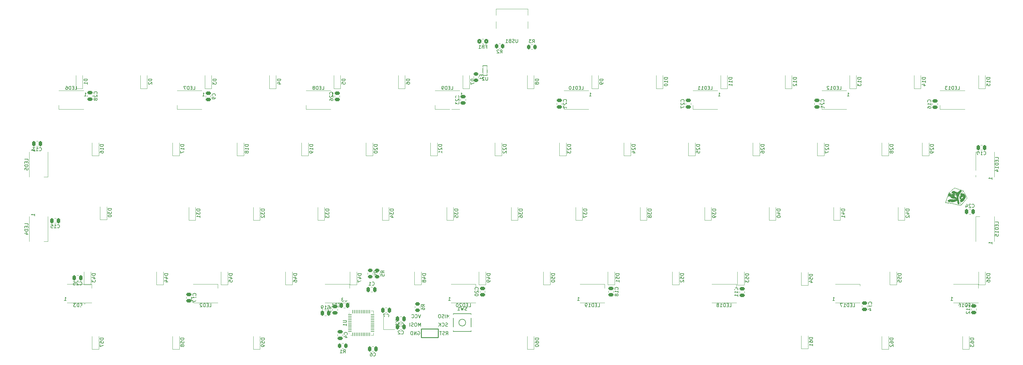
<source format=gbr>
%TF.GenerationSoftware,KiCad,Pcbnew,(6.0.8)*%
%TF.CreationDate,2022-10-24T21:08:13+02:00*%
%TF.ProjectId,cod67-iso,636f6436-372d-4697-936f-2e6b69636164,rev?*%
%TF.SameCoordinates,Original*%
%TF.FileFunction,Legend,Bot*%
%TF.FilePolarity,Positive*%
%FSLAX46Y46*%
G04 Gerber Fmt 4.6, Leading zero omitted, Abs format (unit mm)*
G04 Created by KiCad (PCBNEW (6.0.8)) date 2022-10-24 21:08:13*
%MOMM*%
%LPD*%
G01*
G04 APERTURE LIST*
G04 Aperture macros list*
%AMRoundRect*
0 Rectangle with rounded corners*
0 $1 Rounding radius*
0 $2 $3 $4 $5 $6 $7 $8 $9 X,Y pos of 4 corners*
0 Add a 4 corners polygon primitive as box body*
4,1,4,$2,$3,$4,$5,$6,$7,$8,$9,$2,$3,0*
0 Add four circle primitives for the rounded corners*
1,1,$1+$1,$2,$3*
1,1,$1+$1,$4,$5*
1,1,$1+$1,$6,$7*
1,1,$1+$1,$8,$9*
0 Add four rect primitives between the rounded corners*
20,1,$1+$1,$2,$3,$4,$5,0*
20,1,$1+$1,$4,$5,$6,$7,0*
20,1,$1+$1,$6,$7,$8,$9,0*
20,1,$1+$1,$8,$9,$2,$3,0*%
G04 Aperture macros list end*
%ADD10C,0.150000*%
%ADD11C,0.300000*%
%ADD12C,0.120000*%
%ADD13C,0.250000*%
%ADD14C,3.987800*%
%ADD15C,1.750000*%
%ADD16C,2.500000*%
%ADD17C,1.701800*%
%ADD18C,3.048000*%
%ADD19C,2.250000*%
%ADD20R,1.100000X1.100000*%
%ADD21R,1.500000X0.900000*%
%ADD22RoundRect,0.250000X-0.250000X-0.475000X0.250000X-0.475000X0.250000X0.475000X-0.250000X0.475000X0*%
%ADD23RoundRect,0.250000X-0.475000X0.250000X-0.475000X-0.250000X0.475000X-0.250000X0.475000X0.250000X0*%
%ADD24RoundRect,0.250000X0.475000X-0.250000X0.475000X0.250000X-0.475000X0.250000X-0.475000X-0.250000X0*%
%ADD25RoundRect,0.250000X0.450000X-0.262500X0.450000X0.262500X-0.450000X0.262500X-0.450000X-0.262500X0*%
%ADD26RoundRect,0.243750X0.456250X-0.243750X0.456250X0.243750X-0.456250X0.243750X-0.456250X-0.243750X0*%
%ADD27R,1.200000X1.400000*%
%ADD28RoundRect,0.250000X-0.262500X-0.450000X0.262500X-0.450000X0.262500X0.450000X-0.262500X0.450000X0*%
%ADD29R,0.700000X1.000000*%
%ADD30R,0.700000X0.600000*%
%ADD31R,0.900000X1.500000*%
%ADD32C,1.700000*%
%ADD33R,1.700000X1.700000*%
%ADD34RoundRect,0.250000X0.262500X0.450000X-0.262500X0.450000X-0.262500X-0.450000X0.262500X-0.450000X0*%
%ADD35RoundRect,0.250000X-0.325000X-0.450000X0.325000X-0.450000X0.325000X0.450000X-0.325000X0.450000X0*%
%ADD36RoundRect,0.062500X-0.062500X0.475000X-0.062500X-0.475000X0.062500X-0.475000X0.062500X0.475000X0*%
%ADD37RoundRect,0.062500X-0.475000X0.062500X-0.475000X-0.062500X0.475000X-0.062500X0.475000X0.062500X0*%
%ADD38R,5.200000X5.200000*%
%ADD39RoundRect,0.250000X0.250000X0.475000X-0.250000X0.475000X-0.250000X-0.475000X0.250000X-0.475000X0*%
%ADD40C,0.650000*%
%ADD41R,0.600000X1.450000*%
%ADD42R,0.300000X1.450000*%
%ADD43O,1.000000X1.600000*%
%ADD44O,1.000000X2.100000*%
%ADD45R,1.800000X1.100000*%
%ADD46C,0.800000*%
G04 APERTURE END LIST*
D10*
%TO.C,D13*%
X281757380Y-54475214D02*
X280757380Y-54475214D01*
X280757380Y-54713309D01*
X280805000Y-54856166D01*
X280900238Y-54951404D01*
X280995476Y-54999023D01*
X281185952Y-55046642D01*
X281328809Y-55046642D01*
X281519285Y-54999023D01*
X281614523Y-54951404D01*
X281709761Y-54856166D01*
X281757380Y-54713309D01*
X281757380Y-54475214D01*
X281757380Y-55999023D02*
X281757380Y-55427595D01*
X281757380Y-55713309D02*
X280757380Y-55713309D01*
X280900238Y-55618071D01*
X280995476Y-55522833D01*
X281043095Y-55427595D01*
X280757380Y-56332357D02*
X280757380Y-56951404D01*
X281138333Y-56618071D01*
X281138333Y-56760928D01*
X281185952Y-56856166D01*
X281233571Y-56903785D01*
X281328809Y-56951404D01*
X281566904Y-56951404D01*
X281662142Y-56903785D01*
X281709761Y-56856166D01*
X281757380Y-56760928D01*
X281757380Y-56475214D01*
X281709761Y-56379976D01*
X281662142Y-56332357D01*
%TO.C,LED19*%
X204001488Y-122221130D02*
X204477678Y-122221130D01*
X204477678Y-121221130D01*
X203668154Y-121697321D02*
X203334821Y-121697321D01*
X203191964Y-122221130D02*
X203668154Y-122221130D01*
X203668154Y-121221130D01*
X203191964Y-121221130D01*
X202763392Y-122221130D02*
X202763392Y-121221130D01*
X202525297Y-121221130D01*
X202382440Y-121268750D01*
X202287202Y-121363988D01*
X202239583Y-121459226D01*
X202191964Y-121649702D01*
X202191964Y-121792559D01*
X202239583Y-121983035D01*
X202287202Y-122078273D01*
X202382440Y-122173511D01*
X202525297Y-122221130D01*
X202763392Y-122221130D01*
X201239583Y-122221130D02*
X201811011Y-122221130D01*
X201525297Y-122221130D02*
X201525297Y-121221130D01*
X201620535Y-121363988D01*
X201715773Y-121459226D01*
X201811011Y-121506845D01*
X200763392Y-122221130D02*
X200572916Y-122221130D01*
X200477678Y-122173511D01*
X200430059Y-122125892D01*
X200334821Y-121983035D01*
X200287202Y-121792559D01*
X200287202Y-121411607D01*
X200334821Y-121316369D01*
X200382440Y-121268750D01*
X200477678Y-121221130D01*
X200668154Y-121221130D01*
X200763392Y-121268750D01*
X200811011Y-121316369D01*
X200858630Y-121411607D01*
X200858630Y-121649702D01*
X200811011Y-121744940D01*
X200763392Y-121792559D01*
X200668154Y-121840178D01*
X200477678Y-121840178D01*
X200382440Y-121792559D01*
X200334821Y-121744940D01*
X200287202Y-121649702D01*
X197970535Y-120321130D02*
X198541964Y-120321130D01*
X198256250Y-120321130D02*
X198256250Y-119321130D01*
X198351488Y-119463988D01*
X198446726Y-119559226D01*
X198541964Y-119606845D01*
%TO.C,C6*%
X137707666Y-136657142D02*
X137755285Y-136704761D01*
X137898142Y-136752380D01*
X137993380Y-136752380D01*
X138136238Y-136704761D01*
X138231476Y-136609523D01*
X138279095Y-136514285D01*
X138326714Y-136323809D01*
X138326714Y-136180952D01*
X138279095Y-135990476D01*
X138231476Y-135895238D01*
X138136238Y-135800000D01*
X137993380Y-135752380D01*
X137898142Y-135752380D01*
X137755285Y-135800000D01*
X137707666Y-135847619D01*
X136850523Y-135752380D02*
X137041000Y-135752380D01*
X137136238Y-135800000D01*
X137183857Y-135847619D01*
X137279095Y-135990476D01*
X137326714Y-136180952D01*
X137326714Y-136561904D01*
X137279095Y-136657142D01*
X137231476Y-136704761D01*
X137136238Y-136752380D01*
X136945761Y-136752380D01*
X136850523Y-136704761D01*
X136802904Y-136657142D01*
X136755285Y-136561904D01*
X136755285Y-136323809D01*
X136802904Y-136228571D01*
X136850523Y-136180952D01*
X136945761Y-136133333D01*
X137136238Y-136133333D01*
X137231476Y-136180952D01*
X137279095Y-136228571D01*
X137326714Y-136323809D01*
%TO.C,D60*%
X186507380Y-131468964D02*
X185507380Y-131468964D01*
X185507380Y-131707059D01*
X185555000Y-131849916D01*
X185650238Y-131945154D01*
X185745476Y-131992773D01*
X185935952Y-132040392D01*
X186078809Y-132040392D01*
X186269285Y-131992773D01*
X186364523Y-131945154D01*
X186459761Y-131849916D01*
X186507380Y-131707059D01*
X186507380Y-131468964D01*
X185507380Y-132897535D02*
X185507380Y-132707059D01*
X185555000Y-132611821D01*
X185602619Y-132564202D01*
X185745476Y-132468964D01*
X185935952Y-132421345D01*
X186316904Y-132421345D01*
X186412142Y-132468964D01*
X186459761Y-132516583D01*
X186507380Y-132611821D01*
X186507380Y-132802297D01*
X186459761Y-132897535D01*
X186412142Y-132945154D01*
X186316904Y-132992773D01*
X186078809Y-132992773D01*
X185983571Y-132945154D01*
X185935952Y-132897535D01*
X185888333Y-132802297D01*
X185888333Y-132611821D01*
X185935952Y-132516583D01*
X185983571Y-132468964D01*
X186078809Y-132421345D01*
X185507380Y-133611821D02*
X185507380Y-133707059D01*
X185555000Y-133802297D01*
X185602619Y-133849916D01*
X185697857Y-133897535D01*
X185888333Y-133945154D01*
X186126428Y-133945154D01*
X186316904Y-133897535D01*
X186412142Y-133849916D01*
X186459761Y-133802297D01*
X186507380Y-133707059D01*
X186507380Y-133611821D01*
X186459761Y-133516583D01*
X186412142Y-133468964D01*
X186316904Y-133421345D01*
X186126428Y-133373726D01*
X185888333Y-133373726D01*
X185697857Y-133421345D01*
X185602619Y-133468964D01*
X185555000Y-133516583D01*
X185507380Y-133611821D01*
%TO.C,C13*%
X38996857Y-76078142D02*
X39044476Y-76125761D01*
X39187333Y-76173380D01*
X39282571Y-76173380D01*
X39425428Y-76125761D01*
X39520666Y-76030523D01*
X39568285Y-75935285D01*
X39615904Y-75744809D01*
X39615904Y-75601952D01*
X39568285Y-75411476D01*
X39520666Y-75316238D01*
X39425428Y-75221000D01*
X39282571Y-75173380D01*
X39187333Y-75173380D01*
X39044476Y-75221000D01*
X38996857Y-75268619D01*
X38044476Y-76173380D02*
X38615904Y-76173380D01*
X38330190Y-76173380D02*
X38330190Y-75173380D01*
X38425428Y-75316238D01*
X38520666Y-75411476D01*
X38615904Y-75459095D01*
X37711142Y-75173380D02*
X37092095Y-75173380D01*
X37425428Y-75554333D01*
X37282571Y-75554333D01*
X37187333Y-75601952D01*
X37139714Y-75649571D01*
X37092095Y-75744809D01*
X37092095Y-75982904D01*
X37139714Y-76078142D01*
X37187333Y-76125761D01*
X37282571Y-76173380D01*
X37568285Y-76173380D01*
X37663523Y-76125761D01*
X37711142Y-76078142D01*
%TO.C,C23*%
X162888142Y-60444142D02*
X162935761Y-60396523D01*
X162983380Y-60253666D01*
X162983380Y-60158428D01*
X162935761Y-60015571D01*
X162840523Y-59920333D01*
X162745285Y-59872714D01*
X162554809Y-59825095D01*
X162411952Y-59825095D01*
X162221476Y-59872714D01*
X162126238Y-59920333D01*
X162031000Y-60015571D01*
X161983380Y-60158428D01*
X161983380Y-60253666D01*
X162031000Y-60396523D01*
X162078619Y-60444142D01*
X162078619Y-60825095D02*
X162031000Y-60872714D01*
X161983380Y-60967952D01*
X161983380Y-61206047D01*
X162031000Y-61301285D01*
X162078619Y-61348904D01*
X162173857Y-61396523D01*
X162269095Y-61396523D01*
X162411952Y-61348904D01*
X162983380Y-60777476D01*
X162983380Y-61396523D01*
X161983380Y-61729857D02*
X161983380Y-62348904D01*
X162364333Y-62015571D01*
X162364333Y-62158428D01*
X162411952Y-62253666D01*
X162459571Y-62301285D01*
X162554809Y-62348904D01*
X162792904Y-62348904D01*
X162888142Y-62301285D01*
X162935761Y-62253666D01*
X162983380Y-62158428D01*
X162983380Y-61872714D01*
X162935761Y-61777476D01*
X162888142Y-61729857D01*
%TO.C,D43*%
X55538630Y-112418964D02*
X54538630Y-112418964D01*
X54538630Y-112657059D01*
X54586250Y-112799916D01*
X54681488Y-112895154D01*
X54776726Y-112942773D01*
X54967202Y-112990392D01*
X55110059Y-112990392D01*
X55300535Y-112942773D01*
X55395773Y-112895154D01*
X55491011Y-112799916D01*
X55538630Y-112657059D01*
X55538630Y-112418964D01*
X54871964Y-113847535D02*
X55538630Y-113847535D01*
X54491011Y-113609440D02*
X55205297Y-113371345D01*
X55205297Y-113990392D01*
X54538630Y-114276107D02*
X54538630Y-114895154D01*
X54919583Y-114561821D01*
X54919583Y-114704678D01*
X54967202Y-114799916D01*
X55014821Y-114847535D01*
X55110059Y-114895154D01*
X55348154Y-114895154D01*
X55443392Y-114847535D01*
X55491011Y-114799916D01*
X55538630Y-114704678D01*
X55538630Y-114418964D01*
X55491011Y-114323726D01*
X55443392Y-114276107D01*
%TO.C,C17*%
X85222142Y-118864142D02*
X85269761Y-118816523D01*
X85317380Y-118673666D01*
X85317380Y-118578428D01*
X85269761Y-118435571D01*
X85174523Y-118340333D01*
X85079285Y-118292714D01*
X84888809Y-118245095D01*
X84745952Y-118245095D01*
X84555476Y-118292714D01*
X84460238Y-118340333D01*
X84365000Y-118435571D01*
X84317380Y-118578428D01*
X84317380Y-118673666D01*
X84365000Y-118816523D01*
X84412619Y-118864142D01*
X85317380Y-119816523D02*
X85317380Y-119245095D01*
X85317380Y-119530809D02*
X84317380Y-119530809D01*
X84460238Y-119435571D01*
X84555476Y-119340333D01*
X84603095Y-119245095D01*
X84317380Y-120149857D02*
X84317380Y-120816523D01*
X85317380Y-120387952D01*
%TO.C,R6*%
X152851380Y-122134333D02*
X152375190Y-121801000D01*
X152851380Y-121562904D02*
X151851380Y-121562904D01*
X151851380Y-121943857D01*
X151899000Y-122039095D01*
X151946619Y-122086714D01*
X152041857Y-122134333D01*
X152184714Y-122134333D01*
X152279952Y-122086714D01*
X152327571Y-122039095D01*
X152375190Y-121943857D01*
X152375190Y-121562904D01*
X151851380Y-122991476D02*
X151851380Y-122801000D01*
X151899000Y-122705761D01*
X151946619Y-122658142D01*
X152089476Y-122562904D01*
X152279952Y-122515285D01*
X152660904Y-122515285D01*
X152756142Y-122562904D01*
X152803761Y-122610523D01*
X152851380Y-122705761D01*
X152851380Y-122896238D01*
X152803761Y-122991476D01*
X152756142Y-123039095D01*
X152660904Y-123086714D01*
X152422809Y-123086714D01*
X152327571Y-123039095D01*
X152279952Y-122991476D01*
X152232333Y-122896238D01*
X152232333Y-122705761D01*
X152279952Y-122610523D01*
X152327571Y-122562904D01*
X152422809Y-122515285D01*
%TO.C,D61*%
X267469880Y-131281464D02*
X266469880Y-131281464D01*
X266469880Y-131519559D01*
X266517500Y-131662416D01*
X266612738Y-131757654D01*
X266707976Y-131805273D01*
X266898452Y-131852892D01*
X267041309Y-131852892D01*
X267231785Y-131805273D01*
X267327023Y-131757654D01*
X267422261Y-131662416D01*
X267469880Y-131519559D01*
X267469880Y-131281464D01*
X266469880Y-132710035D02*
X266469880Y-132519559D01*
X266517500Y-132424321D01*
X266565119Y-132376702D01*
X266707976Y-132281464D01*
X266898452Y-132233845D01*
X267279404Y-132233845D01*
X267374642Y-132281464D01*
X267422261Y-132329083D01*
X267469880Y-132424321D01*
X267469880Y-132614797D01*
X267422261Y-132710035D01*
X267374642Y-132757654D01*
X267279404Y-132805273D01*
X267041309Y-132805273D01*
X266946071Y-132757654D01*
X266898452Y-132710035D01*
X266850833Y-132614797D01*
X266850833Y-132424321D01*
X266898452Y-132329083D01*
X266946071Y-132281464D01*
X267041309Y-132233845D01*
X267469880Y-133757654D02*
X267469880Y-133186226D01*
X267469880Y-133471940D02*
X266469880Y-133471940D01*
X266612738Y-133376702D01*
X266707976Y-133281464D01*
X266755595Y-133186226D01*
%TO.C,D42*%
X296044880Y-93368964D02*
X295044880Y-93368964D01*
X295044880Y-93607059D01*
X295092500Y-93749916D01*
X295187738Y-93845154D01*
X295282976Y-93892773D01*
X295473452Y-93940392D01*
X295616309Y-93940392D01*
X295806785Y-93892773D01*
X295902023Y-93845154D01*
X295997261Y-93749916D01*
X296044880Y-93607059D01*
X296044880Y-93368964D01*
X295378214Y-94797535D02*
X296044880Y-94797535D01*
X294997261Y-94559440D02*
X295711547Y-94321345D01*
X295711547Y-94940392D01*
X295140119Y-95273726D02*
X295092500Y-95321345D01*
X295044880Y-95416583D01*
X295044880Y-95654678D01*
X295092500Y-95749916D01*
X295140119Y-95797535D01*
X295235357Y-95845154D01*
X295330595Y-95845154D01*
X295473452Y-95797535D01*
X296044880Y-95226107D01*
X296044880Y-95845154D01*
%TO.C,LED8*%
X122562797Y-58071130D02*
X123038988Y-58071130D01*
X123038988Y-57071130D01*
X122229464Y-57547321D02*
X121896130Y-57547321D01*
X121753273Y-58071130D02*
X122229464Y-58071130D01*
X122229464Y-57071130D01*
X121753273Y-57071130D01*
X121324702Y-58071130D02*
X121324702Y-57071130D01*
X121086607Y-57071130D01*
X120943750Y-57118750D01*
X120848511Y-57213988D01*
X120800892Y-57309226D01*
X120753273Y-57499702D01*
X120753273Y-57642559D01*
X120800892Y-57833035D01*
X120848511Y-57928273D01*
X120943750Y-58023511D01*
X121086607Y-58071130D01*
X121324702Y-58071130D01*
X120181845Y-57499702D02*
X120277083Y-57452083D01*
X120324702Y-57404464D01*
X120372321Y-57309226D01*
X120372321Y-57261607D01*
X120324702Y-57166369D01*
X120277083Y-57118750D01*
X120181845Y-57071130D01*
X119991369Y-57071130D01*
X119896130Y-57118750D01*
X119848511Y-57166369D01*
X119800892Y-57261607D01*
X119800892Y-57309226D01*
X119848511Y-57404464D01*
X119896130Y-57452083D01*
X119991369Y-57499702D01*
X120181845Y-57499702D01*
X120277083Y-57547321D01*
X120324702Y-57594940D01*
X120372321Y-57690178D01*
X120372321Y-57880654D01*
X120324702Y-57975892D01*
X120277083Y-58023511D01*
X120181845Y-58071130D01*
X119991369Y-58071130D01*
X119896130Y-58023511D01*
X119848511Y-57975892D01*
X119800892Y-57880654D01*
X119800892Y-57690178D01*
X119848511Y-57594940D01*
X119896130Y-57547321D01*
X119991369Y-57499702D01*
X125308035Y-59971130D02*
X125879464Y-59971130D01*
X125593750Y-59971130D02*
X125593750Y-58971130D01*
X125688988Y-59113988D01*
X125784226Y-59209226D01*
X125879464Y-59256845D01*
D11*
%TO.C,G\u002A\u002A\u002A*%
X311222571Y-88931750D02*
X311367714Y-88859178D01*
X311585428Y-88859178D01*
X311803142Y-88931750D01*
X311948285Y-89076892D01*
X312020857Y-89222035D01*
X312093428Y-89512321D01*
X312093428Y-89730035D01*
X312020857Y-90020321D01*
X311948285Y-90165464D01*
X311803142Y-90310607D01*
X311585428Y-90383178D01*
X311440285Y-90383178D01*
X311222571Y-90310607D01*
X311150000Y-90238035D01*
X311150000Y-89730035D01*
X311440285Y-89730035D01*
X310279142Y-88859178D02*
X310279142Y-89222035D01*
X310642000Y-89076892D02*
X310279142Y-89222035D01*
X309916285Y-89076892D01*
X310496857Y-89512321D02*
X310279142Y-89222035D01*
X310061428Y-89512321D01*
X309118000Y-88859178D02*
X309118000Y-89222035D01*
X309480857Y-89076892D02*
X309118000Y-89222035D01*
X308755142Y-89076892D01*
X309335714Y-89512321D02*
X309118000Y-89222035D01*
X308900285Y-89512321D01*
X307956857Y-88859178D02*
X307956857Y-89222035D01*
X308319714Y-89076892D02*
X307956857Y-89222035D01*
X307594000Y-89076892D01*
X308174571Y-89512321D02*
X307956857Y-89222035D01*
X307739142Y-89512321D01*
D10*
%TO.C,F1*%
X169599571Y-54022666D02*
X169599571Y-53689333D01*
X170123380Y-53689333D02*
X169123380Y-53689333D01*
X169123380Y-54165523D01*
X170123380Y-55070285D02*
X170123380Y-54498857D01*
X170123380Y-54784571D02*
X169123380Y-54784571D01*
X169266238Y-54689333D01*
X169361476Y-54594095D01*
X169409095Y-54498857D01*
%TO.C,LED7*%
X84462797Y-58071130D02*
X84938988Y-58071130D01*
X84938988Y-57071130D01*
X84129464Y-57547321D02*
X83796130Y-57547321D01*
X83653273Y-58071130D02*
X84129464Y-58071130D01*
X84129464Y-57071130D01*
X83653273Y-57071130D01*
X83224702Y-58071130D02*
X83224702Y-57071130D01*
X82986607Y-57071130D01*
X82843750Y-57118750D01*
X82748511Y-57213988D01*
X82700892Y-57309226D01*
X82653273Y-57499702D01*
X82653273Y-57642559D01*
X82700892Y-57833035D01*
X82748511Y-57928273D01*
X82843750Y-58023511D01*
X82986607Y-58071130D01*
X83224702Y-58071130D01*
X82319940Y-57071130D02*
X81653273Y-57071130D01*
X82081845Y-58071130D01*
X87208035Y-59971130D02*
X87779464Y-59971130D01*
X87493750Y-59971130D02*
X87493750Y-58971130D01*
X87588988Y-59113988D01*
X87684226Y-59209226D01*
X87779464Y-59256845D01*
%TO.C,C2*%
X145962666Y-130180142D02*
X146010285Y-130227761D01*
X146153142Y-130275380D01*
X146248380Y-130275380D01*
X146391238Y-130227761D01*
X146486476Y-130132523D01*
X146534095Y-130037285D01*
X146581714Y-129846809D01*
X146581714Y-129703952D01*
X146534095Y-129513476D01*
X146486476Y-129418238D01*
X146391238Y-129323000D01*
X146248380Y-129275380D01*
X146153142Y-129275380D01*
X146010285Y-129323000D01*
X145962666Y-129370619D01*
X145581714Y-129370619D02*
X145534095Y-129323000D01*
X145438857Y-129275380D01*
X145200761Y-129275380D01*
X145105523Y-129323000D01*
X145057904Y-129370619D01*
X145010285Y-129465857D01*
X145010285Y-129561095D01*
X145057904Y-129703952D01*
X145629333Y-130275380D01*
X145010285Y-130275380D01*
%TO.C,Y1*%
X144767790Y-126460309D02*
X145243980Y-126460309D01*
X144243980Y-126126976D02*
X144767790Y-126460309D01*
X144243980Y-126793642D01*
X145243980Y-127650785D02*
X145243980Y-127079357D01*
X145243980Y-127365071D02*
X144243980Y-127365071D01*
X144386838Y-127269833D01*
X144482076Y-127174595D01*
X144529695Y-127079357D01*
%TO.C,C28*%
X56012142Y-59301142D02*
X56059761Y-59253523D01*
X56107380Y-59110666D01*
X56107380Y-59015428D01*
X56059761Y-58872571D01*
X55964523Y-58777333D01*
X55869285Y-58729714D01*
X55678809Y-58682095D01*
X55535952Y-58682095D01*
X55345476Y-58729714D01*
X55250238Y-58777333D01*
X55155000Y-58872571D01*
X55107380Y-59015428D01*
X55107380Y-59110666D01*
X55155000Y-59253523D01*
X55202619Y-59301142D01*
X55202619Y-59682095D02*
X55155000Y-59729714D01*
X55107380Y-59824952D01*
X55107380Y-60063047D01*
X55155000Y-60158285D01*
X55202619Y-60205904D01*
X55297857Y-60253523D01*
X55393095Y-60253523D01*
X55535952Y-60205904D01*
X56107380Y-59634476D01*
X56107380Y-60253523D01*
X55535952Y-60824952D02*
X55488333Y-60729714D01*
X55440714Y-60682095D01*
X55345476Y-60634476D01*
X55297857Y-60634476D01*
X55202619Y-60682095D01*
X55155000Y-60729714D01*
X55107380Y-60824952D01*
X55107380Y-61015428D01*
X55155000Y-61110666D01*
X55202619Y-61158285D01*
X55297857Y-61205904D01*
X55345476Y-61205904D01*
X55440714Y-61158285D01*
X55488333Y-61110666D01*
X55535952Y-61015428D01*
X55535952Y-60824952D01*
X55583571Y-60729714D01*
X55631190Y-60682095D01*
X55726428Y-60634476D01*
X55916904Y-60634476D01*
X56012142Y-60682095D01*
X56059761Y-60729714D01*
X56107380Y-60824952D01*
X56107380Y-61015428D01*
X56059761Y-61110666D01*
X56012142Y-61158285D01*
X55916904Y-61205904D01*
X55726428Y-61205904D01*
X55631190Y-61158285D01*
X55583571Y-61110666D01*
X55535952Y-61015428D01*
%TO.C,D32*%
X105544880Y-93368964D02*
X104544880Y-93368964D01*
X104544880Y-93607059D01*
X104592500Y-93749916D01*
X104687738Y-93845154D01*
X104782976Y-93892773D01*
X104973452Y-93940392D01*
X105116309Y-93940392D01*
X105306785Y-93892773D01*
X105402023Y-93845154D01*
X105497261Y-93749916D01*
X105544880Y-93607059D01*
X105544880Y-93368964D01*
X104544880Y-94273726D02*
X104544880Y-94892773D01*
X104925833Y-94559440D01*
X104925833Y-94702297D01*
X104973452Y-94797535D01*
X105021071Y-94845154D01*
X105116309Y-94892773D01*
X105354404Y-94892773D01*
X105449642Y-94845154D01*
X105497261Y-94797535D01*
X105544880Y-94702297D01*
X105544880Y-94416583D01*
X105497261Y-94321345D01*
X105449642Y-94273726D01*
X104640119Y-95273726D02*
X104592500Y-95321345D01*
X104544880Y-95416583D01*
X104544880Y-95654678D01*
X104592500Y-95749916D01*
X104640119Y-95797535D01*
X104735357Y-95845154D01*
X104830595Y-95845154D01*
X104973452Y-95797535D01*
X105544880Y-95226107D01*
X105544880Y-95845154D01*
%TO.C,R2*%
X175172666Y-47314380D02*
X175506000Y-46838190D01*
X175744095Y-47314380D02*
X175744095Y-46314380D01*
X175363142Y-46314380D01*
X175267904Y-46362000D01*
X175220285Y-46409619D01*
X175172666Y-46504857D01*
X175172666Y-46647714D01*
X175220285Y-46742952D01*
X175267904Y-46790571D01*
X175363142Y-46838190D01*
X175744095Y-46838190D01*
X174791714Y-46409619D02*
X174744095Y-46362000D01*
X174648857Y-46314380D01*
X174410761Y-46314380D01*
X174315523Y-46362000D01*
X174267904Y-46409619D01*
X174220285Y-46504857D01*
X174220285Y-46600095D01*
X174267904Y-46742952D01*
X174839333Y-47314380D01*
X174220285Y-47314380D01*
%TO.C,U2*%
X171449904Y-54353380D02*
X171449904Y-55162904D01*
X171402285Y-55258142D01*
X171354666Y-55305761D01*
X171259428Y-55353380D01*
X171068952Y-55353380D01*
X170973714Y-55305761D01*
X170926095Y-55258142D01*
X170878476Y-55162904D01*
X170878476Y-54353380D01*
X170449904Y-54448619D02*
X170402285Y-54401000D01*
X170307047Y-54353380D01*
X170068952Y-54353380D01*
X169973714Y-54401000D01*
X169926095Y-54448619D01*
X169878476Y-54543857D01*
X169878476Y-54639095D01*
X169926095Y-54781952D01*
X170497523Y-55353380D01*
X169878476Y-55353380D01*
%TO.C,D23*%
X196032380Y-74318964D02*
X195032380Y-74318964D01*
X195032380Y-74557059D01*
X195080000Y-74699916D01*
X195175238Y-74795154D01*
X195270476Y-74842773D01*
X195460952Y-74890392D01*
X195603809Y-74890392D01*
X195794285Y-74842773D01*
X195889523Y-74795154D01*
X195984761Y-74699916D01*
X196032380Y-74557059D01*
X196032380Y-74318964D01*
X195127619Y-75271345D02*
X195080000Y-75318964D01*
X195032380Y-75414202D01*
X195032380Y-75652297D01*
X195080000Y-75747535D01*
X195127619Y-75795154D01*
X195222857Y-75842773D01*
X195318095Y-75842773D01*
X195460952Y-75795154D01*
X196032380Y-75223726D01*
X196032380Y-75842773D01*
X195032380Y-76176107D02*
X195032380Y-76795154D01*
X195413333Y-76461821D01*
X195413333Y-76604678D01*
X195460952Y-76699916D01*
X195508571Y-76747535D01*
X195603809Y-76795154D01*
X195841904Y-76795154D01*
X195937142Y-76747535D01*
X195984761Y-76699916D01*
X196032380Y-76604678D01*
X196032380Y-76318964D01*
X195984761Y-76223726D01*
X195937142Y-76176107D01*
%TO.C,LED16*%
X314332738Y-122221130D02*
X314808928Y-122221130D01*
X314808928Y-121221130D01*
X313999404Y-121697321D02*
X313666071Y-121697321D01*
X313523214Y-122221130D02*
X313999404Y-122221130D01*
X313999404Y-121221130D01*
X313523214Y-121221130D01*
X313094642Y-122221130D02*
X313094642Y-121221130D01*
X312856547Y-121221130D01*
X312713690Y-121268750D01*
X312618452Y-121363988D01*
X312570833Y-121459226D01*
X312523214Y-121649702D01*
X312523214Y-121792559D01*
X312570833Y-121983035D01*
X312618452Y-122078273D01*
X312713690Y-122173511D01*
X312856547Y-122221130D01*
X313094642Y-122221130D01*
X311570833Y-122221130D02*
X312142261Y-122221130D01*
X311856547Y-122221130D02*
X311856547Y-121221130D01*
X311951785Y-121363988D01*
X312047023Y-121459226D01*
X312142261Y-121506845D01*
X310713690Y-121221130D02*
X310904166Y-121221130D01*
X310999404Y-121268750D01*
X311047023Y-121316369D01*
X311142261Y-121459226D01*
X311189880Y-121649702D01*
X311189880Y-122030654D01*
X311142261Y-122125892D01*
X311094642Y-122173511D01*
X310999404Y-122221130D01*
X310808928Y-122221130D01*
X310713690Y-122173511D01*
X310666071Y-122125892D01*
X310618452Y-122030654D01*
X310618452Y-121792559D01*
X310666071Y-121697321D01*
X310713690Y-121649702D01*
X310808928Y-121602083D01*
X310999404Y-121602083D01*
X311094642Y-121649702D01*
X311142261Y-121697321D01*
X311189880Y-121792559D01*
X308301785Y-120321130D02*
X308873214Y-120321130D01*
X308587500Y-120321130D02*
X308587500Y-119321130D01*
X308682738Y-119463988D01*
X308777976Y-119559226D01*
X308873214Y-119606845D01*
%TO.C,D57*%
X57919880Y-131468964D02*
X56919880Y-131468964D01*
X56919880Y-131707059D01*
X56967500Y-131849916D01*
X57062738Y-131945154D01*
X57157976Y-131992773D01*
X57348452Y-132040392D01*
X57491309Y-132040392D01*
X57681785Y-131992773D01*
X57777023Y-131945154D01*
X57872261Y-131849916D01*
X57919880Y-131707059D01*
X57919880Y-131468964D01*
X56919880Y-132945154D02*
X56919880Y-132468964D01*
X57396071Y-132421345D01*
X57348452Y-132468964D01*
X57300833Y-132564202D01*
X57300833Y-132802297D01*
X57348452Y-132897535D01*
X57396071Y-132945154D01*
X57491309Y-132992773D01*
X57729404Y-132992773D01*
X57824642Y-132945154D01*
X57872261Y-132897535D01*
X57919880Y-132802297D01*
X57919880Y-132564202D01*
X57872261Y-132468964D01*
X57824642Y-132421345D01*
X56919880Y-133326107D02*
X56919880Y-133992773D01*
X57919880Y-133564202D01*
%TO.C,C22*%
X194696142Y-61587142D02*
X194743761Y-61539523D01*
X194791380Y-61396666D01*
X194791380Y-61301428D01*
X194743761Y-61158571D01*
X194648523Y-61063333D01*
X194553285Y-61015714D01*
X194362809Y-60968095D01*
X194219952Y-60968095D01*
X194029476Y-61015714D01*
X193934238Y-61063333D01*
X193839000Y-61158571D01*
X193791380Y-61301428D01*
X193791380Y-61396666D01*
X193839000Y-61539523D01*
X193886619Y-61587142D01*
X193886619Y-61968095D02*
X193839000Y-62015714D01*
X193791380Y-62110952D01*
X193791380Y-62349047D01*
X193839000Y-62444285D01*
X193886619Y-62491904D01*
X193981857Y-62539523D01*
X194077095Y-62539523D01*
X194219952Y-62491904D01*
X194791380Y-61920476D01*
X194791380Y-62539523D01*
X193886619Y-62920476D02*
X193839000Y-62968095D01*
X193791380Y-63063333D01*
X193791380Y-63301428D01*
X193839000Y-63396666D01*
X193886619Y-63444285D01*
X193981857Y-63491904D01*
X194077095Y-63491904D01*
X194219952Y-63444285D01*
X194791380Y-62872857D01*
X194791380Y-63491904D01*
%TO.C,LED5*%
X35696880Y-79049702D02*
X35696880Y-78573511D01*
X34696880Y-78573511D01*
X35173071Y-79383035D02*
X35173071Y-79716369D01*
X35696880Y-79859226D02*
X35696880Y-79383035D01*
X34696880Y-79383035D01*
X34696880Y-79859226D01*
X35696880Y-80287797D02*
X34696880Y-80287797D01*
X34696880Y-80525892D01*
X34744500Y-80668750D01*
X34839738Y-80763988D01*
X34934976Y-80811607D01*
X35125452Y-80859226D01*
X35268309Y-80859226D01*
X35458785Y-80811607D01*
X35554023Y-80763988D01*
X35649261Y-80668750D01*
X35696880Y-80525892D01*
X35696880Y-80287797D01*
X34696880Y-81763988D02*
X34696880Y-81287797D01*
X35173071Y-81240178D01*
X35125452Y-81287797D01*
X35077833Y-81383035D01*
X35077833Y-81621130D01*
X35125452Y-81716369D01*
X35173071Y-81763988D01*
X35268309Y-81811607D01*
X35506404Y-81811607D01*
X35601642Y-81763988D01*
X35649261Y-81716369D01*
X35696880Y-81621130D01*
X35696880Y-81383035D01*
X35649261Y-81287797D01*
X35601642Y-81240178D01*
X37596880Y-76304464D02*
X37596880Y-75733035D01*
X37596880Y-76018750D02*
X36596880Y-76018750D01*
X36739738Y-75923511D01*
X36834976Y-75828273D01*
X36882595Y-75733035D01*
%TO.C,C12*%
X313764142Y-122293142D02*
X313811761Y-122245523D01*
X313859380Y-122102666D01*
X313859380Y-122007428D01*
X313811761Y-121864571D01*
X313716523Y-121769333D01*
X313621285Y-121721714D01*
X313430809Y-121674095D01*
X313287952Y-121674095D01*
X313097476Y-121721714D01*
X313002238Y-121769333D01*
X312907000Y-121864571D01*
X312859380Y-122007428D01*
X312859380Y-122102666D01*
X312907000Y-122245523D01*
X312954619Y-122293142D01*
X313859380Y-123245523D02*
X313859380Y-122674095D01*
X313859380Y-122959809D02*
X312859380Y-122959809D01*
X313002238Y-122864571D01*
X313097476Y-122769333D01*
X313145095Y-122674095D01*
X312954619Y-123626476D02*
X312907000Y-123674095D01*
X312859380Y-123769333D01*
X312859380Y-124007428D01*
X312907000Y-124102666D01*
X312954619Y-124150285D01*
X313049857Y-124197904D01*
X313145095Y-124197904D01*
X313287952Y-124150285D01*
X313859380Y-123578857D01*
X313859380Y-124197904D01*
%TO.C,D41*%
X276994880Y-93368964D02*
X275994880Y-93368964D01*
X275994880Y-93607059D01*
X276042500Y-93749916D01*
X276137738Y-93845154D01*
X276232976Y-93892773D01*
X276423452Y-93940392D01*
X276566309Y-93940392D01*
X276756785Y-93892773D01*
X276852023Y-93845154D01*
X276947261Y-93749916D01*
X276994880Y-93607059D01*
X276994880Y-93368964D01*
X276328214Y-94797535D02*
X276994880Y-94797535D01*
X275947261Y-94559440D02*
X276661547Y-94321345D01*
X276661547Y-94940392D01*
X276994880Y-95845154D02*
X276994880Y-95273726D01*
X276994880Y-95559440D02*
X275994880Y-95559440D01*
X276137738Y-95464202D01*
X276232976Y-95368964D01*
X276280595Y-95273726D01*
%TO.C,C16*%
X302334142Y-61714142D02*
X302381761Y-61666523D01*
X302429380Y-61523666D01*
X302429380Y-61428428D01*
X302381761Y-61285571D01*
X302286523Y-61190333D01*
X302191285Y-61142714D01*
X302000809Y-61095095D01*
X301857952Y-61095095D01*
X301667476Y-61142714D01*
X301572238Y-61190333D01*
X301477000Y-61285571D01*
X301429380Y-61428428D01*
X301429380Y-61523666D01*
X301477000Y-61666523D01*
X301524619Y-61714142D01*
X302429380Y-62666523D02*
X302429380Y-62095095D01*
X302429380Y-62380809D02*
X301429380Y-62380809D01*
X301572238Y-62285571D01*
X301667476Y-62190333D01*
X301715095Y-62095095D01*
X301429380Y-63523666D02*
X301429380Y-63333190D01*
X301477000Y-63237952D01*
X301524619Y-63190333D01*
X301667476Y-63095095D01*
X301857952Y-63047476D01*
X302238904Y-63047476D01*
X302334142Y-63095095D01*
X302381761Y-63142714D01*
X302429380Y-63237952D01*
X302429380Y-63428428D01*
X302381761Y-63523666D01*
X302334142Y-63571285D01*
X302238904Y-63618904D01*
X302000809Y-63618904D01*
X301905571Y-63571285D01*
X301857952Y-63523666D01*
X301810333Y-63428428D01*
X301810333Y-63237952D01*
X301857952Y-63142714D01*
X301905571Y-63095095D01*
X302000809Y-63047476D01*
%TO.C,D20*%
X138882380Y-74318964D02*
X137882380Y-74318964D01*
X137882380Y-74557059D01*
X137930000Y-74699916D01*
X138025238Y-74795154D01*
X138120476Y-74842773D01*
X138310952Y-74890392D01*
X138453809Y-74890392D01*
X138644285Y-74842773D01*
X138739523Y-74795154D01*
X138834761Y-74699916D01*
X138882380Y-74557059D01*
X138882380Y-74318964D01*
X137977619Y-75271345D02*
X137930000Y-75318964D01*
X137882380Y-75414202D01*
X137882380Y-75652297D01*
X137930000Y-75747535D01*
X137977619Y-75795154D01*
X138072857Y-75842773D01*
X138168095Y-75842773D01*
X138310952Y-75795154D01*
X138882380Y-75223726D01*
X138882380Y-75842773D01*
X137882380Y-76461821D02*
X137882380Y-76557059D01*
X137930000Y-76652297D01*
X137977619Y-76699916D01*
X138072857Y-76747535D01*
X138263333Y-76795154D01*
X138501428Y-76795154D01*
X138691904Y-76747535D01*
X138787142Y-76699916D01*
X138834761Y-76652297D01*
X138882380Y-76557059D01*
X138882380Y-76461821D01*
X138834761Y-76366583D01*
X138787142Y-76318964D01*
X138691904Y-76271345D01*
X138501428Y-76223726D01*
X138263333Y-76223726D01*
X138072857Y-76271345D01*
X137977619Y-76318964D01*
X137930000Y-76366583D01*
X137882380Y-76461821D01*
%TO.C,J1*%
X150816904Y-129519500D02*
X150912142Y-129471880D01*
X151055000Y-129471880D01*
X151197857Y-129519500D01*
X151293095Y-129614738D01*
X151340714Y-129709976D01*
X151388333Y-129900452D01*
X151388333Y-130043309D01*
X151340714Y-130233785D01*
X151293095Y-130329023D01*
X151197857Y-130424261D01*
X151055000Y-130471880D01*
X150959761Y-130471880D01*
X150816904Y-130424261D01*
X150769285Y-130376642D01*
X150769285Y-130043309D01*
X150959761Y-130043309D01*
X150340714Y-130471880D02*
X150340714Y-129471880D01*
X149769285Y-130471880D01*
X149769285Y-129471880D01*
X149293095Y-130471880D02*
X149293095Y-129471880D01*
X149055000Y-129471880D01*
X148912142Y-129519500D01*
X148816904Y-129614738D01*
X148769285Y-129709976D01*
X148721666Y-129900452D01*
X148721666Y-130043309D01*
X148769285Y-130233785D01*
X148816904Y-130329023D01*
X148912142Y-130424261D01*
X149055000Y-130471880D01*
X149293095Y-130471880D01*
X151626428Y-127971880D02*
X151626428Y-126971880D01*
X151293095Y-127686166D01*
X150959761Y-126971880D01*
X150959761Y-127971880D01*
X150293095Y-126971880D02*
X150102619Y-126971880D01*
X150007380Y-127019500D01*
X149912142Y-127114738D01*
X149864523Y-127305214D01*
X149864523Y-127638547D01*
X149912142Y-127829023D01*
X150007380Y-127924261D01*
X150102619Y-127971880D01*
X150293095Y-127971880D01*
X150388333Y-127924261D01*
X150483571Y-127829023D01*
X150531190Y-127638547D01*
X150531190Y-127305214D01*
X150483571Y-127114738D01*
X150388333Y-127019500D01*
X150293095Y-126971880D01*
X149483571Y-127924261D02*
X149340714Y-127971880D01*
X149102619Y-127971880D01*
X149007380Y-127924261D01*
X148959761Y-127876642D01*
X148912142Y-127781404D01*
X148912142Y-127686166D01*
X148959761Y-127590928D01*
X149007380Y-127543309D01*
X149102619Y-127495690D01*
X149293095Y-127448071D01*
X149388333Y-127400452D01*
X149435952Y-127352833D01*
X149483571Y-127257595D01*
X149483571Y-127162357D01*
X149435952Y-127067119D01*
X149388333Y-127019500D01*
X149293095Y-126971880D01*
X149055000Y-126971880D01*
X148912142Y-127019500D01*
X148483571Y-127971880D02*
X148483571Y-126971880D01*
X160126428Y-125471880D02*
X160126428Y-124471880D01*
X159793095Y-125186166D01*
X159459761Y-124471880D01*
X159459761Y-125471880D01*
X158983571Y-125471880D02*
X158983571Y-124471880D01*
X158555000Y-125424261D02*
X158412142Y-125471880D01*
X158174047Y-125471880D01*
X158078809Y-125424261D01*
X158031190Y-125376642D01*
X157983571Y-125281404D01*
X157983571Y-125186166D01*
X158031190Y-125090928D01*
X158078809Y-125043309D01*
X158174047Y-124995690D01*
X158364523Y-124948071D01*
X158459761Y-124900452D01*
X158507380Y-124852833D01*
X158555000Y-124757595D01*
X158555000Y-124662357D01*
X158507380Y-124567119D01*
X158459761Y-124519500D01*
X158364523Y-124471880D01*
X158126428Y-124471880D01*
X157983571Y-124519500D01*
X157364523Y-124471880D02*
X157174047Y-124471880D01*
X157078809Y-124519500D01*
X156983571Y-124614738D01*
X156935952Y-124805214D01*
X156935952Y-125138547D01*
X156983571Y-125329023D01*
X157078809Y-125424261D01*
X157174047Y-125471880D01*
X157364523Y-125471880D01*
X157459761Y-125424261D01*
X157555000Y-125329023D01*
X157602619Y-125138547D01*
X157602619Y-124805214D01*
X157555000Y-124614738D01*
X157459761Y-124519500D01*
X157364523Y-124471880D01*
X151638333Y-124471880D02*
X151305000Y-125471880D01*
X150971666Y-124471880D01*
X150066904Y-125376642D02*
X150114523Y-125424261D01*
X150257380Y-125471880D01*
X150352619Y-125471880D01*
X150495476Y-125424261D01*
X150590714Y-125329023D01*
X150638333Y-125233785D01*
X150685952Y-125043309D01*
X150685952Y-124900452D01*
X150638333Y-124709976D01*
X150590714Y-124614738D01*
X150495476Y-124519500D01*
X150352619Y-124471880D01*
X150257380Y-124471880D01*
X150114523Y-124519500D01*
X150066904Y-124567119D01*
X149066904Y-125376642D02*
X149114523Y-125424261D01*
X149257380Y-125471880D01*
X149352619Y-125471880D01*
X149495476Y-125424261D01*
X149590714Y-125329023D01*
X149638333Y-125233785D01*
X149685952Y-125043309D01*
X149685952Y-124900452D01*
X149638333Y-124709976D01*
X149590714Y-124614738D01*
X149495476Y-124519500D01*
X149352619Y-124471880D01*
X149257380Y-124471880D01*
X149114523Y-124519500D01*
X149066904Y-124567119D01*
X159590714Y-127924261D02*
X159447857Y-127971880D01*
X159209761Y-127971880D01*
X159114523Y-127924261D01*
X159066904Y-127876642D01*
X159019285Y-127781404D01*
X159019285Y-127686166D01*
X159066904Y-127590928D01*
X159114523Y-127543309D01*
X159209761Y-127495690D01*
X159400238Y-127448071D01*
X159495476Y-127400452D01*
X159543095Y-127352833D01*
X159590714Y-127257595D01*
X159590714Y-127162357D01*
X159543095Y-127067119D01*
X159495476Y-127019500D01*
X159400238Y-126971880D01*
X159162142Y-126971880D01*
X159019285Y-127019500D01*
X158019285Y-127876642D02*
X158066904Y-127924261D01*
X158209761Y-127971880D01*
X158305000Y-127971880D01*
X158447857Y-127924261D01*
X158543095Y-127829023D01*
X158590714Y-127733785D01*
X158638333Y-127543309D01*
X158638333Y-127400452D01*
X158590714Y-127209976D01*
X158543095Y-127114738D01*
X158447857Y-127019500D01*
X158305000Y-126971880D01*
X158209761Y-126971880D01*
X158066904Y-127019500D01*
X158019285Y-127067119D01*
X157590714Y-127971880D02*
X157590714Y-126971880D01*
X157019285Y-127971880D02*
X157447857Y-127400452D01*
X157019285Y-126971880D02*
X157590714Y-127543309D01*
X159102619Y-130471880D02*
X159435952Y-129995690D01*
X159674047Y-130471880D02*
X159674047Y-129471880D01*
X159293095Y-129471880D01*
X159197857Y-129519500D01*
X159150238Y-129567119D01*
X159102619Y-129662357D01*
X159102619Y-129805214D01*
X159150238Y-129900452D01*
X159197857Y-129948071D01*
X159293095Y-129995690D01*
X159674047Y-129995690D01*
X158721666Y-130424261D02*
X158578809Y-130471880D01*
X158340714Y-130471880D01*
X158245476Y-130424261D01*
X158197857Y-130376642D01*
X158150238Y-130281404D01*
X158150238Y-130186166D01*
X158197857Y-130090928D01*
X158245476Y-130043309D01*
X158340714Y-129995690D01*
X158531190Y-129948071D01*
X158626428Y-129900452D01*
X158674047Y-129852833D01*
X158721666Y-129757595D01*
X158721666Y-129662357D01*
X158674047Y-129567119D01*
X158626428Y-129519500D01*
X158531190Y-129471880D01*
X158293095Y-129471880D01*
X158150238Y-129519500D01*
X157864523Y-129471880D02*
X157293095Y-129471880D01*
X157578809Y-130471880D02*
X157578809Y-129471880D01*
%TO.C,R3*%
X184697666Y-44268380D02*
X185031000Y-43792190D01*
X185269095Y-44268380D02*
X185269095Y-43268380D01*
X184888142Y-43268380D01*
X184792904Y-43316000D01*
X184745285Y-43363619D01*
X184697666Y-43458857D01*
X184697666Y-43601714D01*
X184745285Y-43696952D01*
X184792904Y-43744571D01*
X184888142Y-43792190D01*
X185269095Y-43792190D01*
X184364333Y-43268380D02*
X183745285Y-43268380D01*
X184078619Y-43649333D01*
X183935761Y-43649333D01*
X183840523Y-43696952D01*
X183792904Y-43744571D01*
X183745285Y-43839809D01*
X183745285Y-44077904D01*
X183792904Y-44173142D01*
X183840523Y-44220761D01*
X183935761Y-44268380D01*
X184221476Y-44268380D01*
X184316714Y-44220761D01*
X184364333Y-44173142D01*
%TO.C,C26*%
X125677142Y-59428142D02*
X125724761Y-59380523D01*
X125772380Y-59237666D01*
X125772380Y-59142428D01*
X125724761Y-58999571D01*
X125629523Y-58904333D01*
X125534285Y-58856714D01*
X125343809Y-58809095D01*
X125200952Y-58809095D01*
X125010476Y-58856714D01*
X124915238Y-58904333D01*
X124820000Y-58999571D01*
X124772380Y-59142428D01*
X124772380Y-59237666D01*
X124820000Y-59380523D01*
X124867619Y-59428142D01*
X124867619Y-59809095D02*
X124820000Y-59856714D01*
X124772380Y-59951952D01*
X124772380Y-60190047D01*
X124820000Y-60285285D01*
X124867619Y-60332904D01*
X124962857Y-60380523D01*
X125058095Y-60380523D01*
X125200952Y-60332904D01*
X125772380Y-59761476D01*
X125772380Y-60380523D01*
X124772380Y-61237666D02*
X124772380Y-61047190D01*
X124820000Y-60951952D01*
X124867619Y-60904333D01*
X125010476Y-60809095D01*
X125200952Y-60761476D01*
X125581904Y-60761476D01*
X125677142Y-60809095D01*
X125724761Y-60856714D01*
X125772380Y-60951952D01*
X125772380Y-61142428D01*
X125724761Y-61237666D01*
X125677142Y-61285285D01*
X125581904Y-61332904D01*
X125343809Y-61332904D01*
X125248571Y-61285285D01*
X125200952Y-61237666D01*
X125153333Y-61142428D01*
X125153333Y-60951952D01*
X125200952Y-60856714D01*
X125248571Y-60809095D01*
X125343809Y-60761476D01*
%TO.C,D2*%
X72207380Y-54951404D02*
X71207380Y-54951404D01*
X71207380Y-55189500D01*
X71255000Y-55332357D01*
X71350238Y-55427595D01*
X71445476Y-55475214D01*
X71635952Y-55522833D01*
X71778809Y-55522833D01*
X71969285Y-55475214D01*
X72064523Y-55427595D01*
X72159761Y-55332357D01*
X72207380Y-55189500D01*
X72207380Y-54951404D01*
X71302619Y-55903785D02*
X71255000Y-55951404D01*
X71207380Y-56046642D01*
X71207380Y-56284738D01*
X71255000Y-56379976D01*
X71302619Y-56427595D01*
X71397857Y-56475214D01*
X71493095Y-56475214D01*
X71635952Y-56427595D01*
X72207380Y-55856166D01*
X72207380Y-56475214D01*
%TO.C,C21*%
X270769142Y-61587142D02*
X270816761Y-61539523D01*
X270864380Y-61396666D01*
X270864380Y-61301428D01*
X270816761Y-61158571D01*
X270721523Y-61063333D01*
X270626285Y-61015714D01*
X270435809Y-60968095D01*
X270292952Y-60968095D01*
X270102476Y-61015714D01*
X270007238Y-61063333D01*
X269912000Y-61158571D01*
X269864380Y-61301428D01*
X269864380Y-61396666D01*
X269912000Y-61539523D01*
X269959619Y-61587142D01*
X269959619Y-61968095D02*
X269912000Y-62015714D01*
X269864380Y-62110952D01*
X269864380Y-62349047D01*
X269912000Y-62444285D01*
X269959619Y-62491904D01*
X270054857Y-62539523D01*
X270150095Y-62539523D01*
X270292952Y-62491904D01*
X270864380Y-61920476D01*
X270864380Y-62539523D01*
X270864380Y-63491904D02*
X270864380Y-62920476D01*
X270864380Y-63206190D02*
X269864380Y-63206190D01*
X270007238Y-63110952D01*
X270102476Y-63015714D01*
X270150095Y-62920476D01*
%TO.C,D55*%
X293663630Y-112418964D02*
X292663630Y-112418964D01*
X292663630Y-112657059D01*
X292711250Y-112799916D01*
X292806488Y-112895154D01*
X292901726Y-112942773D01*
X293092202Y-112990392D01*
X293235059Y-112990392D01*
X293425535Y-112942773D01*
X293520773Y-112895154D01*
X293616011Y-112799916D01*
X293663630Y-112657059D01*
X293663630Y-112418964D01*
X292663630Y-113895154D02*
X292663630Y-113418964D01*
X293139821Y-113371345D01*
X293092202Y-113418964D01*
X293044583Y-113514202D01*
X293044583Y-113752297D01*
X293092202Y-113847535D01*
X293139821Y-113895154D01*
X293235059Y-113942773D01*
X293473154Y-113942773D01*
X293568392Y-113895154D01*
X293616011Y-113847535D01*
X293663630Y-113752297D01*
X293663630Y-113514202D01*
X293616011Y-113418964D01*
X293568392Y-113371345D01*
X292663630Y-114847535D02*
X292663630Y-114371345D01*
X293139821Y-114323726D01*
X293092202Y-114371345D01*
X293044583Y-114466583D01*
X293044583Y-114704678D01*
X293092202Y-114799916D01*
X293139821Y-114847535D01*
X293235059Y-114895154D01*
X293473154Y-114895154D01*
X293568392Y-114847535D01*
X293616011Y-114799916D01*
X293663630Y-114704678D01*
X293663630Y-114466583D01*
X293616011Y-114371345D01*
X293568392Y-114323726D01*
%TO.C,C9*%
X90937142Y-59904333D02*
X90984761Y-59856714D01*
X91032380Y-59713857D01*
X91032380Y-59618619D01*
X90984761Y-59475761D01*
X90889523Y-59380523D01*
X90794285Y-59332904D01*
X90603809Y-59285285D01*
X90460952Y-59285285D01*
X90270476Y-59332904D01*
X90175238Y-59380523D01*
X90080000Y-59475761D01*
X90032380Y-59618619D01*
X90032380Y-59713857D01*
X90080000Y-59856714D01*
X90127619Y-59904333D01*
X91032380Y-60380523D02*
X91032380Y-60571000D01*
X90984761Y-60666238D01*
X90937142Y-60713857D01*
X90794285Y-60809095D01*
X90603809Y-60856714D01*
X90222857Y-60856714D01*
X90127619Y-60809095D01*
X90080000Y-60761476D01*
X90032380Y-60666238D01*
X90032380Y-60475761D01*
X90080000Y-60380523D01*
X90127619Y-60332904D01*
X90222857Y-60285285D01*
X90460952Y-60285285D01*
X90556190Y-60332904D01*
X90603809Y-60380523D01*
X90651428Y-60475761D01*
X90651428Y-60666238D01*
X90603809Y-60761476D01*
X90556190Y-60809095D01*
X90460952Y-60856714D01*
%TO.C,C3*%
X145962666Y-127830642D02*
X146010285Y-127878261D01*
X146153142Y-127925880D01*
X146248380Y-127925880D01*
X146391238Y-127878261D01*
X146486476Y-127783023D01*
X146534095Y-127687785D01*
X146581714Y-127497309D01*
X146581714Y-127354452D01*
X146534095Y-127163976D01*
X146486476Y-127068738D01*
X146391238Y-126973500D01*
X146248380Y-126925880D01*
X146153142Y-126925880D01*
X146010285Y-126973500D01*
X145962666Y-127021119D01*
X145629333Y-126925880D02*
X145010285Y-126925880D01*
X145343619Y-127306833D01*
X145200761Y-127306833D01*
X145105523Y-127354452D01*
X145057904Y-127402071D01*
X145010285Y-127497309D01*
X145010285Y-127735404D01*
X145057904Y-127830642D01*
X145105523Y-127878261D01*
X145200761Y-127925880D01*
X145486476Y-127925880D01*
X145581714Y-127878261D01*
X145629333Y-127830642D01*
%TO.C,D19*%
X119832380Y-74318964D02*
X118832380Y-74318964D01*
X118832380Y-74557059D01*
X118880000Y-74699916D01*
X118975238Y-74795154D01*
X119070476Y-74842773D01*
X119260952Y-74890392D01*
X119403809Y-74890392D01*
X119594285Y-74842773D01*
X119689523Y-74795154D01*
X119784761Y-74699916D01*
X119832380Y-74557059D01*
X119832380Y-74318964D01*
X119832380Y-75842773D02*
X119832380Y-75271345D01*
X119832380Y-75557059D02*
X118832380Y-75557059D01*
X118975238Y-75461821D01*
X119070476Y-75366583D01*
X119118095Y-75271345D01*
X119832380Y-76318964D02*
X119832380Y-76509440D01*
X119784761Y-76604678D01*
X119737142Y-76652297D01*
X119594285Y-76747535D01*
X119403809Y-76795154D01*
X119022857Y-76795154D01*
X118927619Y-76747535D01*
X118880000Y-76699916D01*
X118832380Y-76604678D01*
X118832380Y-76414202D01*
X118880000Y-76318964D01*
X118927619Y-76271345D01*
X119022857Y-76223726D01*
X119260952Y-76223726D01*
X119356190Y-76271345D01*
X119403809Y-76318964D01*
X119451428Y-76414202D01*
X119451428Y-76604678D01*
X119403809Y-76699916D01*
X119356190Y-76747535D01*
X119260952Y-76795154D01*
%TO.C,D40*%
X257944880Y-93368964D02*
X256944880Y-93368964D01*
X256944880Y-93607059D01*
X256992500Y-93749916D01*
X257087738Y-93845154D01*
X257182976Y-93892773D01*
X257373452Y-93940392D01*
X257516309Y-93940392D01*
X257706785Y-93892773D01*
X257802023Y-93845154D01*
X257897261Y-93749916D01*
X257944880Y-93607059D01*
X257944880Y-93368964D01*
X257278214Y-94797535D02*
X257944880Y-94797535D01*
X256897261Y-94559440D02*
X257611547Y-94321345D01*
X257611547Y-94940392D01*
X256944880Y-95511821D02*
X256944880Y-95607059D01*
X256992500Y-95702297D01*
X257040119Y-95749916D01*
X257135357Y-95797535D01*
X257325833Y-95845154D01*
X257563928Y-95845154D01*
X257754404Y-95797535D01*
X257849642Y-95749916D01*
X257897261Y-95702297D01*
X257944880Y-95607059D01*
X257944880Y-95511821D01*
X257897261Y-95416583D01*
X257849642Y-95368964D01*
X257754404Y-95321345D01*
X257563928Y-95273726D01*
X257325833Y-95273726D01*
X257135357Y-95321345D01*
X257040119Y-95368964D01*
X256992500Y-95416583D01*
X256944880Y-95511821D01*
%TO.C,D15*%
X319857380Y-54475214D02*
X318857380Y-54475214D01*
X318857380Y-54713309D01*
X318905000Y-54856166D01*
X319000238Y-54951404D01*
X319095476Y-54999023D01*
X319285952Y-55046642D01*
X319428809Y-55046642D01*
X319619285Y-54999023D01*
X319714523Y-54951404D01*
X319809761Y-54856166D01*
X319857380Y-54713309D01*
X319857380Y-54475214D01*
X319857380Y-55999023D02*
X319857380Y-55427595D01*
X319857380Y-55713309D02*
X318857380Y-55713309D01*
X319000238Y-55618071D01*
X319095476Y-55522833D01*
X319143095Y-55427595D01*
X318857380Y-56903785D02*
X318857380Y-56427595D01*
X319333571Y-56379976D01*
X319285952Y-56427595D01*
X319238333Y-56522833D01*
X319238333Y-56760928D01*
X319285952Y-56856166D01*
X319333571Y-56903785D01*
X319428809Y-56951404D01*
X319666904Y-56951404D01*
X319762142Y-56903785D01*
X319809761Y-56856166D01*
X319857380Y-56760928D01*
X319857380Y-56522833D01*
X319809761Y-56427595D01*
X319762142Y-56379976D01*
%TO.C,D53*%
X248610380Y-112450714D02*
X247610380Y-112450714D01*
X247610380Y-112688809D01*
X247658000Y-112831666D01*
X247753238Y-112926904D01*
X247848476Y-112974523D01*
X248038952Y-113022142D01*
X248181809Y-113022142D01*
X248372285Y-112974523D01*
X248467523Y-112926904D01*
X248562761Y-112831666D01*
X248610380Y-112688809D01*
X248610380Y-112450714D01*
X247610380Y-113926904D02*
X247610380Y-113450714D01*
X248086571Y-113403095D01*
X248038952Y-113450714D01*
X247991333Y-113545952D01*
X247991333Y-113784047D01*
X248038952Y-113879285D01*
X248086571Y-113926904D01*
X248181809Y-113974523D01*
X248419904Y-113974523D01*
X248515142Y-113926904D01*
X248562761Y-113879285D01*
X248610380Y-113784047D01*
X248610380Y-113545952D01*
X248562761Y-113450714D01*
X248515142Y-113403095D01*
X247610380Y-114307857D02*
X247610380Y-114926904D01*
X247991333Y-114593571D01*
X247991333Y-114736428D01*
X248038952Y-114831666D01*
X248086571Y-114879285D01*
X248181809Y-114926904D01*
X248419904Y-114926904D01*
X248515142Y-114879285D01*
X248562761Y-114831666D01*
X248610380Y-114736428D01*
X248610380Y-114450714D01*
X248562761Y-114355476D01*
X248515142Y-114307857D01*
%TO.C,D29*%
X303188630Y-74318964D02*
X302188630Y-74318964D01*
X302188630Y-74557059D01*
X302236250Y-74699916D01*
X302331488Y-74795154D01*
X302426726Y-74842773D01*
X302617202Y-74890392D01*
X302760059Y-74890392D01*
X302950535Y-74842773D01*
X303045773Y-74795154D01*
X303141011Y-74699916D01*
X303188630Y-74557059D01*
X303188630Y-74318964D01*
X302283869Y-75271345D02*
X302236250Y-75318964D01*
X302188630Y-75414202D01*
X302188630Y-75652297D01*
X302236250Y-75747535D01*
X302283869Y-75795154D01*
X302379107Y-75842773D01*
X302474345Y-75842773D01*
X302617202Y-75795154D01*
X303188630Y-75223726D01*
X303188630Y-75842773D01*
X303188630Y-76318964D02*
X303188630Y-76509440D01*
X303141011Y-76604678D01*
X303093392Y-76652297D01*
X302950535Y-76747535D01*
X302760059Y-76795154D01*
X302379107Y-76795154D01*
X302283869Y-76747535D01*
X302236250Y-76699916D01*
X302188630Y-76604678D01*
X302188630Y-76414202D01*
X302236250Y-76318964D01*
X302283869Y-76271345D01*
X302379107Y-76223726D01*
X302617202Y-76223726D01*
X302712440Y-76271345D01*
X302760059Y-76318964D01*
X302807678Y-76414202D01*
X302807678Y-76604678D01*
X302760059Y-76699916D01*
X302712440Y-76747535D01*
X302617202Y-76795154D01*
%TO.C,FB1*%
X170886333Y-45393571D02*
X171219666Y-45393571D01*
X171219666Y-45917380D02*
X171219666Y-44917380D01*
X170743476Y-44917380D01*
X170029190Y-45393571D02*
X169886333Y-45441190D01*
X169838714Y-45488809D01*
X169791095Y-45584047D01*
X169791095Y-45726904D01*
X169838714Y-45822142D01*
X169886333Y-45869761D01*
X169981571Y-45917380D01*
X170362523Y-45917380D01*
X170362523Y-44917380D01*
X170029190Y-44917380D01*
X169933952Y-44965000D01*
X169886333Y-45012619D01*
X169838714Y-45107857D01*
X169838714Y-45203095D01*
X169886333Y-45298333D01*
X169933952Y-45345952D01*
X170029190Y-45393571D01*
X170362523Y-45393571D01*
X168838714Y-45917380D02*
X169410142Y-45917380D01*
X169124428Y-45917380D02*
X169124428Y-44917380D01*
X169219666Y-45060238D01*
X169314904Y-45155476D01*
X169410142Y-45203095D01*
%TO.C,D37*%
X200794880Y-93368964D02*
X199794880Y-93368964D01*
X199794880Y-93607059D01*
X199842500Y-93749916D01*
X199937738Y-93845154D01*
X200032976Y-93892773D01*
X200223452Y-93940392D01*
X200366309Y-93940392D01*
X200556785Y-93892773D01*
X200652023Y-93845154D01*
X200747261Y-93749916D01*
X200794880Y-93607059D01*
X200794880Y-93368964D01*
X199794880Y-94273726D02*
X199794880Y-94892773D01*
X200175833Y-94559440D01*
X200175833Y-94702297D01*
X200223452Y-94797535D01*
X200271071Y-94845154D01*
X200366309Y-94892773D01*
X200604404Y-94892773D01*
X200699642Y-94845154D01*
X200747261Y-94797535D01*
X200794880Y-94702297D01*
X200794880Y-94416583D01*
X200747261Y-94321345D01*
X200699642Y-94273726D01*
X199794880Y-95226107D02*
X199794880Y-95892773D01*
X200794880Y-95464202D01*
%TO.C,U1*%
X128744380Y-126238095D02*
X129553904Y-126238095D01*
X129649142Y-126285714D01*
X129696761Y-126333333D01*
X129744380Y-126428571D01*
X129744380Y-126619047D01*
X129696761Y-126714285D01*
X129649142Y-126761904D01*
X129553904Y-126809523D01*
X128744380Y-126809523D01*
X129744380Y-127809523D02*
X129744380Y-127238095D01*
X129744380Y-127523809D02*
X128744380Y-127523809D01*
X128887238Y-127428571D01*
X128982476Y-127333333D01*
X129030095Y-127238095D01*
%TO.C,LED13*%
X310363988Y-58071130D02*
X310840178Y-58071130D01*
X310840178Y-57071130D01*
X310030654Y-57547321D02*
X309697321Y-57547321D01*
X309554464Y-58071130D02*
X310030654Y-58071130D01*
X310030654Y-57071130D01*
X309554464Y-57071130D01*
X309125892Y-58071130D02*
X309125892Y-57071130D01*
X308887797Y-57071130D01*
X308744940Y-57118750D01*
X308649702Y-57213988D01*
X308602083Y-57309226D01*
X308554464Y-57499702D01*
X308554464Y-57642559D01*
X308602083Y-57833035D01*
X308649702Y-57928273D01*
X308744940Y-58023511D01*
X308887797Y-58071130D01*
X309125892Y-58071130D01*
X307602083Y-58071130D02*
X308173511Y-58071130D01*
X307887797Y-58071130D02*
X307887797Y-57071130D01*
X307983035Y-57213988D01*
X308078273Y-57309226D01*
X308173511Y-57356845D01*
X307268750Y-57071130D02*
X306649702Y-57071130D01*
X306983035Y-57452083D01*
X306840178Y-57452083D01*
X306744940Y-57499702D01*
X306697321Y-57547321D01*
X306649702Y-57642559D01*
X306649702Y-57880654D01*
X306697321Y-57975892D01*
X306744940Y-58023511D01*
X306840178Y-58071130D01*
X307125892Y-58071130D01*
X307221130Y-58023511D01*
X307268750Y-57975892D01*
X312633035Y-59971130D02*
X313204464Y-59971130D01*
X312918750Y-59971130D02*
X312918750Y-58971130D01*
X313013988Y-59113988D01*
X313109226Y-59209226D01*
X313204464Y-59256845D01*
%TO.C,LED3*%
X51919047Y-122221130D02*
X52395238Y-122221130D01*
X52395238Y-121221130D01*
X51585714Y-121697321D02*
X51252380Y-121697321D01*
X51109523Y-122221130D02*
X51585714Y-122221130D01*
X51585714Y-121221130D01*
X51109523Y-121221130D01*
X50680952Y-122221130D02*
X50680952Y-121221130D01*
X50442857Y-121221130D01*
X50300000Y-121268750D01*
X50204761Y-121363988D01*
X50157142Y-121459226D01*
X50109523Y-121649702D01*
X50109523Y-121792559D01*
X50157142Y-121983035D01*
X50204761Y-122078273D01*
X50300000Y-122173511D01*
X50442857Y-122221130D01*
X50680952Y-122221130D01*
X49776190Y-121221130D02*
X49157142Y-121221130D01*
X49490476Y-121602083D01*
X49347619Y-121602083D01*
X49252380Y-121649702D01*
X49204761Y-121697321D01*
X49157142Y-121792559D01*
X49157142Y-122030654D01*
X49204761Y-122125892D01*
X49252380Y-122173511D01*
X49347619Y-122221130D01*
X49633333Y-122221130D01*
X49728571Y-122173511D01*
X49776190Y-122125892D01*
X46364285Y-120321130D02*
X46935714Y-120321130D01*
X46650000Y-120321130D02*
X46650000Y-119321130D01*
X46745238Y-119463988D01*
X46840476Y-119559226D01*
X46935714Y-119606845D01*
%TO.C,D47*%
X134119880Y-112418964D02*
X133119880Y-112418964D01*
X133119880Y-112657059D01*
X133167500Y-112799916D01*
X133262738Y-112895154D01*
X133357976Y-112942773D01*
X133548452Y-112990392D01*
X133691309Y-112990392D01*
X133881785Y-112942773D01*
X133977023Y-112895154D01*
X134072261Y-112799916D01*
X134119880Y-112657059D01*
X134119880Y-112418964D01*
X133453214Y-113847535D02*
X134119880Y-113847535D01*
X133072261Y-113609440D02*
X133786547Y-113371345D01*
X133786547Y-113990392D01*
X133119880Y-114276107D02*
X133119880Y-114942773D01*
X134119880Y-114514202D01*
%TO.C,D36*%
X181744880Y-93368964D02*
X180744880Y-93368964D01*
X180744880Y-93607059D01*
X180792500Y-93749916D01*
X180887738Y-93845154D01*
X180982976Y-93892773D01*
X181173452Y-93940392D01*
X181316309Y-93940392D01*
X181506785Y-93892773D01*
X181602023Y-93845154D01*
X181697261Y-93749916D01*
X181744880Y-93607059D01*
X181744880Y-93368964D01*
X180744880Y-94273726D02*
X180744880Y-94892773D01*
X181125833Y-94559440D01*
X181125833Y-94702297D01*
X181173452Y-94797535D01*
X181221071Y-94845154D01*
X181316309Y-94892773D01*
X181554404Y-94892773D01*
X181649642Y-94845154D01*
X181697261Y-94797535D01*
X181744880Y-94702297D01*
X181744880Y-94416583D01*
X181697261Y-94321345D01*
X181649642Y-94273726D01*
X180744880Y-95749916D02*
X180744880Y-95559440D01*
X180792500Y-95464202D01*
X180840119Y-95416583D01*
X180982976Y-95321345D01*
X181173452Y-95273726D01*
X181554404Y-95273726D01*
X181649642Y-95321345D01*
X181697261Y-95368964D01*
X181744880Y-95464202D01*
X181744880Y-95654678D01*
X181697261Y-95749916D01*
X181649642Y-95797535D01*
X181554404Y-95845154D01*
X181316309Y-95845154D01*
X181221071Y-95797535D01*
X181173452Y-95749916D01*
X181125833Y-95654678D01*
X181125833Y-95464202D01*
X181173452Y-95368964D01*
X181221071Y-95321345D01*
X181316309Y-95273726D01*
%TO.C,D48*%
X153169880Y-112418964D02*
X152169880Y-112418964D01*
X152169880Y-112657059D01*
X152217500Y-112799916D01*
X152312738Y-112895154D01*
X152407976Y-112942773D01*
X152598452Y-112990392D01*
X152741309Y-112990392D01*
X152931785Y-112942773D01*
X153027023Y-112895154D01*
X153122261Y-112799916D01*
X153169880Y-112657059D01*
X153169880Y-112418964D01*
X152503214Y-113847535D02*
X153169880Y-113847535D01*
X152122261Y-113609440D02*
X152836547Y-113371345D01*
X152836547Y-113990392D01*
X152598452Y-114514202D02*
X152550833Y-114418964D01*
X152503214Y-114371345D01*
X152407976Y-114323726D01*
X152360357Y-114323726D01*
X152265119Y-114371345D01*
X152217500Y-114418964D01*
X152169880Y-114514202D01*
X152169880Y-114704678D01*
X152217500Y-114799916D01*
X152265119Y-114847535D01*
X152360357Y-114895154D01*
X152407976Y-114895154D01*
X152503214Y-114847535D01*
X152550833Y-114799916D01*
X152598452Y-114704678D01*
X152598452Y-114514202D01*
X152646071Y-114418964D01*
X152693690Y-114371345D01*
X152788928Y-114323726D01*
X152979404Y-114323726D01*
X153074642Y-114371345D01*
X153122261Y-114418964D01*
X153169880Y-114514202D01*
X153169880Y-114704678D01*
X153122261Y-114799916D01*
X153074642Y-114847535D01*
X152979404Y-114895154D01*
X152788928Y-114895154D01*
X152693690Y-114847535D01*
X152646071Y-114799916D01*
X152598452Y-114704678D01*
%TO.C,D45*%
X96019880Y-112418964D02*
X95019880Y-112418964D01*
X95019880Y-112657059D01*
X95067500Y-112799916D01*
X95162738Y-112895154D01*
X95257976Y-112942773D01*
X95448452Y-112990392D01*
X95591309Y-112990392D01*
X95781785Y-112942773D01*
X95877023Y-112895154D01*
X95972261Y-112799916D01*
X96019880Y-112657059D01*
X96019880Y-112418964D01*
X95353214Y-113847535D02*
X96019880Y-113847535D01*
X94972261Y-113609440D02*
X95686547Y-113371345D01*
X95686547Y-113990392D01*
X95019880Y-114847535D02*
X95019880Y-114371345D01*
X95496071Y-114323726D01*
X95448452Y-114371345D01*
X95400833Y-114466583D01*
X95400833Y-114704678D01*
X95448452Y-114799916D01*
X95496071Y-114847535D01*
X95591309Y-114895154D01*
X95829404Y-114895154D01*
X95924642Y-114847535D01*
X95972261Y-114799916D01*
X96019880Y-114704678D01*
X96019880Y-114466583D01*
X95972261Y-114371345D01*
X95924642Y-114323726D01*
%TO.C,D54*%
X267469880Y-112606464D02*
X266469880Y-112606464D01*
X266469880Y-112844559D01*
X266517500Y-112987416D01*
X266612738Y-113082654D01*
X266707976Y-113130273D01*
X266898452Y-113177892D01*
X267041309Y-113177892D01*
X267231785Y-113130273D01*
X267327023Y-113082654D01*
X267422261Y-112987416D01*
X267469880Y-112844559D01*
X267469880Y-112606464D01*
X266469880Y-114082654D02*
X266469880Y-113606464D01*
X266946071Y-113558845D01*
X266898452Y-113606464D01*
X266850833Y-113701702D01*
X266850833Y-113939797D01*
X266898452Y-114035035D01*
X266946071Y-114082654D01*
X267041309Y-114130273D01*
X267279404Y-114130273D01*
X267374642Y-114082654D01*
X267422261Y-114035035D01*
X267469880Y-113939797D01*
X267469880Y-113701702D01*
X267422261Y-113606464D01*
X267374642Y-113558845D01*
X266803214Y-114987416D02*
X267469880Y-114987416D01*
X266422261Y-114749321D02*
X267136547Y-114511226D01*
X267136547Y-115130273D01*
%TO.C,D12*%
X262707380Y-54475214D02*
X261707380Y-54475214D01*
X261707380Y-54713309D01*
X261755000Y-54856166D01*
X261850238Y-54951404D01*
X261945476Y-54999023D01*
X262135952Y-55046642D01*
X262278809Y-55046642D01*
X262469285Y-54999023D01*
X262564523Y-54951404D01*
X262659761Y-54856166D01*
X262707380Y-54713309D01*
X262707380Y-54475214D01*
X262707380Y-55999023D02*
X262707380Y-55427595D01*
X262707380Y-55713309D02*
X261707380Y-55713309D01*
X261850238Y-55618071D01*
X261945476Y-55522833D01*
X261993095Y-55427595D01*
X261802619Y-56379976D02*
X261755000Y-56427595D01*
X261707380Y-56522833D01*
X261707380Y-56760928D01*
X261755000Y-56856166D01*
X261802619Y-56903785D01*
X261897857Y-56951404D01*
X261993095Y-56951404D01*
X262135952Y-56903785D01*
X262707380Y-56332357D01*
X262707380Y-56951404D01*
%TO.C,D11*%
X243657380Y-54475214D02*
X242657380Y-54475214D01*
X242657380Y-54713309D01*
X242705000Y-54856166D01*
X242800238Y-54951404D01*
X242895476Y-54999023D01*
X243085952Y-55046642D01*
X243228809Y-55046642D01*
X243419285Y-54999023D01*
X243514523Y-54951404D01*
X243609761Y-54856166D01*
X243657380Y-54713309D01*
X243657380Y-54475214D01*
X243657380Y-55999023D02*
X243657380Y-55427595D01*
X243657380Y-55713309D02*
X242657380Y-55713309D01*
X242800238Y-55618071D01*
X242895476Y-55522833D01*
X242943095Y-55427595D01*
X243657380Y-56951404D02*
X243657380Y-56379976D01*
X243657380Y-56665690D02*
X242657380Y-56665690D01*
X242800238Y-56570452D01*
X242895476Y-56475214D01*
X242943095Y-56379976D01*
%TO.C,D8*%
X186507380Y-54951404D02*
X185507380Y-54951404D01*
X185507380Y-55189500D01*
X185555000Y-55332357D01*
X185650238Y-55427595D01*
X185745476Y-55475214D01*
X185935952Y-55522833D01*
X186078809Y-55522833D01*
X186269285Y-55475214D01*
X186364523Y-55427595D01*
X186459761Y-55332357D01*
X186507380Y-55189500D01*
X186507380Y-54951404D01*
X185935952Y-56094261D02*
X185888333Y-55999023D01*
X185840714Y-55951404D01*
X185745476Y-55903785D01*
X185697857Y-55903785D01*
X185602619Y-55951404D01*
X185555000Y-55999023D01*
X185507380Y-56094261D01*
X185507380Y-56284738D01*
X185555000Y-56379976D01*
X185602619Y-56427595D01*
X185697857Y-56475214D01*
X185745476Y-56475214D01*
X185840714Y-56427595D01*
X185888333Y-56379976D01*
X185935952Y-56284738D01*
X185935952Y-56094261D01*
X185983571Y-55999023D01*
X186031190Y-55951404D01*
X186126428Y-55903785D01*
X186316904Y-55903785D01*
X186412142Y-55951404D01*
X186459761Y-55999023D01*
X186507380Y-56094261D01*
X186507380Y-56284738D01*
X186459761Y-56379976D01*
X186412142Y-56427595D01*
X186316904Y-56475214D01*
X186126428Y-56475214D01*
X186031190Y-56427595D01*
X185983571Y-56379976D01*
X185935952Y-56284738D01*
%TO.C,D56*%
X319857380Y-112418964D02*
X318857380Y-112418964D01*
X318857380Y-112657059D01*
X318905000Y-112799916D01*
X319000238Y-112895154D01*
X319095476Y-112942773D01*
X319285952Y-112990392D01*
X319428809Y-112990392D01*
X319619285Y-112942773D01*
X319714523Y-112895154D01*
X319809761Y-112799916D01*
X319857380Y-112657059D01*
X319857380Y-112418964D01*
X318857380Y-113895154D02*
X318857380Y-113418964D01*
X319333571Y-113371345D01*
X319285952Y-113418964D01*
X319238333Y-113514202D01*
X319238333Y-113752297D01*
X319285952Y-113847535D01*
X319333571Y-113895154D01*
X319428809Y-113942773D01*
X319666904Y-113942773D01*
X319762142Y-113895154D01*
X319809761Y-113847535D01*
X319857380Y-113752297D01*
X319857380Y-113514202D01*
X319809761Y-113418964D01*
X319762142Y-113371345D01*
X318857380Y-114799916D02*
X318857380Y-114609440D01*
X318905000Y-114514202D01*
X318952619Y-114466583D01*
X319095476Y-114371345D01*
X319285952Y-114323726D01*
X319666904Y-114323726D01*
X319762142Y-114371345D01*
X319809761Y-114418964D01*
X319857380Y-114514202D01*
X319857380Y-114704678D01*
X319809761Y-114799916D01*
X319762142Y-114847535D01*
X319666904Y-114895154D01*
X319428809Y-114895154D01*
X319333571Y-114847535D01*
X319285952Y-114799916D01*
X319238333Y-114704678D01*
X319238333Y-114514202D01*
X319285952Y-114418964D01*
X319333571Y-114371345D01*
X319428809Y-114323726D01*
%TO.C,D59*%
X105544880Y-131468964D02*
X104544880Y-131468964D01*
X104544880Y-131707059D01*
X104592500Y-131849916D01*
X104687738Y-131945154D01*
X104782976Y-131992773D01*
X104973452Y-132040392D01*
X105116309Y-132040392D01*
X105306785Y-131992773D01*
X105402023Y-131945154D01*
X105497261Y-131849916D01*
X105544880Y-131707059D01*
X105544880Y-131468964D01*
X104544880Y-132945154D02*
X104544880Y-132468964D01*
X105021071Y-132421345D01*
X104973452Y-132468964D01*
X104925833Y-132564202D01*
X104925833Y-132802297D01*
X104973452Y-132897535D01*
X105021071Y-132945154D01*
X105116309Y-132992773D01*
X105354404Y-132992773D01*
X105449642Y-132945154D01*
X105497261Y-132897535D01*
X105544880Y-132802297D01*
X105544880Y-132564202D01*
X105497261Y-132468964D01*
X105449642Y-132421345D01*
X105544880Y-133468964D02*
X105544880Y-133659440D01*
X105497261Y-133754678D01*
X105449642Y-133802297D01*
X105306785Y-133897535D01*
X105116309Y-133945154D01*
X104735357Y-133945154D01*
X104640119Y-133897535D01*
X104592500Y-133849916D01*
X104544880Y-133754678D01*
X104544880Y-133564202D01*
X104592500Y-133468964D01*
X104640119Y-133421345D01*
X104735357Y-133373726D01*
X104973452Y-133373726D01*
X105068690Y-133421345D01*
X105116309Y-133468964D01*
X105163928Y-133564202D01*
X105163928Y-133754678D01*
X105116309Y-133849916D01*
X105068690Y-133897535D01*
X104973452Y-133945154D01*
%TO.C,D22*%
X176982380Y-74318964D02*
X175982380Y-74318964D01*
X175982380Y-74557059D01*
X176030000Y-74699916D01*
X176125238Y-74795154D01*
X176220476Y-74842773D01*
X176410952Y-74890392D01*
X176553809Y-74890392D01*
X176744285Y-74842773D01*
X176839523Y-74795154D01*
X176934761Y-74699916D01*
X176982380Y-74557059D01*
X176982380Y-74318964D01*
X176077619Y-75271345D02*
X176030000Y-75318964D01*
X175982380Y-75414202D01*
X175982380Y-75652297D01*
X176030000Y-75747535D01*
X176077619Y-75795154D01*
X176172857Y-75842773D01*
X176268095Y-75842773D01*
X176410952Y-75795154D01*
X176982380Y-75223726D01*
X176982380Y-75842773D01*
X176077619Y-76223726D02*
X176030000Y-76271345D01*
X175982380Y-76366583D01*
X175982380Y-76604678D01*
X176030000Y-76699916D01*
X176077619Y-76747535D01*
X176172857Y-76795154D01*
X176268095Y-76795154D01*
X176410952Y-76747535D01*
X176982380Y-76176107D01*
X176982380Y-76795154D01*
%TO.C,D51*%
X210319880Y-112418964D02*
X209319880Y-112418964D01*
X209319880Y-112657059D01*
X209367500Y-112799916D01*
X209462738Y-112895154D01*
X209557976Y-112942773D01*
X209748452Y-112990392D01*
X209891309Y-112990392D01*
X210081785Y-112942773D01*
X210177023Y-112895154D01*
X210272261Y-112799916D01*
X210319880Y-112657059D01*
X210319880Y-112418964D01*
X209319880Y-113895154D02*
X209319880Y-113418964D01*
X209796071Y-113371345D01*
X209748452Y-113418964D01*
X209700833Y-113514202D01*
X209700833Y-113752297D01*
X209748452Y-113847535D01*
X209796071Y-113895154D01*
X209891309Y-113942773D01*
X210129404Y-113942773D01*
X210224642Y-113895154D01*
X210272261Y-113847535D01*
X210319880Y-113752297D01*
X210319880Y-113514202D01*
X210272261Y-113418964D01*
X210224642Y-113371345D01*
X210319880Y-114895154D02*
X210319880Y-114323726D01*
X210319880Y-114609440D02*
X209319880Y-114609440D01*
X209462738Y-114514202D01*
X209557976Y-114418964D01*
X209605595Y-114323726D01*
%TO.C,C24*%
X314586857Y-92784142D02*
X314634476Y-92831761D01*
X314777333Y-92879380D01*
X314872571Y-92879380D01*
X315015428Y-92831761D01*
X315110666Y-92736523D01*
X315158285Y-92641285D01*
X315205904Y-92450809D01*
X315205904Y-92307952D01*
X315158285Y-92117476D01*
X315110666Y-92022238D01*
X315015428Y-91927000D01*
X314872571Y-91879380D01*
X314777333Y-91879380D01*
X314634476Y-91927000D01*
X314586857Y-91974619D01*
X314205904Y-91974619D02*
X314158285Y-91927000D01*
X314063047Y-91879380D01*
X313824952Y-91879380D01*
X313729714Y-91927000D01*
X313682095Y-91974619D01*
X313634476Y-92069857D01*
X313634476Y-92165095D01*
X313682095Y-92307952D01*
X314253523Y-92879380D01*
X313634476Y-92879380D01*
X312777333Y-92212714D02*
X312777333Y-92879380D01*
X313015428Y-91831761D02*
X313253523Y-92546047D01*
X312634476Y-92546047D01*
%TO.C,C15*%
X44330857Y-98811142D02*
X44378476Y-98858761D01*
X44521333Y-98906380D01*
X44616571Y-98906380D01*
X44759428Y-98858761D01*
X44854666Y-98763523D01*
X44902285Y-98668285D01*
X44949904Y-98477809D01*
X44949904Y-98334952D01*
X44902285Y-98144476D01*
X44854666Y-98049238D01*
X44759428Y-97954000D01*
X44616571Y-97906380D01*
X44521333Y-97906380D01*
X44378476Y-97954000D01*
X44330857Y-98001619D01*
X43378476Y-98906380D02*
X43949904Y-98906380D01*
X43664190Y-98906380D02*
X43664190Y-97906380D01*
X43759428Y-98049238D01*
X43854666Y-98144476D01*
X43949904Y-98192095D01*
X42473714Y-97906380D02*
X42949904Y-97906380D01*
X42997523Y-98382571D01*
X42949904Y-98334952D01*
X42854666Y-98287333D01*
X42616571Y-98287333D01*
X42521333Y-98334952D01*
X42473714Y-98382571D01*
X42426095Y-98477809D01*
X42426095Y-98715904D01*
X42473714Y-98811142D01*
X42521333Y-98858761D01*
X42616571Y-98906380D01*
X42854666Y-98906380D01*
X42949904Y-98858761D01*
X42997523Y-98811142D01*
%TO.C,D52*%
X229369880Y-112418964D02*
X228369880Y-112418964D01*
X228369880Y-112657059D01*
X228417500Y-112799916D01*
X228512738Y-112895154D01*
X228607976Y-112942773D01*
X228798452Y-112990392D01*
X228941309Y-112990392D01*
X229131785Y-112942773D01*
X229227023Y-112895154D01*
X229322261Y-112799916D01*
X229369880Y-112657059D01*
X229369880Y-112418964D01*
X228369880Y-113895154D02*
X228369880Y-113418964D01*
X228846071Y-113371345D01*
X228798452Y-113418964D01*
X228750833Y-113514202D01*
X228750833Y-113752297D01*
X228798452Y-113847535D01*
X228846071Y-113895154D01*
X228941309Y-113942773D01*
X229179404Y-113942773D01*
X229274642Y-113895154D01*
X229322261Y-113847535D01*
X229369880Y-113752297D01*
X229369880Y-113514202D01*
X229322261Y-113418964D01*
X229274642Y-113371345D01*
X228465119Y-114323726D02*
X228417500Y-114371345D01*
X228369880Y-114466583D01*
X228369880Y-114704678D01*
X228417500Y-114799916D01*
X228465119Y-114847535D01*
X228560357Y-114895154D01*
X228655595Y-114895154D01*
X228798452Y-114847535D01*
X229369880Y-114276107D01*
X229369880Y-114895154D01*
%TO.C,LED20*%
X165901488Y-122221130D02*
X166377678Y-122221130D01*
X166377678Y-121221130D01*
X165568154Y-121697321D02*
X165234821Y-121697321D01*
X165091964Y-122221130D02*
X165568154Y-122221130D01*
X165568154Y-121221130D01*
X165091964Y-121221130D01*
X164663392Y-122221130D02*
X164663392Y-121221130D01*
X164425297Y-121221130D01*
X164282440Y-121268750D01*
X164187202Y-121363988D01*
X164139583Y-121459226D01*
X164091964Y-121649702D01*
X164091964Y-121792559D01*
X164139583Y-121983035D01*
X164187202Y-122078273D01*
X164282440Y-122173511D01*
X164425297Y-122221130D01*
X164663392Y-122221130D01*
X163711011Y-121316369D02*
X163663392Y-121268750D01*
X163568154Y-121221130D01*
X163330059Y-121221130D01*
X163234821Y-121268750D01*
X163187202Y-121316369D01*
X163139583Y-121411607D01*
X163139583Y-121506845D01*
X163187202Y-121649702D01*
X163758630Y-122221130D01*
X163139583Y-122221130D01*
X162520535Y-121221130D02*
X162425297Y-121221130D01*
X162330059Y-121268750D01*
X162282440Y-121316369D01*
X162234821Y-121411607D01*
X162187202Y-121602083D01*
X162187202Y-121840178D01*
X162234821Y-122030654D01*
X162282440Y-122125892D01*
X162330059Y-122173511D01*
X162425297Y-122221130D01*
X162520535Y-122221130D01*
X162615773Y-122173511D01*
X162663392Y-122125892D01*
X162711011Y-122030654D01*
X162758630Y-121840178D01*
X162758630Y-121602083D01*
X162711011Y-121411607D01*
X162663392Y-121316369D01*
X162615773Y-121268750D01*
X162520535Y-121221130D01*
X159870535Y-120321130D02*
X160441964Y-120321130D01*
X160156250Y-120321130D02*
X160156250Y-119321130D01*
X160251488Y-119463988D01*
X160346726Y-119559226D01*
X160441964Y-119606845D01*
%TO.C,D18*%
X100782380Y-74318964D02*
X99782380Y-74318964D01*
X99782380Y-74557059D01*
X99830000Y-74699916D01*
X99925238Y-74795154D01*
X100020476Y-74842773D01*
X100210952Y-74890392D01*
X100353809Y-74890392D01*
X100544285Y-74842773D01*
X100639523Y-74795154D01*
X100734761Y-74699916D01*
X100782380Y-74557059D01*
X100782380Y-74318964D01*
X100782380Y-75842773D02*
X100782380Y-75271345D01*
X100782380Y-75557059D02*
X99782380Y-75557059D01*
X99925238Y-75461821D01*
X100020476Y-75366583D01*
X100068095Y-75271345D01*
X100210952Y-76414202D02*
X100163333Y-76318964D01*
X100115714Y-76271345D01*
X100020476Y-76223726D01*
X99972857Y-76223726D01*
X99877619Y-76271345D01*
X99830000Y-76318964D01*
X99782380Y-76414202D01*
X99782380Y-76604678D01*
X99830000Y-76699916D01*
X99877619Y-76747535D01*
X99972857Y-76795154D01*
X100020476Y-76795154D01*
X100115714Y-76747535D01*
X100163333Y-76699916D01*
X100210952Y-76604678D01*
X100210952Y-76414202D01*
X100258571Y-76318964D01*
X100306190Y-76271345D01*
X100401428Y-76223726D01*
X100591904Y-76223726D01*
X100687142Y-76271345D01*
X100734761Y-76318964D01*
X100782380Y-76414202D01*
X100782380Y-76604678D01*
X100734761Y-76699916D01*
X100687142Y-76747535D01*
X100591904Y-76795154D01*
X100401428Y-76795154D01*
X100306190Y-76747535D01*
X100258571Y-76699916D01*
X100210952Y-76604678D01*
%TO.C,D10*%
X224607380Y-54475214D02*
X223607380Y-54475214D01*
X223607380Y-54713309D01*
X223655000Y-54856166D01*
X223750238Y-54951404D01*
X223845476Y-54999023D01*
X224035952Y-55046642D01*
X224178809Y-55046642D01*
X224369285Y-54999023D01*
X224464523Y-54951404D01*
X224559761Y-54856166D01*
X224607380Y-54713309D01*
X224607380Y-54475214D01*
X224607380Y-55999023D02*
X224607380Y-55427595D01*
X224607380Y-55713309D02*
X223607380Y-55713309D01*
X223750238Y-55618071D01*
X223845476Y-55522833D01*
X223893095Y-55427595D01*
X223607380Y-56618071D02*
X223607380Y-56713309D01*
X223655000Y-56808547D01*
X223702619Y-56856166D01*
X223797857Y-56903785D01*
X223988333Y-56951404D01*
X224226428Y-56951404D01*
X224416904Y-56903785D01*
X224512142Y-56856166D01*
X224559761Y-56808547D01*
X224607380Y-56713309D01*
X224607380Y-56618071D01*
X224559761Y-56522833D01*
X224512142Y-56475214D01*
X224416904Y-56427595D01*
X224226428Y-56379976D01*
X223988333Y-56379976D01*
X223797857Y-56427595D01*
X223702619Y-56475214D01*
X223655000Y-56522833D01*
X223607380Y-56618071D01*
%TO.C,R5*%
X140913380Y-112228333D02*
X140437190Y-111895000D01*
X140913380Y-111656904D02*
X139913380Y-111656904D01*
X139913380Y-112037857D01*
X139961000Y-112133095D01*
X140008619Y-112180714D01*
X140103857Y-112228333D01*
X140246714Y-112228333D01*
X140341952Y-112180714D01*
X140389571Y-112133095D01*
X140437190Y-112037857D01*
X140437190Y-111656904D01*
X139913380Y-113133095D02*
X139913380Y-112656904D01*
X140389571Y-112609285D01*
X140341952Y-112656904D01*
X140294333Y-112752142D01*
X140294333Y-112990238D01*
X140341952Y-113085476D01*
X140389571Y-113133095D01*
X140484809Y-113180714D01*
X140722904Y-113180714D01*
X140818142Y-113133095D01*
X140865761Y-113085476D01*
X140913380Y-112990238D01*
X140913380Y-112752142D01*
X140865761Y-112656904D01*
X140818142Y-112609285D01*
%TO.C,D1*%
X53157380Y-54951404D02*
X52157380Y-54951404D01*
X52157380Y-55189500D01*
X52205000Y-55332357D01*
X52300238Y-55427595D01*
X52395476Y-55475214D01*
X52585952Y-55522833D01*
X52728809Y-55522833D01*
X52919285Y-55475214D01*
X53014523Y-55427595D01*
X53109761Y-55332357D01*
X53157380Y-55189500D01*
X53157380Y-54951404D01*
X53157380Y-56475214D02*
X53157380Y-55903785D01*
X53157380Y-56189500D02*
X52157380Y-56189500D01*
X52300238Y-56094261D01*
X52395476Y-55999023D01*
X52443095Y-55903785D01*
%TO.C,D33*%
X124594880Y-93368964D02*
X123594880Y-93368964D01*
X123594880Y-93607059D01*
X123642500Y-93749916D01*
X123737738Y-93845154D01*
X123832976Y-93892773D01*
X124023452Y-93940392D01*
X124166309Y-93940392D01*
X124356785Y-93892773D01*
X124452023Y-93845154D01*
X124547261Y-93749916D01*
X124594880Y-93607059D01*
X124594880Y-93368964D01*
X123594880Y-94273726D02*
X123594880Y-94892773D01*
X123975833Y-94559440D01*
X123975833Y-94702297D01*
X124023452Y-94797535D01*
X124071071Y-94845154D01*
X124166309Y-94892773D01*
X124404404Y-94892773D01*
X124499642Y-94845154D01*
X124547261Y-94797535D01*
X124594880Y-94702297D01*
X124594880Y-94416583D01*
X124547261Y-94321345D01*
X124499642Y-94273726D01*
X123594880Y-95226107D02*
X123594880Y-95845154D01*
X123975833Y-95511821D01*
X123975833Y-95654678D01*
X124023452Y-95749916D01*
X124071071Y-95797535D01*
X124166309Y-95845154D01*
X124404404Y-95845154D01*
X124499642Y-95797535D01*
X124547261Y-95749916D01*
X124594880Y-95654678D01*
X124594880Y-95368964D01*
X124547261Y-95273726D01*
X124499642Y-95226107D01*
%TO.C,D25*%
X234132380Y-74318964D02*
X233132380Y-74318964D01*
X233132380Y-74557059D01*
X233180000Y-74699916D01*
X233275238Y-74795154D01*
X233370476Y-74842773D01*
X233560952Y-74890392D01*
X233703809Y-74890392D01*
X233894285Y-74842773D01*
X233989523Y-74795154D01*
X234084761Y-74699916D01*
X234132380Y-74557059D01*
X234132380Y-74318964D01*
X233227619Y-75271345D02*
X233180000Y-75318964D01*
X233132380Y-75414202D01*
X233132380Y-75652297D01*
X233180000Y-75747535D01*
X233227619Y-75795154D01*
X233322857Y-75842773D01*
X233418095Y-75842773D01*
X233560952Y-75795154D01*
X234132380Y-75223726D01*
X234132380Y-75842773D01*
X233132380Y-76747535D02*
X233132380Y-76271345D01*
X233608571Y-76223726D01*
X233560952Y-76271345D01*
X233513333Y-76366583D01*
X233513333Y-76604678D01*
X233560952Y-76699916D01*
X233608571Y-76747535D01*
X233703809Y-76795154D01*
X233941904Y-76795154D01*
X234037142Y-76747535D01*
X234084761Y-76699916D01*
X234132380Y-76604678D01*
X234132380Y-76366583D01*
X234084761Y-76271345D01*
X234037142Y-76223726D01*
%TO.C,D30*%
X60301130Y-93181464D02*
X59301130Y-93181464D01*
X59301130Y-93419559D01*
X59348750Y-93562416D01*
X59443988Y-93657654D01*
X59539226Y-93705273D01*
X59729702Y-93752892D01*
X59872559Y-93752892D01*
X60063035Y-93705273D01*
X60158273Y-93657654D01*
X60253511Y-93562416D01*
X60301130Y-93419559D01*
X60301130Y-93181464D01*
X59301130Y-94086226D02*
X59301130Y-94705273D01*
X59682083Y-94371940D01*
X59682083Y-94514797D01*
X59729702Y-94610035D01*
X59777321Y-94657654D01*
X59872559Y-94705273D01*
X60110654Y-94705273D01*
X60205892Y-94657654D01*
X60253511Y-94610035D01*
X60301130Y-94514797D01*
X60301130Y-94229083D01*
X60253511Y-94133845D01*
X60205892Y-94086226D01*
X59301130Y-95324321D02*
X59301130Y-95419559D01*
X59348750Y-95514797D01*
X59396369Y-95562416D01*
X59491607Y-95610035D01*
X59682083Y-95657654D01*
X59920178Y-95657654D01*
X60110654Y-95610035D01*
X60205892Y-95562416D01*
X60253511Y-95514797D01*
X60301130Y-95419559D01*
X60301130Y-95324321D01*
X60253511Y-95229083D01*
X60205892Y-95181464D01*
X60110654Y-95133845D01*
X59920178Y-95086226D01*
X59682083Y-95086226D01*
X59491607Y-95133845D01*
X59396369Y-95181464D01*
X59348750Y-95229083D01*
X59301130Y-95324321D01*
%TO.C,C7*%
X141619266Y-125227142D02*
X141666885Y-125274761D01*
X141809742Y-125322380D01*
X141904980Y-125322380D01*
X142047838Y-125274761D01*
X142143076Y-125179523D01*
X142190695Y-125084285D01*
X142238314Y-124893809D01*
X142238314Y-124750952D01*
X142190695Y-124560476D01*
X142143076Y-124465238D01*
X142047838Y-124370000D01*
X141904980Y-124322380D01*
X141809742Y-124322380D01*
X141666885Y-124370000D01*
X141619266Y-124417619D01*
X141285933Y-124322380D02*
X140619266Y-124322380D01*
X141047838Y-125322380D01*
%TO.C,LED9*%
X160662797Y-58071130D02*
X161138988Y-58071130D01*
X161138988Y-57071130D01*
X160329464Y-57547321D02*
X159996130Y-57547321D01*
X159853273Y-58071130D02*
X160329464Y-58071130D01*
X160329464Y-57071130D01*
X159853273Y-57071130D01*
X159424702Y-58071130D02*
X159424702Y-57071130D01*
X159186607Y-57071130D01*
X159043750Y-57118750D01*
X158948511Y-57213988D01*
X158900892Y-57309226D01*
X158853273Y-57499702D01*
X158853273Y-57642559D01*
X158900892Y-57833035D01*
X158948511Y-57928273D01*
X159043750Y-58023511D01*
X159186607Y-58071130D01*
X159424702Y-58071130D01*
X158377083Y-58071130D02*
X158186607Y-58071130D01*
X158091369Y-58023511D01*
X158043750Y-57975892D01*
X157948511Y-57833035D01*
X157900892Y-57642559D01*
X157900892Y-57261607D01*
X157948511Y-57166369D01*
X157996130Y-57118750D01*
X158091369Y-57071130D01*
X158281845Y-57071130D01*
X158377083Y-57118750D01*
X158424702Y-57166369D01*
X158472321Y-57261607D01*
X158472321Y-57499702D01*
X158424702Y-57594940D01*
X158377083Y-57642559D01*
X158281845Y-57690178D01*
X158091369Y-57690178D01*
X157996130Y-57642559D01*
X157948511Y-57594940D01*
X157900892Y-57499702D01*
X163408035Y-59971130D02*
X163979464Y-59971130D01*
X163693750Y-59971130D02*
X163693750Y-58971130D01*
X163788988Y-59113988D01*
X163884226Y-59209226D01*
X163979464Y-59256845D01*
%TO.C,D31*%
X86494880Y-93368964D02*
X85494880Y-93368964D01*
X85494880Y-93607059D01*
X85542500Y-93749916D01*
X85637738Y-93845154D01*
X85732976Y-93892773D01*
X85923452Y-93940392D01*
X86066309Y-93940392D01*
X86256785Y-93892773D01*
X86352023Y-93845154D01*
X86447261Y-93749916D01*
X86494880Y-93607059D01*
X86494880Y-93368964D01*
X85494880Y-94273726D02*
X85494880Y-94892773D01*
X85875833Y-94559440D01*
X85875833Y-94702297D01*
X85923452Y-94797535D01*
X85971071Y-94845154D01*
X86066309Y-94892773D01*
X86304404Y-94892773D01*
X86399642Y-94845154D01*
X86447261Y-94797535D01*
X86494880Y-94702297D01*
X86494880Y-94416583D01*
X86447261Y-94321345D01*
X86399642Y-94273726D01*
X86494880Y-95845154D02*
X86494880Y-95273726D01*
X86494880Y-95559440D02*
X85494880Y-95559440D01*
X85637738Y-95464202D01*
X85732976Y-95368964D01*
X85780595Y-95273726D01*
%TO.C,LED4*%
X35696880Y-98099702D02*
X35696880Y-97623511D01*
X34696880Y-97623511D01*
X35173071Y-98433035D02*
X35173071Y-98766369D01*
X35696880Y-98909226D02*
X35696880Y-98433035D01*
X34696880Y-98433035D01*
X34696880Y-98909226D01*
X35696880Y-99337797D02*
X34696880Y-99337797D01*
X34696880Y-99575892D01*
X34744500Y-99718750D01*
X34839738Y-99813988D01*
X34934976Y-99861607D01*
X35125452Y-99909226D01*
X35268309Y-99909226D01*
X35458785Y-99861607D01*
X35554023Y-99813988D01*
X35649261Y-99718750D01*
X35696880Y-99575892D01*
X35696880Y-99337797D01*
X35030214Y-100766369D02*
X35696880Y-100766369D01*
X34649261Y-100528273D02*
X35363547Y-100290178D01*
X35363547Y-100909226D01*
X37596880Y-95354464D02*
X37596880Y-94783035D01*
X37596880Y-95068750D02*
X36596880Y-95068750D01*
X36739738Y-94973511D01*
X36834976Y-94878273D01*
X36882595Y-94783035D01*
%TO.C,D50*%
X191269880Y-112418964D02*
X190269880Y-112418964D01*
X190269880Y-112657059D01*
X190317500Y-112799916D01*
X190412738Y-112895154D01*
X190507976Y-112942773D01*
X190698452Y-112990392D01*
X190841309Y-112990392D01*
X191031785Y-112942773D01*
X191127023Y-112895154D01*
X191222261Y-112799916D01*
X191269880Y-112657059D01*
X191269880Y-112418964D01*
X190269880Y-113895154D02*
X190269880Y-113418964D01*
X190746071Y-113371345D01*
X190698452Y-113418964D01*
X190650833Y-113514202D01*
X190650833Y-113752297D01*
X190698452Y-113847535D01*
X190746071Y-113895154D01*
X190841309Y-113942773D01*
X191079404Y-113942773D01*
X191174642Y-113895154D01*
X191222261Y-113847535D01*
X191269880Y-113752297D01*
X191269880Y-113514202D01*
X191222261Y-113418964D01*
X191174642Y-113371345D01*
X190269880Y-114561821D02*
X190269880Y-114657059D01*
X190317500Y-114752297D01*
X190365119Y-114799916D01*
X190460357Y-114847535D01*
X190650833Y-114895154D01*
X190888928Y-114895154D01*
X191079404Y-114847535D01*
X191174642Y-114799916D01*
X191222261Y-114752297D01*
X191269880Y-114657059D01*
X191269880Y-114561821D01*
X191222261Y-114466583D01*
X191174642Y-114418964D01*
X191079404Y-114371345D01*
X190888928Y-114323726D01*
X190650833Y-114323726D01*
X190460357Y-114371345D01*
X190365119Y-114418964D01*
X190317500Y-114466583D01*
X190269880Y-114561821D01*
%TO.C,D27*%
X272232380Y-74318964D02*
X271232380Y-74318964D01*
X271232380Y-74557059D01*
X271280000Y-74699916D01*
X271375238Y-74795154D01*
X271470476Y-74842773D01*
X271660952Y-74890392D01*
X271803809Y-74890392D01*
X271994285Y-74842773D01*
X272089523Y-74795154D01*
X272184761Y-74699916D01*
X272232380Y-74557059D01*
X272232380Y-74318964D01*
X271327619Y-75271345D02*
X271280000Y-75318964D01*
X271232380Y-75414202D01*
X271232380Y-75652297D01*
X271280000Y-75747535D01*
X271327619Y-75795154D01*
X271422857Y-75842773D01*
X271518095Y-75842773D01*
X271660952Y-75795154D01*
X272232380Y-75223726D01*
X272232380Y-75842773D01*
X271232380Y-76176107D02*
X271232380Y-76842773D01*
X272232380Y-76414202D01*
%TO.C,D28*%
X291282380Y-74318964D02*
X290282380Y-74318964D01*
X290282380Y-74557059D01*
X290330000Y-74699916D01*
X290425238Y-74795154D01*
X290520476Y-74842773D01*
X290710952Y-74890392D01*
X290853809Y-74890392D01*
X291044285Y-74842773D01*
X291139523Y-74795154D01*
X291234761Y-74699916D01*
X291282380Y-74557059D01*
X291282380Y-74318964D01*
X290377619Y-75271345D02*
X290330000Y-75318964D01*
X290282380Y-75414202D01*
X290282380Y-75652297D01*
X290330000Y-75747535D01*
X290377619Y-75795154D01*
X290472857Y-75842773D01*
X290568095Y-75842773D01*
X290710952Y-75795154D01*
X291282380Y-75223726D01*
X291282380Y-75842773D01*
X290710952Y-76414202D02*
X290663333Y-76318964D01*
X290615714Y-76271345D01*
X290520476Y-76223726D01*
X290472857Y-76223726D01*
X290377619Y-76271345D01*
X290330000Y-76318964D01*
X290282380Y-76414202D01*
X290282380Y-76604678D01*
X290330000Y-76699916D01*
X290377619Y-76747535D01*
X290472857Y-76795154D01*
X290520476Y-76795154D01*
X290615714Y-76747535D01*
X290663333Y-76699916D01*
X290710952Y-76604678D01*
X290710952Y-76414202D01*
X290758571Y-76318964D01*
X290806190Y-76271345D01*
X290901428Y-76223726D01*
X291091904Y-76223726D01*
X291187142Y-76271345D01*
X291234761Y-76318964D01*
X291282380Y-76414202D01*
X291282380Y-76604678D01*
X291234761Y-76699916D01*
X291187142Y-76747535D01*
X291091904Y-76795154D01*
X290901428Y-76795154D01*
X290806190Y-76747535D01*
X290758571Y-76699916D01*
X290710952Y-76604678D01*
%TO.C,D14*%
X300807380Y-54475214D02*
X299807380Y-54475214D01*
X299807380Y-54713309D01*
X299855000Y-54856166D01*
X299950238Y-54951404D01*
X300045476Y-54999023D01*
X300235952Y-55046642D01*
X300378809Y-55046642D01*
X300569285Y-54999023D01*
X300664523Y-54951404D01*
X300759761Y-54856166D01*
X300807380Y-54713309D01*
X300807380Y-54475214D01*
X300807380Y-55999023D02*
X300807380Y-55427595D01*
X300807380Y-55713309D02*
X299807380Y-55713309D01*
X299950238Y-55618071D01*
X300045476Y-55522833D01*
X300093095Y-55427595D01*
X300140714Y-56856166D02*
X300807380Y-56856166D01*
X299759761Y-56618071D02*
X300474047Y-56379976D01*
X300474047Y-56999023D01*
%TO.C,D7*%
X167457380Y-54951404D02*
X166457380Y-54951404D01*
X166457380Y-55189500D01*
X166505000Y-55332357D01*
X166600238Y-55427595D01*
X166695476Y-55475214D01*
X166885952Y-55522833D01*
X167028809Y-55522833D01*
X167219285Y-55475214D01*
X167314523Y-55427595D01*
X167409761Y-55332357D01*
X167457380Y-55189500D01*
X167457380Y-54951404D01*
X166457380Y-55856166D02*
X166457380Y-56522833D01*
X167457380Y-56094261D01*
%TO.C,D6*%
X148407380Y-54951404D02*
X147407380Y-54951404D01*
X147407380Y-55189500D01*
X147455000Y-55332357D01*
X147550238Y-55427595D01*
X147645476Y-55475214D01*
X147835952Y-55522833D01*
X147978809Y-55522833D01*
X148169285Y-55475214D01*
X148264523Y-55427595D01*
X148359761Y-55332357D01*
X148407380Y-55189500D01*
X148407380Y-54951404D01*
X147407380Y-56379976D02*
X147407380Y-56189500D01*
X147455000Y-56094261D01*
X147502619Y-56046642D01*
X147645476Y-55951404D01*
X147835952Y-55903785D01*
X148216904Y-55903785D01*
X148312142Y-55951404D01*
X148359761Y-55999023D01*
X148407380Y-56094261D01*
X148407380Y-56284738D01*
X148359761Y-56379976D01*
X148312142Y-56427595D01*
X148216904Y-56475214D01*
X147978809Y-56475214D01*
X147883571Y-56427595D01*
X147835952Y-56379976D01*
X147788333Y-56284738D01*
X147788333Y-56094261D01*
X147835952Y-55999023D01*
X147883571Y-55951404D01*
X147978809Y-55903785D01*
%TO.C,D26*%
X253182380Y-74318964D02*
X252182380Y-74318964D01*
X252182380Y-74557059D01*
X252230000Y-74699916D01*
X252325238Y-74795154D01*
X252420476Y-74842773D01*
X252610952Y-74890392D01*
X252753809Y-74890392D01*
X252944285Y-74842773D01*
X253039523Y-74795154D01*
X253134761Y-74699916D01*
X253182380Y-74557059D01*
X253182380Y-74318964D01*
X252277619Y-75271345D02*
X252230000Y-75318964D01*
X252182380Y-75414202D01*
X252182380Y-75652297D01*
X252230000Y-75747535D01*
X252277619Y-75795154D01*
X252372857Y-75842773D01*
X252468095Y-75842773D01*
X252610952Y-75795154D01*
X253182380Y-75223726D01*
X253182380Y-75842773D01*
X252182380Y-76699916D02*
X252182380Y-76509440D01*
X252230000Y-76414202D01*
X252277619Y-76366583D01*
X252420476Y-76271345D01*
X252610952Y-76223726D01*
X252991904Y-76223726D01*
X253087142Y-76271345D01*
X253134761Y-76318964D01*
X253182380Y-76414202D01*
X253182380Y-76604678D01*
X253134761Y-76699916D01*
X253087142Y-76747535D01*
X252991904Y-76795154D01*
X252753809Y-76795154D01*
X252658571Y-76747535D01*
X252610952Y-76699916D01*
X252563333Y-76604678D01*
X252563333Y-76414202D01*
X252610952Y-76318964D01*
X252658571Y-76271345D01*
X252753809Y-76223726D01*
%TO.C,D49*%
X172219880Y-112418964D02*
X171219880Y-112418964D01*
X171219880Y-112657059D01*
X171267500Y-112799916D01*
X171362738Y-112895154D01*
X171457976Y-112942773D01*
X171648452Y-112990392D01*
X171791309Y-112990392D01*
X171981785Y-112942773D01*
X172077023Y-112895154D01*
X172172261Y-112799916D01*
X172219880Y-112657059D01*
X172219880Y-112418964D01*
X171553214Y-113847535D02*
X172219880Y-113847535D01*
X171172261Y-113609440D02*
X171886547Y-113371345D01*
X171886547Y-113990392D01*
X172219880Y-114418964D02*
X172219880Y-114609440D01*
X172172261Y-114704678D01*
X172124642Y-114752297D01*
X171981785Y-114847535D01*
X171791309Y-114895154D01*
X171410357Y-114895154D01*
X171315119Y-114847535D01*
X171267500Y-114799916D01*
X171219880Y-114704678D01*
X171219880Y-114514202D01*
X171267500Y-114418964D01*
X171315119Y-114371345D01*
X171410357Y-114323726D01*
X171648452Y-114323726D01*
X171743690Y-114371345D01*
X171791309Y-114418964D01*
X171838928Y-114514202D01*
X171838928Y-114704678D01*
X171791309Y-114799916D01*
X171743690Y-114847535D01*
X171648452Y-114895154D01*
%TO.C,USB1*%
X180331845Y-43197380D02*
X180331845Y-44006904D01*
X180284226Y-44102142D01*
X180236607Y-44149761D01*
X180141369Y-44197380D01*
X179950892Y-44197380D01*
X179855654Y-44149761D01*
X179808035Y-44102142D01*
X179760416Y-44006904D01*
X179760416Y-43197380D01*
X179331845Y-44149761D02*
X179188988Y-44197380D01*
X178950892Y-44197380D01*
X178855654Y-44149761D01*
X178808035Y-44102142D01*
X178760416Y-44006904D01*
X178760416Y-43911666D01*
X178808035Y-43816428D01*
X178855654Y-43768809D01*
X178950892Y-43721190D01*
X179141369Y-43673571D01*
X179236607Y-43625952D01*
X179284226Y-43578333D01*
X179331845Y-43483095D01*
X179331845Y-43387857D01*
X179284226Y-43292619D01*
X179236607Y-43245000D01*
X179141369Y-43197380D01*
X178903273Y-43197380D01*
X178760416Y-43245000D01*
X177998511Y-43673571D02*
X177855654Y-43721190D01*
X177808035Y-43768809D01*
X177760416Y-43864047D01*
X177760416Y-44006904D01*
X177808035Y-44102142D01*
X177855654Y-44149761D01*
X177950892Y-44197380D01*
X178331845Y-44197380D01*
X178331845Y-43197380D01*
X177998511Y-43197380D01*
X177903273Y-43245000D01*
X177855654Y-43292619D01*
X177808035Y-43387857D01*
X177808035Y-43483095D01*
X177855654Y-43578333D01*
X177903273Y-43625952D01*
X177998511Y-43673571D01*
X178331845Y-43673571D01*
X176808035Y-44197380D02*
X177379464Y-44197380D01*
X177093750Y-44197380D02*
X177093750Y-43197380D01*
X177188988Y-43340238D01*
X177284226Y-43435476D01*
X177379464Y-43483095D01*
%TO.C,C18*%
X209936142Y-117086142D02*
X209983761Y-117038523D01*
X210031380Y-116895666D01*
X210031380Y-116800428D01*
X209983761Y-116657571D01*
X209888523Y-116562333D01*
X209793285Y-116514714D01*
X209602809Y-116467095D01*
X209459952Y-116467095D01*
X209269476Y-116514714D01*
X209174238Y-116562333D01*
X209079000Y-116657571D01*
X209031380Y-116800428D01*
X209031380Y-116895666D01*
X209079000Y-117038523D01*
X209126619Y-117086142D01*
X210031380Y-118038523D02*
X210031380Y-117467095D01*
X210031380Y-117752809D02*
X209031380Y-117752809D01*
X209174238Y-117657571D01*
X209269476Y-117562333D01*
X209317095Y-117467095D01*
X209459952Y-118609952D02*
X209412333Y-118514714D01*
X209364714Y-118467095D01*
X209269476Y-118419476D01*
X209221857Y-118419476D01*
X209126619Y-118467095D01*
X209079000Y-118514714D01*
X209031380Y-118609952D01*
X209031380Y-118800428D01*
X209079000Y-118895666D01*
X209126619Y-118943285D01*
X209221857Y-118990904D01*
X209269476Y-118990904D01*
X209364714Y-118943285D01*
X209412333Y-118895666D01*
X209459952Y-118800428D01*
X209459952Y-118609952D01*
X209507571Y-118514714D01*
X209555190Y-118467095D01*
X209650428Y-118419476D01*
X209840904Y-118419476D01*
X209936142Y-118467095D01*
X209983761Y-118514714D01*
X210031380Y-118609952D01*
X210031380Y-118800428D01*
X209983761Y-118895666D01*
X209936142Y-118943285D01*
X209840904Y-118990904D01*
X209650428Y-118990904D01*
X209555190Y-118943285D01*
X209507571Y-118895666D01*
X209459952Y-118800428D01*
%TO.C,D3*%
X91257380Y-54951404D02*
X90257380Y-54951404D01*
X90257380Y-55189500D01*
X90305000Y-55332357D01*
X90400238Y-55427595D01*
X90495476Y-55475214D01*
X90685952Y-55522833D01*
X90828809Y-55522833D01*
X91019285Y-55475214D01*
X91114523Y-55427595D01*
X91209761Y-55332357D01*
X91257380Y-55189500D01*
X91257380Y-54951404D01*
X90257380Y-55856166D02*
X90257380Y-56475214D01*
X90638333Y-56141880D01*
X90638333Y-56284738D01*
X90685952Y-56379976D01*
X90733571Y-56427595D01*
X90828809Y-56475214D01*
X91066904Y-56475214D01*
X91162142Y-56427595D01*
X91209761Y-56379976D01*
X91257380Y-56284738D01*
X91257380Y-55999023D01*
X91209761Y-55903785D01*
X91162142Y-55856166D01*
%TO.C,C20*%
X168603142Y-117086142D02*
X168650761Y-117038523D01*
X168698380Y-116895666D01*
X168698380Y-116800428D01*
X168650761Y-116657571D01*
X168555523Y-116562333D01*
X168460285Y-116514714D01*
X168269809Y-116467095D01*
X168126952Y-116467095D01*
X167936476Y-116514714D01*
X167841238Y-116562333D01*
X167746000Y-116657571D01*
X167698380Y-116800428D01*
X167698380Y-116895666D01*
X167746000Y-117038523D01*
X167793619Y-117086142D01*
X167793619Y-117467095D02*
X167746000Y-117514714D01*
X167698380Y-117609952D01*
X167698380Y-117848047D01*
X167746000Y-117943285D01*
X167793619Y-117990904D01*
X167888857Y-118038523D01*
X167984095Y-118038523D01*
X168126952Y-117990904D01*
X168698380Y-117419476D01*
X168698380Y-118038523D01*
X167698380Y-118657571D02*
X167698380Y-118752809D01*
X167746000Y-118848047D01*
X167793619Y-118895666D01*
X167888857Y-118943285D01*
X168079333Y-118990904D01*
X168317428Y-118990904D01*
X168507904Y-118943285D01*
X168603142Y-118895666D01*
X168650761Y-118848047D01*
X168698380Y-118752809D01*
X168698380Y-118657571D01*
X168650761Y-118562333D01*
X168603142Y-118514714D01*
X168507904Y-118467095D01*
X168317428Y-118419476D01*
X168079333Y-118419476D01*
X167888857Y-118467095D01*
X167793619Y-118514714D01*
X167746000Y-118562333D01*
X167698380Y-118657571D01*
%TO.C,D39*%
X238894880Y-93368964D02*
X237894880Y-93368964D01*
X237894880Y-93607059D01*
X237942500Y-93749916D01*
X238037738Y-93845154D01*
X238132976Y-93892773D01*
X238323452Y-93940392D01*
X238466309Y-93940392D01*
X238656785Y-93892773D01*
X238752023Y-93845154D01*
X238847261Y-93749916D01*
X238894880Y-93607059D01*
X238894880Y-93368964D01*
X237894880Y-94273726D02*
X237894880Y-94892773D01*
X238275833Y-94559440D01*
X238275833Y-94702297D01*
X238323452Y-94797535D01*
X238371071Y-94845154D01*
X238466309Y-94892773D01*
X238704404Y-94892773D01*
X238799642Y-94845154D01*
X238847261Y-94797535D01*
X238894880Y-94702297D01*
X238894880Y-94416583D01*
X238847261Y-94321345D01*
X238799642Y-94273726D01*
X238894880Y-95368964D02*
X238894880Y-95559440D01*
X238847261Y-95654678D01*
X238799642Y-95702297D01*
X238656785Y-95797535D01*
X238466309Y-95845154D01*
X238085357Y-95845154D01*
X237990119Y-95797535D01*
X237942500Y-95749916D01*
X237894880Y-95654678D01*
X237894880Y-95464202D01*
X237942500Y-95368964D01*
X237990119Y-95321345D01*
X238085357Y-95273726D01*
X238323452Y-95273726D01*
X238418690Y-95321345D01*
X238466309Y-95368964D01*
X238513928Y-95464202D01*
X238513928Y-95654678D01*
X238466309Y-95749916D01*
X238418690Y-95797535D01*
X238323452Y-95845154D01*
%TO.C,LED17*%
X279407738Y-122221130D02*
X279883928Y-122221130D01*
X279883928Y-121221130D01*
X279074404Y-121697321D02*
X278741071Y-121697321D01*
X278598214Y-122221130D02*
X279074404Y-122221130D01*
X279074404Y-121221130D01*
X278598214Y-121221130D01*
X278169642Y-122221130D02*
X278169642Y-121221130D01*
X277931547Y-121221130D01*
X277788690Y-121268750D01*
X277693452Y-121363988D01*
X277645833Y-121459226D01*
X277598214Y-121649702D01*
X277598214Y-121792559D01*
X277645833Y-121983035D01*
X277693452Y-122078273D01*
X277788690Y-122173511D01*
X277931547Y-122221130D01*
X278169642Y-122221130D01*
X276645833Y-122221130D02*
X277217261Y-122221130D01*
X276931547Y-122221130D02*
X276931547Y-121221130D01*
X277026785Y-121363988D01*
X277122023Y-121459226D01*
X277217261Y-121506845D01*
X276312500Y-121221130D02*
X275645833Y-121221130D01*
X276074404Y-122221130D01*
X273376785Y-120321130D02*
X273948214Y-120321130D01*
X273662500Y-120321130D02*
X273662500Y-119321130D01*
X273757738Y-119463988D01*
X273852976Y-119559226D01*
X273948214Y-119606845D01*
%TO.C,D44*%
X76969880Y-112418964D02*
X75969880Y-112418964D01*
X75969880Y-112657059D01*
X76017500Y-112799916D01*
X76112738Y-112895154D01*
X76207976Y-112942773D01*
X76398452Y-112990392D01*
X76541309Y-112990392D01*
X76731785Y-112942773D01*
X76827023Y-112895154D01*
X76922261Y-112799916D01*
X76969880Y-112657059D01*
X76969880Y-112418964D01*
X76303214Y-113847535D02*
X76969880Y-113847535D01*
X75922261Y-113609440D02*
X76636547Y-113371345D01*
X76636547Y-113990392D01*
X76303214Y-114799916D02*
X76969880Y-114799916D01*
X75922261Y-114561821D02*
X76636547Y-114323726D01*
X76636547Y-114942773D01*
%TO.C,D9*%
X205557380Y-54951404D02*
X204557380Y-54951404D01*
X204557380Y-55189500D01*
X204605000Y-55332357D01*
X204700238Y-55427595D01*
X204795476Y-55475214D01*
X204985952Y-55522833D01*
X205128809Y-55522833D01*
X205319285Y-55475214D01*
X205414523Y-55427595D01*
X205509761Y-55332357D01*
X205557380Y-55189500D01*
X205557380Y-54951404D01*
X205557380Y-55999023D02*
X205557380Y-56189500D01*
X205509761Y-56284738D01*
X205462142Y-56332357D01*
X205319285Y-56427595D01*
X205128809Y-56475214D01*
X204747857Y-56475214D01*
X204652619Y-56427595D01*
X204605000Y-56379976D01*
X204557380Y-56284738D01*
X204557380Y-56094261D01*
X204605000Y-55999023D01*
X204652619Y-55951404D01*
X204747857Y-55903785D01*
X204985952Y-55903785D01*
X205081190Y-55951404D01*
X205128809Y-55999023D01*
X205176428Y-56094261D01*
X205176428Y-56284738D01*
X205128809Y-56379976D01*
X205081190Y-56427595D01*
X204985952Y-56475214D01*
%TO.C,LED15*%
X322396130Y-97623511D02*
X322396130Y-97147321D01*
X321396130Y-97147321D01*
X321872321Y-97956845D02*
X321872321Y-98290178D01*
X322396130Y-98433035D02*
X322396130Y-97956845D01*
X321396130Y-97956845D01*
X321396130Y-98433035D01*
X322396130Y-98861607D02*
X321396130Y-98861607D01*
X321396130Y-99099702D01*
X321443750Y-99242559D01*
X321538988Y-99337797D01*
X321634226Y-99385416D01*
X321824702Y-99433035D01*
X321967559Y-99433035D01*
X322158035Y-99385416D01*
X322253273Y-99337797D01*
X322348511Y-99242559D01*
X322396130Y-99099702D01*
X322396130Y-98861607D01*
X322396130Y-100385416D02*
X322396130Y-99813988D01*
X322396130Y-100099702D02*
X321396130Y-100099702D01*
X321538988Y-100004464D01*
X321634226Y-99909226D01*
X321681845Y-99813988D01*
X321396130Y-101290178D02*
X321396130Y-100813988D01*
X321872321Y-100766369D01*
X321824702Y-100813988D01*
X321777083Y-100909226D01*
X321777083Y-101147321D01*
X321824702Y-101242559D01*
X321872321Y-101290178D01*
X321967559Y-101337797D01*
X322205654Y-101337797D01*
X322300892Y-101290178D01*
X322348511Y-101242559D01*
X322396130Y-101147321D01*
X322396130Y-100909226D01*
X322348511Y-100813988D01*
X322300892Y-100766369D01*
X320496130Y-103654464D02*
X320496130Y-103083035D01*
X320496130Y-103368750D02*
X319496130Y-103368750D01*
X319638988Y-103273511D01*
X319734226Y-103178273D01*
X319781845Y-103083035D01*
%TO.C,LED10*%
X199238988Y-58071130D02*
X199715178Y-58071130D01*
X199715178Y-57071130D01*
X198905654Y-57547321D02*
X198572321Y-57547321D01*
X198429464Y-58071130D02*
X198905654Y-58071130D01*
X198905654Y-57071130D01*
X198429464Y-57071130D01*
X198000892Y-58071130D02*
X198000892Y-57071130D01*
X197762797Y-57071130D01*
X197619940Y-57118750D01*
X197524702Y-57213988D01*
X197477083Y-57309226D01*
X197429464Y-57499702D01*
X197429464Y-57642559D01*
X197477083Y-57833035D01*
X197524702Y-57928273D01*
X197619940Y-58023511D01*
X197762797Y-58071130D01*
X198000892Y-58071130D01*
X196477083Y-58071130D02*
X197048511Y-58071130D01*
X196762797Y-58071130D02*
X196762797Y-57071130D01*
X196858035Y-57213988D01*
X196953273Y-57309226D01*
X197048511Y-57356845D01*
X195858035Y-57071130D02*
X195762797Y-57071130D01*
X195667559Y-57118750D01*
X195619940Y-57166369D01*
X195572321Y-57261607D01*
X195524702Y-57452083D01*
X195524702Y-57690178D01*
X195572321Y-57880654D01*
X195619940Y-57975892D01*
X195667559Y-58023511D01*
X195762797Y-58071130D01*
X195858035Y-58071130D01*
X195953273Y-58023511D01*
X196000892Y-57975892D01*
X196048511Y-57880654D01*
X196096130Y-57690178D01*
X196096130Y-57452083D01*
X196048511Y-57261607D01*
X196000892Y-57166369D01*
X195953273Y-57118750D01*
X195858035Y-57071130D01*
X201508035Y-59971130D02*
X202079464Y-59971130D01*
X201793750Y-59971130D02*
X201793750Y-58971130D01*
X201888988Y-59113988D01*
X201984226Y-59209226D01*
X202079464Y-59256845D01*
%TO.C,D5*%
X129357380Y-54951404D02*
X128357380Y-54951404D01*
X128357380Y-55189500D01*
X128405000Y-55332357D01*
X128500238Y-55427595D01*
X128595476Y-55475214D01*
X128785952Y-55522833D01*
X128928809Y-55522833D01*
X129119285Y-55475214D01*
X129214523Y-55427595D01*
X129309761Y-55332357D01*
X129357380Y-55189500D01*
X129357380Y-54951404D01*
X128357380Y-56427595D02*
X128357380Y-55951404D01*
X128833571Y-55903785D01*
X128785952Y-55951404D01*
X128738333Y-56046642D01*
X128738333Y-56284738D01*
X128785952Y-56379976D01*
X128833571Y-56427595D01*
X128928809Y-56475214D01*
X129166904Y-56475214D01*
X129262142Y-56427595D01*
X129309761Y-56379976D01*
X129357380Y-56284738D01*
X129357380Y-56046642D01*
X129309761Y-55951404D01*
X129262142Y-55903785D01*
%TO.C,LED6*%
X49537797Y-58071130D02*
X50013988Y-58071130D01*
X50013988Y-57071130D01*
X49204464Y-57547321D02*
X48871130Y-57547321D01*
X48728273Y-58071130D02*
X49204464Y-58071130D01*
X49204464Y-57071130D01*
X48728273Y-57071130D01*
X48299702Y-58071130D02*
X48299702Y-57071130D01*
X48061607Y-57071130D01*
X47918750Y-57118750D01*
X47823511Y-57213988D01*
X47775892Y-57309226D01*
X47728273Y-57499702D01*
X47728273Y-57642559D01*
X47775892Y-57833035D01*
X47823511Y-57928273D01*
X47918750Y-58023511D01*
X48061607Y-58071130D01*
X48299702Y-58071130D01*
X46871130Y-57071130D02*
X47061607Y-57071130D01*
X47156845Y-57118750D01*
X47204464Y-57166369D01*
X47299702Y-57309226D01*
X47347321Y-57499702D01*
X47347321Y-57880654D01*
X47299702Y-57975892D01*
X47252083Y-58023511D01*
X47156845Y-58071130D01*
X46966369Y-58071130D01*
X46871130Y-58023511D01*
X46823511Y-57975892D01*
X46775892Y-57880654D01*
X46775892Y-57642559D01*
X46823511Y-57547321D01*
X46871130Y-57499702D01*
X46966369Y-57452083D01*
X47156845Y-57452083D01*
X47252083Y-57499702D01*
X47299702Y-57547321D01*
X47347321Y-57642559D01*
X52283035Y-59971130D02*
X52854464Y-59971130D01*
X52568750Y-59971130D02*
X52568750Y-58971130D01*
X52663988Y-59113988D01*
X52759226Y-59209226D01*
X52854464Y-59256845D01*
%TO.C,C14*%
X284866142Y-121404142D02*
X284913761Y-121356523D01*
X284961380Y-121213666D01*
X284961380Y-121118428D01*
X284913761Y-120975571D01*
X284818523Y-120880333D01*
X284723285Y-120832714D01*
X284532809Y-120785095D01*
X284389952Y-120785095D01*
X284199476Y-120832714D01*
X284104238Y-120880333D01*
X284009000Y-120975571D01*
X283961380Y-121118428D01*
X283961380Y-121213666D01*
X284009000Y-121356523D01*
X284056619Y-121404142D01*
X284961380Y-122356523D02*
X284961380Y-121785095D01*
X284961380Y-122070809D02*
X283961380Y-122070809D01*
X284104238Y-121975571D01*
X284199476Y-121880333D01*
X284247095Y-121785095D01*
X284294714Y-123213666D02*
X284961380Y-123213666D01*
X283913761Y-122975571D02*
X284628047Y-122737476D01*
X284628047Y-123356523D01*
%TO.C,D38*%
X219844880Y-93368964D02*
X218844880Y-93368964D01*
X218844880Y-93607059D01*
X218892500Y-93749916D01*
X218987738Y-93845154D01*
X219082976Y-93892773D01*
X219273452Y-93940392D01*
X219416309Y-93940392D01*
X219606785Y-93892773D01*
X219702023Y-93845154D01*
X219797261Y-93749916D01*
X219844880Y-93607059D01*
X219844880Y-93368964D01*
X218844880Y-94273726D02*
X218844880Y-94892773D01*
X219225833Y-94559440D01*
X219225833Y-94702297D01*
X219273452Y-94797535D01*
X219321071Y-94845154D01*
X219416309Y-94892773D01*
X219654404Y-94892773D01*
X219749642Y-94845154D01*
X219797261Y-94797535D01*
X219844880Y-94702297D01*
X219844880Y-94416583D01*
X219797261Y-94321345D01*
X219749642Y-94273726D01*
X219273452Y-95464202D02*
X219225833Y-95368964D01*
X219178214Y-95321345D01*
X219082976Y-95273726D01*
X219035357Y-95273726D01*
X218940119Y-95321345D01*
X218892500Y-95368964D01*
X218844880Y-95464202D01*
X218844880Y-95654678D01*
X218892500Y-95749916D01*
X218940119Y-95797535D01*
X219035357Y-95845154D01*
X219082976Y-95845154D01*
X219178214Y-95797535D01*
X219225833Y-95749916D01*
X219273452Y-95654678D01*
X219273452Y-95464202D01*
X219321071Y-95368964D01*
X219368690Y-95321345D01*
X219463928Y-95273726D01*
X219654404Y-95273726D01*
X219749642Y-95321345D01*
X219797261Y-95368964D01*
X219844880Y-95464202D01*
X219844880Y-95654678D01*
X219797261Y-95749916D01*
X219749642Y-95797535D01*
X219654404Y-95845154D01*
X219463928Y-95845154D01*
X219368690Y-95797535D01*
X219321071Y-95749916D01*
X219273452Y-95654678D01*
%TO.C,D21*%
X157932380Y-74318964D02*
X156932380Y-74318964D01*
X156932380Y-74557059D01*
X156980000Y-74699916D01*
X157075238Y-74795154D01*
X157170476Y-74842773D01*
X157360952Y-74890392D01*
X157503809Y-74890392D01*
X157694285Y-74842773D01*
X157789523Y-74795154D01*
X157884761Y-74699916D01*
X157932380Y-74557059D01*
X157932380Y-74318964D01*
X157027619Y-75271345D02*
X156980000Y-75318964D01*
X156932380Y-75414202D01*
X156932380Y-75652297D01*
X156980000Y-75747535D01*
X157027619Y-75795154D01*
X157122857Y-75842773D01*
X157218095Y-75842773D01*
X157360952Y-75795154D01*
X157932380Y-75223726D01*
X157932380Y-75842773D01*
X157932380Y-76795154D02*
X157932380Y-76223726D01*
X157932380Y-76509440D02*
X156932380Y-76509440D01*
X157075238Y-76414202D01*
X157170476Y-76318964D01*
X157218095Y-76223726D01*
%TO.C,LED11*%
X237338988Y-58071130D02*
X237815178Y-58071130D01*
X237815178Y-57071130D01*
X237005654Y-57547321D02*
X236672321Y-57547321D01*
X236529464Y-58071130D02*
X237005654Y-58071130D01*
X237005654Y-57071130D01*
X236529464Y-57071130D01*
X236100892Y-58071130D02*
X236100892Y-57071130D01*
X235862797Y-57071130D01*
X235719940Y-57118750D01*
X235624702Y-57213988D01*
X235577083Y-57309226D01*
X235529464Y-57499702D01*
X235529464Y-57642559D01*
X235577083Y-57833035D01*
X235624702Y-57928273D01*
X235719940Y-58023511D01*
X235862797Y-58071130D01*
X236100892Y-58071130D01*
X234577083Y-58071130D02*
X235148511Y-58071130D01*
X234862797Y-58071130D02*
X234862797Y-57071130D01*
X234958035Y-57213988D01*
X235053273Y-57309226D01*
X235148511Y-57356845D01*
X233624702Y-58071130D02*
X234196130Y-58071130D01*
X233910416Y-58071130D02*
X233910416Y-57071130D01*
X234005654Y-57213988D01*
X234100892Y-57309226D01*
X234196130Y-57356845D01*
X239608035Y-59971130D02*
X240179464Y-59971130D01*
X239893750Y-59971130D02*
X239893750Y-58971130D01*
X239988988Y-59113988D01*
X240084226Y-59209226D01*
X240179464Y-59256845D01*
%TO.C,LED1*%
X128119047Y-122221130D02*
X128595238Y-122221130D01*
X128595238Y-121221130D01*
X127785714Y-121697321D02*
X127452380Y-121697321D01*
X127309523Y-122221130D02*
X127785714Y-122221130D01*
X127785714Y-121221130D01*
X127309523Y-121221130D01*
X126880952Y-122221130D02*
X126880952Y-121221130D01*
X126642857Y-121221130D01*
X126500000Y-121268750D01*
X126404761Y-121363988D01*
X126357142Y-121459226D01*
X126309523Y-121649702D01*
X126309523Y-121792559D01*
X126357142Y-121983035D01*
X126404761Y-122078273D01*
X126500000Y-122173511D01*
X126642857Y-122221130D01*
X126880952Y-122221130D01*
X125357142Y-122221130D02*
X125928571Y-122221130D01*
X125642857Y-122221130D02*
X125642857Y-121221130D01*
X125738095Y-121363988D01*
X125833333Y-121459226D01*
X125928571Y-121506845D01*
X122564285Y-120321130D02*
X123135714Y-120321130D01*
X122850000Y-120321130D02*
X122850000Y-119321130D01*
X122945238Y-119463988D01*
X123040476Y-119559226D01*
X123135714Y-119606845D01*
%TO.C,C19*%
X124213857Y-122756142D02*
X124261476Y-122803761D01*
X124404333Y-122851380D01*
X124499571Y-122851380D01*
X124642428Y-122803761D01*
X124737666Y-122708523D01*
X124785285Y-122613285D01*
X124832904Y-122422809D01*
X124832904Y-122279952D01*
X124785285Y-122089476D01*
X124737666Y-121994238D01*
X124642428Y-121899000D01*
X124499571Y-121851380D01*
X124404333Y-121851380D01*
X124261476Y-121899000D01*
X124213857Y-121946619D01*
X123261476Y-122851380D02*
X123832904Y-122851380D01*
X123547190Y-122851380D02*
X123547190Y-121851380D01*
X123642428Y-121994238D01*
X123737666Y-122089476D01*
X123832904Y-122137095D01*
X122785285Y-122851380D02*
X122594809Y-122851380D01*
X122499571Y-122803761D01*
X122451952Y-122756142D01*
X122356714Y-122613285D01*
X122309095Y-122422809D01*
X122309095Y-122041857D01*
X122356714Y-121946619D01*
X122404333Y-121899000D01*
X122499571Y-121851380D01*
X122690047Y-121851380D01*
X122785285Y-121899000D01*
X122832904Y-121946619D01*
X122880523Y-122041857D01*
X122880523Y-122279952D01*
X122832904Y-122375190D01*
X122785285Y-122422809D01*
X122690047Y-122470428D01*
X122499571Y-122470428D01*
X122404333Y-122422809D01*
X122356714Y-122375190D01*
X122309095Y-122279952D01*
%TO.C,D35*%
X162694880Y-93368964D02*
X161694880Y-93368964D01*
X161694880Y-93607059D01*
X161742500Y-93749916D01*
X161837738Y-93845154D01*
X161932976Y-93892773D01*
X162123452Y-93940392D01*
X162266309Y-93940392D01*
X162456785Y-93892773D01*
X162552023Y-93845154D01*
X162647261Y-93749916D01*
X162694880Y-93607059D01*
X162694880Y-93368964D01*
X161694880Y-94273726D02*
X161694880Y-94892773D01*
X162075833Y-94559440D01*
X162075833Y-94702297D01*
X162123452Y-94797535D01*
X162171071Y-94845154D01*
X162266309Y-94892773D01*
X162504404Y-94892773D01*
X162599642Y-94845154D01*
X162647261Y-94797535D01*
X162694880Y-94702297D01*
X162694880Y-94416583D01*
X162647261Y-94321345D01*
X162599642Y-94273726D01*
X161694880Y-95797535D02*
X161694880Y-95321345D01*
X162171071Y-95273726D01*
X162123452Y-95321345D01*
X162075833Y-95416583D01*
X162075833Y-95654678D01*
X162123452Y-95749916D01*
X162171071Y-95797535D01*
X162266309Y-95845154D01*
X162504404Y-95845154D01*
X162599642Y-95797535D01*
X162647261Y-95749916D01*
X162694880Y-95654678D01*
X162694880Y-95416583D01*
X162647261Y-95321345D01*
X162599642Y-95273726D01*
%TO.C,D34*%
X143644880Y-93368964D02*
X142644880Y-93368964D01*
X142644880Y-93607059D01*
X142692500Y-93749916D01*
X142787738Y-93845154D01*
X142882976Y-93892773D01*
X143073452Y-93940392D01*
X143216309Y-93940392D01*
X143406785Y-93892773D01*
X143502023Y-93845154D01*
X143597261Y-93749916D01*
X143644880Y-93607059D01*
X143644880Y-93368964D01*
X142644880Y-94273726D02*
X142644880Y-94892773D01*
X143025833Y-94559440D01*
X143025833Y-94702297D01*
X143073452Y-94797535D01*
X143121071Y-94845154D01*
X143216309Y-94892773D01*
X143454404Y-94892773D01*
X143549642Y-94845154D01*
X143597261Y-94797535D01*
X143644880Y-94702297D01*
X143644880Y-94416583D01*
X143597261Y-94321345D01*
X143549642Y-94273726D01*
X142978214Y-95749916D02*
X143644880Y-95749916D01*
X142597261Y-95511821D02*
X143311547Y-95273726D01*
X143311547Y-95892773D01*
%TO.C,R1*%
X128817666Y-135833380D02*
X129151000Y-135357190D01*
X129389095Y-135833380D02*
X129389095Y-134833380D01*
X129008142Y-134833380D01*
X128912904Y-134881000D01*
X128865285Y-134928619D01*
X128817666Y-135023857D01*
X128817666Y-135166714D01*
X128865285Y-135261952D01*
X128912904Y-135309571D01*
X129008142Y-135357190D01*
X129389095Y-135357190D01*
X127865285Y-135833380D02*
X128436714Y-135833380D01*
X128151000Y-135833380D02*
X128151000Y-134833380D01*
X128246238Y-134976238D01*
X128341476Y-135071476D01*
X128436714Y-135119095D01*
%TO.C,LED2*%
X89225297Y-122221130D02*
X89701488Y-122221130D01*
X89701488Y-121221130D01*
X88891964Y-121697321D02*
X88558630Y-121697321D01*
X88415773Y-122221130D02*
X88891964Y-122221130D01*
X88891964Y-121221130D01*
X88415773Y-121221130D01*
X87987202Y-122221130D02*
X87987202Y-121221130D01*
X87749107Y-121221130D01*
X87606250Y-121268750D01*
X87511011Y-121363988D01*
X87463392Y-121459226D01*
X87415773Y-121649702D01*
X87415773Y-121792559D01*
X87463392Y-121983035D01*
X87511011Y-122078273D01*
X87606250Y-122173511D01*
X87749107Y-122221130D01*
X87987202Y-122221130D01*
X87034821Y-121316369D02*
X86987202Y-121268750D01*
X86891964Y-121221130D01*
X86653869Y-121221130D01*
X86558630Y-121268750D01*
X86511011Y-121316369D01*
X86463392Y-121411607D01*
X86463392Y-121506845D01*
X86511011Y-121649702D01*
X87082440Y-122221130D01*
X86463392Y-122221130D01*
X83670535Y-120321130D02*
X84241964Y-120321130D01*
X83956250Y-120321130D02*
X83956250Y-119321130D01*
X84051488Y-119463988D01*
X84146726Y-119559226D01*
X84241964Y-119606845D01*
%TO.C,C1*%
X137326666Y-115771142D02*
X137374285Y-115818761D01*
X137517142Y-115866380D01*
X137612380Y-115866380D01*
X137755238Y-115818761D01*
X137850476Y-115723523D01*
X137898095Y-115628285D01*
X137945714Y-115437809D01*
X137945714Y-115294952D01*
X137898095Y-115104476D01*
X137850476Y-115009238D01*
X137755238Y-114914000D01*
X137612380Y-114866380D01*
X137517142Y-114866380D01*
X137374285Y-114914000D01*
X137326666Y-114961619D01*
X136374285Y-115866380D02*
X136945714Y-115866380D01*
X136660000Y-115866380D02*
X136660000Y-114866380D01*
X136755238Y-115009238D01*
X136850476Y-115104476D01*
X136945714Y-115152095D01*
%TO.C,D16*%
X57919880Y-74318964D02*
X56919880Y-74318964D01*
X56919880Y-74557059D01*
X56967500Y-74699916D01*
X57062738Y-74795154D01*
X57157976Y-74842773D01*
X57348452Y-74890392D01*
X57491309Y-74890392D01*
X57681785Y-74842773D01*
X57777023Y-74795154D01*
X57872261Y-74699916D01*
X57919880Y-74557059D01*
X57919880Y-74318964D01*
X57919880Y-75842773D02*
X57919880Y-75271345D01*
X57919880Y-75557059D02*
X56919880Y-75557059D01*
X57062738Y-75461821D01*
X57157976Y-75366583D01*
X57205595Y-75271345D01*
X56919880Y-76699916D02*
X56919880Y-76509440D01*
X56967500Y-76414202D01*
X57015119Y-76366583D01*
X57157976Y-76271345D01*
X57348452Y-76223726D01*
X57729404Y-76223726D01*
X57824642Y-76271345D01*
X57872261Y-76318964D01*
X57919880Y-76414202D01*
X57919880Y-76604678D01*
X57872261Y-76699916D01*
X57824642Y-76747535D01*
X57729404Y-76795154D01*
X57491309Y-76795154D01*
X57396071Y-76747535D01*
X57348452Y-76699916D01*
X57300833Y-76604678D01*
X57300833Y-76414202D01*
X57348452Y-76318964D01*
X57396071Y-76271345D01*
X57491309Y-76223726D01*
%TO.C,D4*%
X110307380Y-54951404D02*
X109307380Y-54951404D01*
X109307380Y-55189500D01*
X109355000Y-55332357D01*
X109450238Y-55427595D01*
X109545476Y-55475214D01*
X109735952Y-55522833D01*
X109878809Y-55522833D01*
X110069285Y-55475214D01*
X110164523Y-55427595D01*
X110259761Y-55332357D01*
X110307380Y-55189500D01*
X110307380Y-54951404D01*
X109640714Y-56379976D02*
X110307380Y-56379976D01*
X109259761Y-56141880D02*
X109974047Y-55903785D01*
X109974047Y-56522833D01*
%TO.C,D46*%
X115069880Y-112418964D02*
X114069880Y-112418964D01*
X114069880Y-112657059D01*
X114117500Y-112799916D01*
X114212738Y-112895154D01*
X114307976Y-112942773D01*
X114498452Y-112990392D01*
X114641309Y-112990392D01*
X114831785Y-112942773D01*
X114927023Y-112895154D01*
X115022261Y-112799916D01*
X115069880Y-112657059D01*
X115069880Y-112418964D01*
X114403214Y-113847535D02*
X115069880Y-113847535D01*
X114022261Y-113609440D02*
X114736547Y-113371345D01*
X114736547Y-113990392D01*
X114069880Y-114799916D02*
X114069880Y-114609440D01*
X114117500Y-114514202D01*
X114165119Y-114466583D01*
X114307976Y-114371345D01*
X114498452Y-114323726D01*
X114879404Y-114323726D01*
X114974642Y-114371345D01*
X115022261Y-114418964D01*
X115069880Y-114514202D01*
X115069880Y-114704678D01*
X115022261Y-114799916D01*
X114974642Y-114847535D01*
X114879404Y-114895154D01*
X114641309Y-114895154D01*
X114546071Y-114847535D01*
X114498452Y-114799916D01*
X114450833Y-114704678D01*
X114450833Y-114514202D01*
X114498452Y-114418964D01*
X114546071Y-114371345D01*
X114641309Y-114323726D01*
%TO.C,LED12*%
X275438988Y-58071130D02*
X275915178Y-58071130D01*
X275915178Y-57071130D01*
X275105654Y-57547321D02*
X274772321Y-57547321D01*
X274629464Y-58071130D02*
X275105654Y-58071130D01*
X275105654Y-57071130D01*
X274629464Y-57071130D01*
X274200892Y-58071130D02*
X274200892Y-57071130D01*
X273962797Y-57071130D01*
X273819940Y-57118750D01*
X273724702Y-57213988D01*
X273677083Y-57309226D01*
X273629464Y-57499702D01*
X273629464Y-57642559D01*
X273677083Y-57833035D01*
X273724702Y-57928273D01*
X273819940Y-58023511D01*
X273962797Y-58071130D01*
X274200892Y-58071130D01*
X272677083Y-58071130D02*
X273248511Y-58071130D01*
X272962797Y-58071130D02*
X272962797Y-57071130D01*
X273058035Y-57213988D01*
X273153273Y-57309226D01*
X273248511Y-57356845D01*
X272296130Y-57166369D02*
X272248511Y-57118750D01*
X272153273Y-57071130D01*
X271915178Y-57071130D01*
X271819940Y-57118750D01*
X271772321Y-57166369D01*
X271724702Y-57261607D01*
X271724702Y-57356845D01*
X271772321Y-57499702D01*
X272343750Y-58071130D01*
X271724702Y-58071130D01*
X277708035Y-59971130D02*
X278279464Y-59971130D01*
X277993750Y-59971130D02*
X277993750Y-58971130D01*
X278088988Y-59113988D01*
X278184226Y-59209226D01*
X278279464Y-59256845D01*
%TO.C,D62*%
X291282380Y-131468964D02*
X290282380Y-131468964D01*
X290282380Y-131707059D01*
X290330000Y-131849916D01*
X290425238Y-131945154D01*
X290520476Y-131992773D01*
X290710952Y-132040392D01*
X290853809Y-132040392D01*
X291044285Y-131992773D01*
X291139523Y-131945154D01*
X291234761Y-131849916D01*
X291282380Y-131707059D01*
X291282380Y-131468964D01*
X290282380Y-132897535D02*
X290282380Y-132707059D01*
X290330000Y-132611821D01*
X290377619Y-132564202D01*
X290520476Y-132468964D01*
X290710952Y-132421345D01*
X291091904Y-132421345D01*
X291187142Y-132468964D01*
X291234761Y-132516583D01*
X291282380Y-132611821D01*
X291282380Y-132802297D01*
X291234761Y-132897535D01*
X291187142Y-132945154D01*
X291091904Y-132992773D01*
X290853809Y-132992773D01*
X290758571Y-132945154D01*
X290710952Y-132897535D01*
X290663333Y-132802297D01*
X290663333Y-132611821D01*
X290710952Y-132516583D01*
X290758571Y-132468964D01*
X290853809Y-132421345D01*
X290377619Y-133373726D02*
X290330000Y-133421345D01*
X290282380Y-133516583D01*
X290282380Y-133754678D01*
X290330000Y-133849916D01*
X290377619Y-133897535D01*
X290472857Y-133945154D01*
X290568095Y-133945154D01*
X290710952Y-133897535D01*
X291282380Y-133326107D01*
X291282380Y-133945154D01*
%TO.C,C8*%
X129325666Y-120470142D02*
X129373285Y-120517761D01*
X129516142Y-120565380D01*
X129611380Y-120565380D01*
X129754238Y-120517761D01*
X129849476Y-120422523D01*
X129897095Y-120327285D01*
X129944714Y-120136809D01*
X129944714Y-119993952D01*
X129897095Y-119803476D01*
X129849476Y-119708238D01*
X129754238Y-119613000D01*
X129611380Y-119565380D01*
X129516142Y-119565380D01*
X129373285Y-119613000D01*
X129325666Y-119660619D01*
X128754238Y-119993952D02*
X128849476Y-119946333D01*
X128897095Y-119898714D01*
X128944714Y-119803476D01*
X128944714Y-119755857D01*
X128897095Y-119660619D01*
X128849476Y-119613000D01*
X128754238Y-119565380D01*
X128563761Y-119565380D01*
X128468523Y-119613000D01*
X128420904Y-119660619D01*
X128373285Y-119755857D01*
X128373285Y-119803476D01*
X128420904Y-119898714D01*
X128468523Y-119946333D01*
X128563761Y-119993952D01*
X128754238Y-119993952D01*
X128849476Y-120041571D01*
X128897095Y-120089190D01*
X128944714Y-120184428D01*
X128944714Y-120374904D01*
X128897095Y-120470142D01*
X128849476Y-120517761D01*
X128754238Y-120565380D01*
X128563761Y-120565380D01*
X128468523Y-120517761D01*
X128420904Y-120470142D01*
X128373285Y-120374904D01*
X128373285Y-120184428D01*
X128420904Y-120089190D01*
X128468523Y-120041571D01*
X128563761Y-119993952D01*
%TO.C,D58*%
X81732380Y-131468964D02*
X80732380Y-131468964D01*
X80732380Y-131707059D01*
X80780000Y-131849916D01*
X80875238Y-131945154D01*
X80970476Y-131992773D01*
X81160952Y-132040392D01*
X81303809Y-132040392D01*
X81494285Y-131992773D01*
X81589523Y-131945154D01*
X81684761Y-131849916D01*
X81732380Y-131707059D01*
X81732380Y-131468964D01*
X80732380Y-132945154D02*
X80732380Y-132468964D01*
X81208571Y-132421345D01*
X81160952Y-132468964D01*
X81113333Y-132564202D01*
X81113333Y-132802297D01*
X81160952Y-132897535D01*
X81208571Y-132945154D01*
X81303809Y-132992773D01*
X81541904Y-132992773D01*
X81637142Y-132945154D01*
X81684761Y-132897535D01*
X81732380Y-132802297D01*
X81732380Y-132564202D01*
X81684761Y-132468964D01*
X81637142Y-132421345D01*
X81160952Y-133564202D02*
X81113333Y-133468964D01*
X81065714Y-133421345D01*
X80970476Y-133373726D01*
X80922857Y-133373726D01*
X80827619Y-133421345D01*
X80780000Y-133468964D01*
X80732380Y-133564202D01*
X80732380Y-133754678D01*
X80780000Y-133849916D01*
X80827619Y-133897535D01*
X80922857Y-133945154D01*
X80970476Y-133945154D01*
X81065714Y-133897535D01*
X81113333Y-133849916D01*
X81160952Y-133754678D01*
X81160952Y-133564202D01*
X81208571Y-133468964D01*
X81256190Y-133421345D01*
X81351428Y-133373726D01*
X81541904Y-133373726D01*
X81637142Y-133421345D01*
X81684761Y-133468964D01*
X81732380Y-133564202D01*
X81732380Y-133754678D01*
X81684761Y-133849916D01*
X81637142Y-133897535D01*
X81541904Y-133945154D01*
X81351428Y-133945154D01*
X81256190Y-133897535D01*
X81208571Y-133849916D01*
X81160952Y-133754678D01*
%TO.C,C11*%
X245311142Y-117213142D02*
X245358761Y-117165523D01*
X245406380Y-117022666D01*
X245406380Y-116927428D01*
X245358761Y-116784571D01*
X245263523Y-116689333D01*
X245168285Y-116641714D01*
X244977809Y-116594095D01*
X244834952Y-116594095D01*
X244644476Y-116641714D01*
X244549238Y-116689333D01*
X244454000Y-116784571D01*
X244406380Y-116927428D01*
X244406380Y-117022666D01*
X244454000Y-117165523D01*
X244501619Y-117213142D01*
X245406380Y-118165523D02*
X245406380Y-117594095D01*
X245406380Y-117879809D02*
X244406380Y-117879809D01*
X244549238Y-117784571D01*
X244644476Y-117689333D01*
X244692095Y-117594095D01*
X245406380Y-119117904D02*
X245406380Y-118546476D01*
X245406380Y-118832190D02*
X244406380Y-118832190D01*
X244549238Y-118736952D01*
X244644476Y-118641714D01*
X244692095Y-118546476D01*
%TO.C,D17*%
X81732380Y-74318964D02*
X80732380Y-74318964D01*
X80732380Y-74557059D01*
X80780000Y-74699916D01*
X80875238Y-74795154D01*
X80970476Y-74842773D01*
X81160952Y-74890392D01*
X81303809Y-74890392D01*
X81494285Y-74842773D01*
X81589523Y-74795154D01*
X81684761Y-74699916D01*
X81732380Y-74557059D01*
X81732380Y-74318964D01*
X81732380Y-75842773D02*
X81732380Y-75271345D01*
X81732380Y-75557059D02*
X80732380Y-75557059D01*
X80875238Y-75461821D01*
X80970476Y-75366583D01*
X81018095Y-75271345D01*
X80732380Y-76176107D02*
X80732380Y-76842773D01*
X81732380Y-76414202D01*
%TO.C,C25*%
X50934857Y-115702142D02*
X50982476Y-115749761D01*
X51125333Y-115797380D01*
X51220571Y-115797380D01*
X51363428Y-115749761D01*
X51458666Y-115654523D01*
X51506285Y-115559285D01*
X51553904Y-115368809D01*
X51553904Y-115225952D01*
X51506285Y-115035476D01*
X51458666Y-114940238D01*
X51363428Y-114845000D01*
X51220571Y-114797380D01*
X51125333Y-114797380D01*
X50982476Y-114845000D01*
X50934857Y-114892619D01*
X50553904Y-114892619D02*
X50506285Y-114845000D01*
X50411047Y-114797380D01*
X50172952Y-114797380D01*
X50077714Y-114845000D01*
X50030095Y-114892619D01*
X49982476Y-114987857D01*
X49982476Y-115083095D01*
X50030095Y-115225952D01*
X50601523Y-115797380D01*
X49982476Y-115797380D01*
X49077714Y-114797380D02*
X49553904Y-114797380D01*
X49601523Y-115273571D01*
X49553904Y-115225952D01*
X49458666Y-115178333D01*
X49220571Y-115178333D01*
X49125333Y-115225952D01*
X49077714Y-115273571D01*
X49030095Y-115368809D01*
X49030095Y-115606904D01*
X49077714Y-115702142D01*
X49125333Y-115749761D01*
X49220571Y-115797380D01*
X49458666Y-115797380D01*
X49553904Y-115749761D01*
X49601523Y-115702142D01*
%TO.C,C10*%
X318015857Y-77221142D02*
X318063476Y-77268761D01*
X318206333Y-77316380D01*
X318301571Y-77316380D01*
X318444428Y-77268761D01*
X318539666Y-77173523D01*
X318587285Y-77078285D01*
X318634904Y-76887809D01*
X318634904Y-76744952D01*
X318587285Y-76554476D01*
X318539666Y-76459238D01*
X318444428Y-76364000D01*
X318301571Y-76316380D01*
X318206333Y-76316380D01*
X318063476Y-76364000D01*
X318015857Y-76411619D01*
X317063476Y-77316380D02*
X317634904Y-77316380D01*
X317349190Y-77316380D02*
X317349190Y-76316380D01*
X317444428Y-76459238D01*
X317539666Y-76554476D01*
X317634904Y-76602095D01*
X316444428Y-76316380D02*
X316349190Y-76316380D01*
X316253952Y-76364000D01*
X316206333Y-76411619D01*
X316158714Y-76506857D01*
X316111095Y-76697333D01*
X316111095Y-76935428D01*
X316158714Y-77125904D01*
X316206333Y-77221142D01*
X316253952Y-77268761D01*
X316349190Y-77316380D01*
X316444428Y-77316380D01*
X316539666Y-77268761D01*
X316587285Y-77221142D01*
X316634904Y-77125904D01*
X316682523Y-76935428D01*
X316682523Y-76697333D01*
X316634904Y-76506857D01*
X316587285Y-76411619D01*
X316539666Y-76364000D01*
X316444428Y-76316380D01*
%TO.C,D63*%
X315094880Y-131468964D02*
X314094880Y-131468964D01*
X314094880Y-131707059D01*
X314142500Y-131849916D01*
X314237738Y-131945154D01*
X314332976Y-131992773D01*
X314523452Y-132040392D01*
X314666309Y-132040392D01*
X314856785Y-131992773D01*
X314952023Y-131945154D01*
X315047261Y-131849916D01*
X315094880Y-131707059D01*
X315094880Y-131468964D01*
X314094880Y-132897535D02*
X314094880Y-132707059D01*
X314142500Y-132611821D01*
X314190119Y-132564202D01*
X314332976Y-132468964D01*
X314523452Y-132421345D01*
X314904404Y-132421345D01*
X314999642Y-132468964D01*
X315047261Y-132516583D01*
X315094880Y-132611821D01*
X315094880Y-132802297D01*
X315047261Y-132897535D01*
X314999642Y-132945154D01*
X314904404Y-132992773D01*
X314666309Y-132992773D01*
X314571071Y-132945154D01*
X314523452Y-132897535D01*
X314475833Y-132802297D01*
X314475833Y-132611821D01*
X314523452Y-132516583D01*
X314571071Y-132468964D01*
X314666309Y-132421345D01*
X314094880Y-133326107D02*
X314094880Y-133945154D01*
X314475833Y-133611821D01*
X314475833Y-133754678D01*
X314523452Y-133849916D01*
X314571071Y-133897535D01*
X314666309Y-133945154D01*
X314904404Y-133945154D01*
X314999642Y-133897535D01*
X315047261Y-133849916D01*
X315094880Y-133754678D01*
X315094880Y-133468964D01*
X315047261Y-133373726D01*
X314999642Y-133326107D01*
%TO.C,LED18*%
X242895238Y-122221130D02*
X243371428Y-122221130D01*
X243371428Y-121221130D01*
X242561904Y-121697321D02*
X242228571Y-121697321D01*
X242085714Y-122221130D02*
X242561904Y-122221130D01*
X242561904Y-121221130D01*
X242085714Y-121221130D01*
X241657142Y-122221130D02*
X241657142Y-121221130D01*
X241419047Y-121221130D01*
X241276190Y-121268750D01*
X241180952Y-121363988D01*
X241133333Y-121459226D01*
X241085714Y-121649702D01*
X241085714Y-121792559D01*
X241133333Y-121983035D01*
X241180952Y-122078273D01*
X241276190Y-122173511D01*
X241419047Y-122221130D01*
X241657142Y-122221130D01*
X240133333Y-122221130D02*
X240704761Y-122221130D01*
X240419047Y-122221130D02*
X240419047Y-121221130D01*
X240514285Y-121363988D01*
X240609523Y-121459226D01*
X240704761Y-121506845D01*
X239561904Y-121649702D02*
X239657142Y-121602083D01*
X239704761Y-121554464D01*
X239752380Y-121459226D01*
X239752380Y-121411607D01*
X239704761Y-121316369D01*
X239657142Y-121268750D01*
X239561904Y-121221130D01*
X239371428Y-121221130D01*
X239276190Y-121268750D01*
X239228571Y-121316369D01*
X239180952Y-121411607D01*
X239180952Y-121459226D01*
X239228571Y-121554464D01*
X239276190Y-121602083D01*
X239371428Y-121649702D01*
X239561904Y-121649702D01*
X239657142Y-121697321D01*
X239704761Y-121744940D01*
X239752380Y-121840178D01*
X239752380Y-122030654D01*
X239704761Y-122125892D01*
X239657142Y-122173511D01*
X239561904Y-122221130D01*
X239371428Y-122221130D01*
X239276190Y-122173511D01*
X239228571Y-122125892D01*
X239180952Y-122030654D01*
X239180952Y-121840178D01*
X239228571Y-121744940D01*
X239276190Y-121697321D01*
X239371428Y-121649702D01*
X236864285Y-120321130D02*
X237435714Y-120321130D01*
X237150000Y-120321130D02*
X237150000Y-119321130D01*
X237245238Y-119463988D01*
X237340476Y-119559226D01*
X237435714Y-119606845D01*
%TO.C,D24*%
X215082380Y-74318964D02*
X214082380Y-74318964D01*
X214082380Y-74557059D01*
X214130000Y-74699916D01*
X214225238Y-74795154D01*
X214320476Y-74842773D01*
X214510952Y-74890392D01*
X214653809Y-74890392D01*
X214844285Y-74842773D01*
X214939523Y-74795154D01*
X215034761Y-74699916D01*
X215082380Y-74557059D01*
X215082380Y-74318964D01*
X214177619Y-75271345D02*
X214130000Y-75318964D01*
X214082380Y-75414202D01*
X214082380Y-75652297D01*
X214130000Y-75747535D01*
X214177619Y-75795154D01*
X214272857Y-75842773D01*
X214368095Y-75842773D01*
X214510952Y-75795154D01*
X215082380Y-75223726D01*
X215082380Y-75842773D01*
X214415714Y-76699916D02*
X215082380Y-76699916D01*
X214034761Y-76461821D02*
X214749047Y-76223726D01*
X214749047Y-76842773D01*
%TO.C,LED14*%
X322396130Y-78573511D02*
X322396130Y-78097321D01*
X321396130Y-78097321D01*
X321872321Y-78906845D02*
X321872321Y-79240178D01*
X322396130Y-79383035D02*
X322396130Y-78906845D01*
X321396130Y-78906845D01*
X321396130Y-79383035D01*
X322396130Y-79811607D02*
X321396130Y-79811607D01*
X321396130Y-80049702D01*
X321443750Y-80192559D01*
X321538988Y-80287797D01*
X321634226Y-80335416D01*
X321824702Y-80383035D01*
X321967559Y-80383035D01*
X322158035Y-80335416D01*
X322253273Y-80287797D01*
X322348511Y-80192559D01*
X322396130Y-80049702D01*
X322396130Y-79811607D01*
X322396130Y-81335416D02*
X322396130Y-80763988D01*
X322396130Y-81049702D02*
X321396130Y-81049702D01*
X321538988Y-80954464D01*
X321634226Y-80859226D01*
X321681845Y-80763988D01*
X321729464Y-82192559D02*
X322396130Y-82192559D01*
X321348511Y-81954464D02*
X322062797Y-81716369D01*
X322062797Y-82335416D01*
X320496130Y-84604464D02*
X320496130Y-84033035D01*
X320496130Y-84318750D02*
X319496130Y-84318750D01*
X319638988Y-84223511D01*
X319734226Y-84128273D01*
X319781845Y-84033035D01*
%TO.C,C27*%
X229436142Y-61587142D02*
X229483761Y-61539523D01*
X229531380Y-61396666D01*
X229531380Y-61301428D01*
X229483761Y-61158571D01*
X229388523Y-61063333D01*
X229293285Y-61015714D01*
X229102809Y-60968095D01*
X228959952Y-60968095D01*
X228769476Y-61015714D01*
X228674238Y-61063333D01*
X228579000Y-61158571D01*
X228531380Y-61301428D01*
X228531380Y-61396666D01*
X228579000Y-61539523D01*
X228626619Y-61587142D01*
X228626619Y-61968095D02*
X228579000Y-62015714D01*
X228531380Y-62110952D01*
X228531380Y-62349047D01*
X228579000Y-62444285D01*
X228626619Y-62491904D01*
X228721857Y-62539523D01*
X228817095Y-62539523D01*
X228959952Y-62491904D01*
X229531380Y-61920476D01*
X229531380Y-62539523D01*
X228531380Y-62872857D02*
X228531380Y-63539523D01*
X229531380Y-63110952D01*
%TO.C,R4*%
X138881380Y-112228333D02*
X138405190Y-111895000D01*
X138881380Y-111656904D02*
X137881380Y-111656904D01*
X137881380Y-112037857D01*
X137929000Y-112133095D01*
X137976619Y-112180714D01*
X138071857Y-112228333D01*
X138214714Y-112228333D01*
X138309952Y-112180714D01*
X138357571Y-112133095D01*
X138405190Y-112037857D01*
X138405190Y-111656904D01*
X138214714Y-113085476D02*
X138881380Y-113085476D01*
X137833761Y-112847380D02*
X138548047Y-112609285D01*
X138548047Y-113228333D01*
%TO.C,C5*%
X125042142Y-122896333D02*
X125089761Y-122848714D01*
X125137380Y-122705857D01*
X125137380Y-122610619D01*
X125089761Y-122467761D01*
X124994523Y-122372523D01*
X124899285Y-122324904D01*
X124708809Y-122277285D01*
X124565952Y-122277285D01*
X124375476Y-122324904D01*
X124280238Y-122372523D01*
X124185000Y-122467761D01*
X124137380Y-122610619D01*
X124137380Y-122705857D01*
X124185000Y-122848714D01*
X124232619Y-122896333D01*
X124137380Y-123801095D02*
X124137380Y-123324904D01*
X124613571Y-123277285D01*
X124565952Y-123324904D01*
X124518333Y-123420142D01*
X124518333Y-123658238D01*
X124565952Y-123753476D01*
X124613571Y-123801095D01*
X124708809Y-123848714D01*
X124946904Y-123848714D01*
X125042142Y-123801095D01*
X125089761Y-123753476D01*
X125137380Y-123658238D01*
X125137380Y-123420142D01*
X125089761Y-123324904D01*
X125042142Y-123277285D01*
%TO.C,SW1*%
X165290333Y-123213761D02*
X165147476Y-123261380D01*
X164909380Y-123261380D01*
X164814142Y-123213761D01*
X164766523Y-123166142D01*
X164718904Y-123070904D01*
X164718904Y-122975666D01*
X164766523Y-122880428D01*
X164814142Y-122832809D01*
X164909380Y-122785190D01*
X165099857Y-122737571D01*
X165195095Y-122689952D01*
X165242714Y-122642333D01*
X165290333Y-122547095D01*
X165290333Y-122451857D01*
X165242714Y-122356619D01*
X165195095Y-122309000D01*
X165099857Y-122261380D01*
X164861761Y-122261380D01*
X164718904Y-122309000D01*
X164385571Y-122261380D02*
X164147476Y-123261380D01*
X163957000Y-122547095D01*
X163766523Y-123261380D01*
X163528428Y-122261380D01*
X162623666Y-123261380D02*
X163195095Y-123261380D01*
X162909380Y-123261380D02*
X162909380Y-122261380D01*
X163004619Y-122404238D01*
X163099857Y-122499476D01*
X163195095Y-122547095D01*
%TO.C,C4*%
X129926142Y-130389333D02*
X129973761Y-130341714D01*
X130021380Y-130198857D01*
X130021380Y-130103619D01*
X129973761Y-129960761D01*
X129878523Y-129865523D01*
X129783285Y-129817904D01*
X129592809Y-129770285D01*
X129449952Y-129770285D01*
X129259476Y-129817904D01*
X129164238Y-129865523D01*
X129069000Y-129960761D01*
X129021380Y-130103619D01*
X129021380Y-130198857D01*
X129069000Y-130341714D01*
X129116619Y-130389333D01*
X129354714Y-131246476D02*
X130021380Y-131246476D01*
X128973761Y-131008380D02*
X129688047Y-130770285D01*
X129688047Y-131389333D01*
D12*
%TO.C,D13*%
X280400000Y-57762500D02*
X280400000Y-53912500D01*
X278400000Y-57762500D02*
X278400000Y-53912500D01*
X280400000Y-57762500D02*
X278400000Y-57762500D01*
%TO.C,LED19*%
X198756250Y-121018750D02*
X206056250Y-121018750D01*
X206056250Y-115518750D02*
X206056250Y-116668750D01*
X198756250Y-115518750D02*
X206056250Y-115518750D01*
%TO.C,C6*%
X137279748Y-135355000D02*
X137802252Y-135355000D01*
X137279748Y-133885000D02*
X137802252Y-133885000D01*
%TO.C,D60*%
X185150000Y-134756250D02*
X183150000Y-134756250D01*
X185150000Y-134756250D02*
X185150000Y-130906250D01*
X183150000Y-134756250D02*
X183150000Y-130906250D01*
%TO.C,C13*%
X38092748Y-74776000D02*
X38615252Y-74776000D01*
X38092748Y-73306000D02*
X38615252Y-73306000D01*
%TO.C,C23*%
X163476000Y-60825748D02*
X163476000Y-61348252D01*
X164946000Y-60825748D02*
X164946000Y-61348252D01*
%TO.C,D43*%
X52181250Y-115706250D02*
X52181250Y-111856250D01*
X54181250Y-115706250D02*
X54181250Y-111856250D01*
X54181250Y-115706250D02*
X52181250Y-115706250D01*
%TO.C,C17*%
X83920000Y-119768252D02*
X83920000Y-119245748D01*
X82450000Y-119768252D02*
X82450000Y-119245748D01*
%TO.C,R6*%
X151484000Y-122528064D02*
X151484000Y-122073936D01*
X150014000Y-122528064D02*
X150014000Y-122073936D01*
%TO.C,D61*%
X264112500Y-134568750D02*
X264112500Y-130718750D01*
X266112500Y-134568750D02*
X264112500Y-134568750D01*
X266112500Y-134568750D02*
X266112500Y-130718750D01*
%TO.C,D42*%
X292687500Y-96656250D02*
X292687500Y-92806250D01*
X294687500Y-96656250D02*
X292687500Y-96656250D01*
X294687500Y-96656250D02*
X294687500Y-92806250D01*
%TO.C,LED8*%
X125093750Y-58368750D02*
X117793750Y-58368750D01*
X125093750Y-63868750D02*
X117793750Y-63868750D01*
X117793750Y-63868750D02*
X117793750Y-62718750D01*
%TO.C,G\u002A\u002A\u002A*%
G36*
X307833554Y-91624832D02*
G01*
X307828538Y-91629848D01*
X307823522Y-91624832D01*
X307828538Y-91619816D01*
X307833554Y-91624832D01*
G37*
G36*
X310903222Y-89623529D02*
G01*
X310907658Y-89632208D01*
X310912395Y-89653623D01*
X310910064Y-89659914D01*
X310903222Y-89648608D01*
X310900373Y-89641625D01*
X310894750Y-89622943D01*
X310895700Y-89615650D01*
X310903222Y-89623529D01*
G37*
G36*
X311986635Y-88053584D02*
G01*
X311981619Y-88058600D01*
X311976603Y-88053584D01*
X311981619Y-88048568D01*
X311986635Y-88053584D01*
G37*
G36*
X310000379Y-88304374D02*
G01*
X309995363Y-88309390D01*
X309990347Y-88304374D01*
X309995363Y-88299358D01*
X310000379Y-88304374D01*
G37*
G36*
X311430741Y-88933089D02*
G01*
X311422898Y-88943706D01*
X311404423Y-88961036D01*
X311382984Y-88978854D01*
X311368019Y-88989470D01*
X311367281Y-88986164D01*
X311380676Y-88968967D01*
X311392714Y-88955342D01*
X311413212Y-88937064D01*
X311429502Y-88931502D01*
X311430741Y-88933089D01*
G37*
G36*
X308465545Y-87923173D02*
G01*
X308460529Y-87928189D01*
X308455513Y-87923173D01*
X308460529Y-87918157D01*
X308465545Y-87923173D01*
G37*
G36*
X307051090Y-91594737D02*
G01*
X307046074Y-91599753D01*
X307041058Y-91594737D01*
X307046074Y-91589721D01*
X307051090Y-91594737D01*
G37*
G36*
X309430459Y-91061226D02*
G01*
X309435102Y-91064836D01*
X309424398Y-91067286D01*
X309414223Y-91066577D01*
X309411231Y-91062018D01*
X309414780Y-91060030D01*
X309430459Y-91061226D01*
G37*
G36*
X312340899Y-88946396D02*
G01*
X312343782Y-88951534D01*
X312361538Y-88976870D01*
X312369657Y-88986522D01*
X312383097Y-89002501D01*
X312402307Y-89024397D01*
X312423187Y-89051136D01*
X312425929Y-89054647D01*
X312441338Y-89078468D01*
X312457002Y-89103454D01*
X312473374Y-89122121D01*
X312477281Y-89125849D01*
X312486752Y-89136996D01*
X312494520Y-89146138D01*
X312518947Y-89177946D01*
X312547794Y-89217380D01*
X312563305Y-89239333D01*
X312578292Y-89260544D01*
X312607673Y-89303545D01*
X312616853Y-89317565D01*
X312629989Y-89337628D01*
X312633171Y-89342488D01*
X312652018Y-89373479D01*
X312653932Y-89377754D01*
X312686280Y-89449985D01*
X312688290Y-89454474D01*
X312697163Y-89488145D01*
X312712597Y-89546712D01*
X312723087Y-89643592D01*
X312723414Y-89657432D01*
X312722788Y-89713596D01*
X312721102Y-89740579D01*
X312719425Y-89767416D01*
X312713819Y-89814465D01*
X312711680Y-89824889D01*
X312706461Y-89850318D01*
X312697844Y-89870549D01*
X312690965Y-89882361D01*
X312683602Y-89906442D01*
X312682308Y-89914074D01*
X312671967Y-89956900D01*
X312657140Y-90001255D01*
X312649323Y-90019777D01*
X312640007Y-90041852D01*
X312634258Y-90052366D01*
X312622752Y-90073409D01*
X312607555Y-90090640D01*
X312603196Y-90095497D01*
X312602019Y-90100029D01*
X312599491Y-90109764D01*
X312598562Y-90113340D01*
X312597885Y-90118324D01*
X312589279Y-90140388D01*
X312588053Y-90142493D01*
X312573944Y-90166711D01*
X312567417Y-90176911D01*
X312556850Y-90197929D01*
X312555553Y-90209166D01*
X312557018Y-90211716D01*
X312549484Y-90215393D01*
X312544973Y-90216106D01*
X312542361Y-90223763D01*
X312539545Y-90232833D01*
X312526421Y-90250503D01*
X312525407Y-90251868D01*
X312502958Y-90275881D01*
X312498647Y-90280598D01*
X312483589Y-90297075D01*
X312460561Y-90328573D01*
X312460302Y-90329084D01*
X312449276Y-90350819D01*
X312447882Y-90353567D01*
X312447009Y-90355287D01*
X312446787Y-90355974D01*
X312431179Y-90388974D01*
X312409891Y-90418533D01*
X312404800Y-90424179D01*
X312393106Y-90439832D01*
X312392592Y-90446119D01*
X312394354Y-90450374D01*
X312385624Y-90463675D01*
X312375898Y-90477036D01*
X312364117Y-90501293D01*
X312363540Y-90503010D01*
X312351561Y-90524715D01*
X312332835Y-90548505D01*
X312329062Y-90552638D01*
X312313824Y-90571022D01*
X312307646Y-90581514D01*
X312307155Y-90583686D01*
X312298165Y-90599509D01*
X312280715Y-90623971D01*
X312258553Y-90652030D01*
X312242802Y-90670158D01*
X312235428Y-90678645D01*
X312230250Y-90684650D01*
X312216627Y-90706469D01*
X312214017Y-90721988D01*
X312213931Y-90722501D01*
X312215153Y-90729801D01*
X312207919Y-90737036D01*
X312207778Y-90737038D01*
X312203841Y-90739911D01*
X312196099Y-90745561D01*
X312184274Y-90765670D01*
X312178539Y-90777739D01*
X312171815Y-90788548D01*
X312161159Y-90805676D01*
X312134798Y-90839770D01*
X312108000Y-90870322D01*
X312097935Y-90881797D01*
X312049054Y-90933532D01*
X311990496Y-90992841D01*
X311986635Y-90996751D01*
X311975257Y-91008054D01*
X311970282Y-91012905D01*
X311932322Y-91049919D01*
X311892137Y-91088142D01*
X311888358Y-91091737D01*
X311845926Y-91131176D01*
X311807589Y-91165908D01*
X311775909Y-91193601D01*
X311753447Y-91211926D01*
X311742766Y-91218552D01*
X311739850Y-91219485D01*
X311722275Y-91226261D01*
X311692604Y-91238162D01*
X311655125Y-91253479D01*
X311643892Y-91258067D01*
X311601292Y-91274000D01*
X311566022Y-91283213D01*
X311529352Y-91287485D01*
X311482547Y-91288590D01*
X311469793Y-91288531D01*
X311430356Y-91286969D01*
X311404227Y-91283581D01*
X311394770Y-91278742D01*
X311392112Y-91273402D01*
X311377215Y-91268391D01*
X311374299Y-91268203D01*
X311352237Y-91260704D01*
X311332865Y-91246554D01*
X311324549Y-91231596D01*
X311318337Y-91222223D01*
X311300256Y-91210704D01*
X311295732Y-91208145D01*
X311274926Y-91186321D01*
X311252863Y-91149719D01*
X311238079Y-91117068D01*
X311384739Y-91117068D01*
X311384799Y-91117774D01*
X311393105Y-91130746D01*
X311411171Y-91147603D01*
X311427623Y-91156816D01*
X311465654Y-91166414D01*
X311510456Y-91168701D01*
X311554532Y-91163545D01*
X311590387Y-91150810D01*
X311602178Y-91144095D01*
X311633756Y-91125957D01*
X311667154Y-91106629D01*
X311686071Y-91096354D01*
X311708405Y-91086564D01*
X311719387Y-91085059D01*
X311725263Y-91086982D01*
X311742655Y-91083825D01*
X311744945Y-91082924D01*
X311868399Y-91082924D01*
X311869599Y-91094829D01*
X311872617Y-91096399D01*
X311876287Y-91088142D01*
X311875563Y-91082831D01*
X311869599Y-91081454D01*
X311868399Y-91082924D01*
X311744945Y-91082924D01*
X311745169Y-91082836D01*
X311754569Y-91076125D01*
X311745595Y-91067505D01*
X311740830Y-91061448D01*
X311744239Y-91050112D01*
X311759217Y-91031531D01*
X311777661Y-91012905D01*
X311806066Y-91012905D01*
X311811082Y-91017920D01*
X311816097Y-91012905D01*
X311811082Y-91007889D01*
X311806066Y-91012905D01*
X311777661Y-91012905D01*
X311787628Y-91002839D01*
X311798416Y-90992841D01*
X311826129Y-90992841D01*
X311831145Y-90997857D01*
X311836161Y-90992841D01*
X311831145Y-90987826D01*
X311826129Y-90992841D01*
X311798416Y-90992841D01*
X311811385Y-90980822D01*
X311837557Y-90959526D01*
X311855925Y-90948120D01*
X311864247Y-90947919D01*
X311860280Y-90960239D01*
X311859638Y-90962678D01*
X311867476Y-90958273D01*
X311884767Y-90943314D01*
X311893016Y-90935465D01*
X311909754Y-90918153D01*
X311916413Y-90908963D01*
X311916198Y-90908526D01*
X311907914Y-90913288D01*
X311891334Y-90927636D01*
X311886043Y-90932524D01*
X311869641Y-90945732D01*
X311864493Y-90946062D01*
X311869339Y-90935622D01*
X311882922Y-90916523D01*
X311903980Y-90890872D01*
X311911037Y-90883086D01*
X311936477Y-90883086D01*
X311936574Y-90884488D01*
X311942381Y-90886697D01*
X311952482Y-90875928D01*
X311954923Y-90870322D01*
X311948058Y-90871504D01*
X311943602Y-90874601D01*
X311936477Y-90883086D01*
X311911037Y-90883086D01*
X311931255Y-90860780D01*
X311947159Y-90843500D01*
X311970020Y-90816153D01*
X311983011Y-90796825D01*
X311983920Y-90788548D01*
X311976300Y-90784825D01*
X311959965Y-90770329D01*
X311952454Y-90765337D01*
X311941505Y-90769523D01*
X311924543Y-90785527D01*
X311898625Y-90815516D01*
X311898545Y-90815612D01*
X311869567Y-90850987D01*
X311841366Y-90886324D01*
X311840396Y-90887582D01*
X311820035Y-90913987D01*
X311812947Y-90923452D01*
X311757585Y-90993945D01*
X311710812Y-91046732D01*
X311672361Y-91082064D01*
X311641962Y-91100192D01*
X311619348Y-91101366D01*
X311614644Y-91100447D01*
X311600841Y-91107521D01*
X311589975Y-91117209D01*
X311579682Y-91115772D01*
X311578967Y-91103189D01*
X311580003Y-91091143D01*
X311567869Y-91089600D01*
X311540701Y-91099783D01*
X311523342Y-91111078D01*
X311515150Y-91124065D01*
X311515079Y-91124924D01*
X311505023Y-91135492D01*
X311483126Y-91143739D01*
X311476586Y-91145041D01*
X311452550Y-91144803D01*
X311435476Y-91131996D01*
X311426513Y-91123257D01*
X311407786Y-91112391D01*
X311391621Y-91109669D01*
X311384739Y-91117068D01*
X311238079Y-91117068D01*
X311231417Y-91102355D01*
X311212464Y-91048246D01*
X311197877Y-90991408D01*
X311194809Y-90972577D01*
X311206313Y-90972577D01*
X311207514Y-90984482D01*
X311210531Y-90986051D01*
X311214202Y-90977794D01*
X311213478Y-90972483D01*
X311207514Y-90971106D01*
X311206313Y-90972577D01*
X311194809Y-90972577D01*
X311191998Y-90955329D01*
X311187490Y-90904878D01*
X311186870Y-90884386D01*
X311331393Y-90884386D01*
X311332636Y-90928949D01*
X311334995Y-90972754D01*
X311335453Y-90977794D01*
X311338050Y-91006366D01*
X311341448Y-91024848D01*
X311343158Y-91026500D01*
X311345803Y-91014899D01*
X311347845Y-90986492D01*
X311349162Y-90943359D01*
X311349628Y-90887582D01*
X311349474Y-90847193D01*
X311348501Y-90795460D01*
X311346574Y-90762194D01*
X311344794Y-90752675D01*
X312046824Y-90752675D01*
X312046922Y-90754078D01*
X312052729Y-90756287D01*
X312062830Y-90745517D01*
X312065270Y-90739911D01*
X312058406Y-90741094D01*
X312053949Y-90744190D01*
X312046824Y-90752675D01*
X311344794Y-90752675D01*
X311343622Y-90746409D01*
X311339573Y-90747119D01*
X311336013Y-90762335D01*
X311334256Y-90781342D01*
X311333110Y-90793740D01*
X311331476Y-90836014D01*
X311331439Y-90857415D01*
X311331393Y-90884386D01*
X311186870Y-90884386D01*
X311185872Y-90851385D01*
X311185910Y-90849416D01*
X311196201Y-90849416D01*
X311197526Y-90869954D01*
X311201010Y-90871656D01*
X311202586Y-90857415D01*
X311201188Y-90843615D01*
X311197526Y-90844875D01*
X311196201Y-90849416D01*
X311185910Y-90849416D01*
X311186901Y-90798145D01*
X311188078Y-90781082D01*
X311195715Y-90781082D01*
X311198109Y-90794508D01*
X311201534Y-90794353D01*
X311203378Y-90781342D01*
X311201772Y-90771481D01*
X311197317Y-90775281D01*
X311195715Y-90781082D01*
X311188078Y-90781082D01*
X311190330Y-90748455D01*
X311193781Y-90721988D01*
X311204170Y-90721988D01*
X311209186Y-90727004D01*
X311214202Y-90721988D01*
X311209186Y-90716973D01*
X311204170Y-90721988D01*
X311193781Y-90721988D01*
X311195916Y-90705610D01*
X311203414Y-90672907D01*
X311203926Y-90671830D01*
X311214202Y-90671830D01*
X311219218Y-90676846D01*
X311222887Y-90673176D01*
X311346387Y-90673176D01*
X311354644Y-90676846D01*
X311359955Y-90676122D01*
X311361332Y-90670158D01*
X311359862Y-90668958D01*
X311347956Y-90670158D01*
X311347087Y-90671830D01*
X311346387Y-90673176D01*
X311222887Y-90673176D01*
X311224233Y-90671830D01*
X311219218Y-90666815D01*
X311214202Y-90671830D01*
X311203926Y-90671830D01*
X311212578Y-90653640D01*
X311223163Y-90651106D01*
X311228787Y-90651659D01*
X311238230Y-90640857D01*
X311238950Y-90638947D01*
X311244232Y-90618279D01*
X311240749Y-90611952D01*
X311229572Y-90622263D01*
X311220487Y-90633429D01*
X311218468Y-90631098D01*
X311223618Y-90611641D01*
X311225343Y-90605755D01*
X311246598Y-90540419D01*
X311269603Y-90486501D01*
X311297396Y-90439570D01*
X311320784Y-90410437D01*
X311532729Y-90410437D01*
X311539787Y-90428772D01*
X311547510Y-90438204D01*
X311555942Y-90439019D01*
X311567491Y-90423727D01*
X311578854Y-90405337D01*
X311594801Y-90377272D01*
X311607354Y-90353567D01*
X311575884Y-90372047D01*
X311575528Y-90372256D01*
X311571985Y-90374368D01*
X311549121Y-90389456D01*
X311535271Y-90401006D01*
X311532729Y-90410437D01*
X311320784Y-90410437D01*
X311333019Y-90395196D01*
X311348547Y-90379749D01*
X311368084Y-90379749D01*
X311373523Y-90385930D01*
X311376466Y-90385555D01*
X311389755Y-90375898D01*
X311391362Y-90372047D01*
X311385923Y-90365867D01*
X311382980Y-90366241D01*
X311369691Y-90375898D01*
X311368084Y-90379749D01*
X311348547Y-90379749D01*
X311377629Y-90350819D01*
X311575339Y-90350819D01*
X311580355Y-90355835D01*
X311585371Y-90350819D01*
X311580355Y-90345803D01*
X311575339Y-90350819D01*
X311377629Y-90350819D01*
X311379511Y-90348947D01*
X311398873Y-90332101D01*
X311627272Y-90332101D01*
X311635529Y-90335772D01*
X311640839Y-90335048D01*
X311642216Y-90329084D01*
X311640746Y-90327884D01*
X311628841Y-90329084D01*
X311627272Y-90332101D01*
X311398873Y-90332101D01*
X311439913Y-90296393D01*
X311459590Y-90280598D01*
X311665624Y-90280598D01*
X311670639Y-90285614D01*
X311675655Y-90280598D01*
X311670639Y-90275582D01*
X311665624Y-90280598D01*
X311459590Y-90280598D01*
X311497082Y-90250503D01*
X312367835Y-90250503D01*
X312372851Y-90255519D01*
X312377867Y-90250503D01*
X312372851Y-90245488D01*
X312367835Y-90250503D01*
X311497082Y-90250503D01*
X311514363Y-90236632D01*
X311543941Y-90215583D01*
X312220119Y-90215583D01*
X312220433Y-90228132D01*
X312226519Y-90226071D01*
X312236842Y-90206766D01*
X312238248Y-90203252D01*
X312239163Y-90200084D01*
X312389639Y-90200084D01*
X312395096Y-90216507D01*
X312403366Y-90229472D01*
X312407283Y-90227161D01*
X312408230Y-90223335D01*
X312419104Y-90205494D01*
X312438056Y-90183755D01*
X312458103Y-90161487D01*
X312469246Y-90142493D01*
X312465313Y-90135603D01*
X312447741Y-90142244D01*
X312417967Y-90163841D01*
X312411844Y-90169014D01*
X312405532Y-90175266D01*
X312394288Y-90186402D01*
X312389639Y-90200084D01*
X312239163Y-90200084D01*
X312244701Y-90180920D01*
X312244148Y-90170049D01*
X312259631Y-90170049D01*
X312260728Y-90180920D01*
X312260832Y-90181954D01*
X312263849Y-90183523D01*
X312267519Y-90175266D01*
X312266795Y-90169956D01*
X312260832Y-90168579D01*
X312259631Y-90170049D01*
X312244148Y-90170049D01*
X312244071Y-90168538D01*
X312243894Y-90168376D01*
X312236490Y-90172670D01*
X312227344Y-90190442D01*
X312227110Y-90191061D01*
X312220119Y-90215583D01*
X311543941Y-90215583D01*
X311583166Y-90187669D01*
X311648811Y-90148598D01*
X311716130Y-90116550D01*
X311720029Y-90115077D01*
X312463135Y-90115077D01*
X312465191Y-90118112D01*
X312473167Y-90125108D01*
X312474618Y-90124636D01*
X312483199Y-90115077D01*
X312484002Y-90109764D01*
X312473167Y-90105045D01*
X312465518Y-90106578D01*
X312463135Y-90115077D01*
X311720029Y-90115077D01*
X311759859Y-90100029D01*
X311816097Y-90100029D01*
X311821113Y-90105045D01*
X311826129Y-90100029D01*
X311821113Y-90095014D01*
X311816097Y-90100029D01*
X311759859Y-90100029D01*
X311789957Y-90088658D01*
X311803249Y-90084047D01*
X311809626Y-90081456D01*
X312472088Y-90081456D01*
X312482572Y-90078818D01*
X312494813Y-90075948D01*
X312494284Y-90083277D01*
X312490183Y-90092237D01*
X312494129Y-90093751D01*
X312505487Y-90082474D01*
X312510610Y-90075508D01*
X312522728Y-90052366D01*
X312521523Y-90040543D01*
X312509059Y-90042518D01*
X312487401Y-90060769D01*
X312479211Y-90069935D01*
X312474931Y-90074725D01*
X312472088Y-90081456D01*
X311809626Y-90081456D01*
X311837984Y-90069935D01*
X312086951Y-90069935D01*
X312091966Y-90074950D01*
X312096982Y-90069935D01*
X312091966Y-90064919D01*
X312086951Y-90069935D01*
X311837984Y-90069935D01*
X311864087Y-90059330D01*
X311912948Y-90031076D01*
X311926511Y-90019777D01*
X312528341Y-90019777D01*
X312533357Y-90024792D01*
X312538372Y-90019777D01*
X312533357Y-90014761D01*
X312528341Y-90019777D01*
X311926511Y-90019777D01*
X311956567Y-89994738D01*
X312001682Y-89945771D01*
X312015923Y-89929338D01*
X312042016Y-89901254D01*
X312062513Y-89881823D01*
X312064733Y-89880398D01*
X312199319Y-89880398D01*
X312203701Y-89881546D01*
X312221787Y-89868984D01*
X312237590Y-89860281D01*
X312263348Y-89854255D01*
X312277735Y-89851102D01*
X312291525Y-89838387D01*
X312296174Y-89824889D01*
X312294010Y-89815736D01*
X312277551Y-89814129D01*
X312265867Y-89811819D01*
X312257488Y-89801865D01*
X312257487Y-89801666D01*
X312255541Y-89797455D01*
X312248639Y-89803755D01*
X312234972Y-89822784D01*
X312212730Y-89856763D01*
X312207846Y-89864470D01*
X312199319Y-89880398D01*
X312064733Y-89880398D01*
X312073901Y-89874514D01*
X312076608Y-89874131D01*
X312094066Y-89861956D01*
X312115383Y-89835710D01*
X312138332Y-89799515D01*
X312160686Y-89757492D01*
X312180217Y-89713760D01*
X312194700Y-89672441D01*
X312200796Y-89643014D01*
X312318952Y-89643014D01*
X312319210Y-89669084D01*
X312322280Y-89694454D01*
X312327974Y-89703781D01*
X312332095Y-89702902D01*
X312342726Y-89691242D01*
X312357652Y-89649340D01*
X312372348Y-89611120D01*
X312561060Y-89611120D01*
X312562684Y-89631312D01*
X312567084Y-89664123D01*
X312573697Y-89705016D01*
X312577911Y-89728831D01*
X312584772Y-89765496D01*
X312590111Y-89791352D01*
X312593031Y-89801910D01*
X312596551Y-89801586D01*
X312602184Y-89788698D01*
X312606482Y-89766224D01*
X312607888Y-89740579D01*
X312607056Y-89723280D01*
X312604204Y-89717785D01*
X312597781Y-89728860D01*
X312593731Y-89736429D01*
X312591516Y-89734270D01*
X312594118Y-89713813D01*
X312599679Y-89679227D01*
X312605285Y-89639960D01*
X312607096Y-89615351D01*
X312604951Y-89602305D01*
X312598690Y-89597727D01*
X312588152Y-89598522D01*
X312573656Y-89602014D01*
X312561584Y-89607005D01*
X312561060Y-89611120D01*
X312372348Y-89611120D01*
X312375798Y-89602147D01*
X312389654Y-89571163D01*
X312398579Y-89557922D01*
X312398845Y-89557745D01*
X312405293Y-89544075D01*
X312407962Y-89520134D01*
X312407962Y-89488145D01*
X312364144Y-89535196D01*
X312363782Y-89535585D01*
X312339737Y-89562866D01*
X312326542Y-89584398D01*
X312320759Y-89608381D01*
X312318952Y-89643014D01*
X312200796Y-89643014D01*
X312201906Y-89637656D01*
X312203102Y-89625915D01*
X312207567Y-89590946D01*
X312212204Y-89563984D01*
X312212838Y-89541530D01*
X312197950Y-89518787D01*
X312193095Y-89514915D01*
X312163107Y-89505551D01*
X312149609Y-89508165D01*
X312125834Y-89512769D01*
X312083981Y-89536156D01*
X312067755Y-89546765D01*
X312033343Y-89566092D01*
X311996666Y-89583964D01*
X311990500Y-89586877D01*
X311957619Y-89605258D01*
X311913914Y-89632646D01*
X311874860Y-89658639D01*
X311863315Y-89666323D01*
X311840926Y-89681892D01*
X311809757Y-89703567D01*
X311757170Y-89741658D01*
X311709487Y-89777876D01*
X311670639Y-89809502D01*
X311664893Y-89814207D01*
X311633218Y-89836555D01*
X311592554Y-89861613D01*
X311550236Y-89884793D01*
X311530939Y-89894165D01*
X311514250Y-89902270D01*
X311474888Y-89917653D01*
X311436953Y-89926558D01*
X311391700Y-89931567D01*
X311378820Y-89932507D01*
X311342391Y-89934185D01*
X311318211Y-89932381D01*
X311300243Y-89926157D01*
X311282453Y-89914575D01*
X311275060Y-89909316D01*
X311261053Y-89901326D01*
X311259123Y-89904055D01*
X311261816Y-89911025D01*
X311255219Y-89910538D01*
X311240138Y-89900826D01*
X311220230Y-89884357D01*
X311199154Y-89863599D01*
X311190009Y-89853367D01*
X311183193Y-89844440D01*
X311195202Y-89844440D01*
X311199889Y-89852726D01*
X311214202Y-89869303D01*
X311216541Y-89871767D01*
X311233237Y-89887817D01*
X311242778Y-89894382D01*
X311243233Y-89894165D01*
X311238546Y-89885879D01*
X311224233Y-89869303D01*
X311221894Y-89866839D01*
X311205198Y-89850788D01*
X311195657Y-89844224D01*
X311195202Y-89844440D01*
X311183193Y-89844440D01*
X311179986Y-89840240D01*
X311181599Y-89838248D01*
X311183613Y-89839332D01*
X311193096Y-89839799D01*
X311190636Y-89827157D01*
X311176583Y-89803821D01*
X311165023Y-89784994D01*
X311146041Y-89744401D01*
X311133632Y-89710239D01*
X311497633Y-89710239D01*
X311499994Y-89718384D01*
X311504601Y-89719904D01*
X311512452Y-89703781D01*
X311519043Y-89681892D01*
X311516051Y-89673297D01*
X311504010Y-89680813D01*
X311498993Y-89689300D01*
X311497633Y-89710239D01*
X311133632Y-89710239D01*
X311129004Y-89697499D01*
X311118089Y-89658639D01*
X311254328Y-89658639D01*
X311259344Y-89663655D01*
X311264360Y-89658639D01*
X311259344Y-89653623D01*
X311254328Y-89658639D01*
X311118089Y-89658639D01*
X311115750Y-89650310D01*
X311108119Y-89608854D01*
X311107950Y-89579153D01*
X311109511Y-89570275D01*
X311109844Y-89557987D01*
X311103994Y-89563339D01*
X311101892Y-89565614D01*
X311097577Y-89559897D01*
X311095214Y-89536040D01*
X311094848Y-89506590D01*
X311225365Y-89506590D01*
X311226230Y-89559503D01*
X311231157Y-89598348D01*
X311239802Y-89621204D01*
X311251820Y-89626149D01*
X311254235Y-89624820D01*
X311261645Y-89610952D01*
X311264134Y-89590291D01*
X311261476Y-89571525D01*
X311253446Y-89563339D01*
X311252152Y-89563128D01*
X311247285Y-89552622D01*
X311247951Y-89531202D01*
X311252419Y-89508165D01*
X311264360Y-89508165D01*
X311269376Y-89513181D01*
X311274391Y-89508165D01*
X311269376Y-89503149D01*
X311264360Y-89508165D01*
X311252419Y-89508165D01*
X311252892Y-89505727D01*
X311260849Y-89483056D01*
X311270564Y-89470048D01*
X311276778Y-89465148D01*
X311284269Y-89449985D01*
X311282457Y-89445209D01*
X311274391Y-89452991D01*
X311272167Y-89456299D01*
X311266113Y-89460470D01*
X311264513Y-89446304D01*
X311266879Y-89432428D01*
X311276899Y-89419509D01*
X311282666Y-89416485D01*
X311277956Y-89413657D01*
X311276971Y-89413527D01*
X311271098Y-89403782D01*
X311273125Y-89387786D01*
X311284423Y-89387786D01*
X311289439Y-89392802D01*
X311294455Y-89387786D01*
X311289439Y-89382770D01*
X311284423Y-89387786D01*
X311273125Y-89387786D01*
X311274396Y-89377754D01*
X312227393Y-89377754D01*
X312228525Y-89384677D01*
X312231930Y-89387786D01*
X312237424Y-89392802D01*
X312242039Y-89391104D01*
X312247456Y-89377754D01*
X312246324Y-89370832D01*
X312237424Y-89362707D01*
X312232810Y-89364405D01*
X312227393Y-89377754D01*
X311274396Y-89377754D01*
X311274403Y-89377701D01*
X311278060Y-89354713D01*
X311275394Y-89339919D01*
X311265331Y-89343405D01*
X311249107Y-89365756D01*
X311241581Y-89382770D01*
X311239620Y-89387202D01*
X311230951Y-89427049D01*
X311226179Y-89483082D01*
X311225365Y-89506590D01*
X311094848Y-89506590D01*
X311094681Y-89493118D01*
X311094811Y-89480818D01*
X311096293Y-89443181D01*
X311099307Y-89425547D01*
X311103854Y-89427912D01*
X311109617Y-89437780D01*
X311113181Y-89434886D01*
X311114558Y-89428089D01*
X311122374Y-89405355D01*
X311134086Y-89377553D01*
X311176219Y-89377553D01*
X311177419Y-89389458D01*
X311180437Y-89391027D01*
X311184107Y-89382770D01*
X311183383Y-89377460D01*
X311177419Y-89376083D01*
X311176219Y-89377553D01*
X311134086Y-89377553D01*
X311134646Y-89376224D01*
X311141150Y-89360349D01*
X311147635Y-89337628D01*
X311294455Y-89337628D01*
X311299470Y-89342644D01*
X311304486Y-89337628D01*
X311299470Y-89332612D01*
X311294455Y-89337628D01*
X311147635Y-89337628D01*
X311149004Y-89332833D01*
X311149403Y-89317565D01*
X311274391Y-89317565D01*
X311279407Y-89322581D01*
X311284423Y-89317565D01*
X311279407Y-89312549D01*
X311274391Y-89317565D01*
X311149403Y-89317565D01*
X311149466Y-89315172D01*
X311149340Y-89314838D01*
X311146725Y-89296533D01*
X311149776Y-89279126D01*
X311156302Y-89268998D01*
X311164110Y-89272530D01*
X311168721Y-89275797D01*
X311180747Y-89267940D01*
X311199085Y-89242439D01*
X311199759Y-89241367D01*
X311214862Y-89214861D01*
X311218764Y-89199401D01*
X311212654Y-89190429D01*
X311212358Y-89190229D01*
X311206667Y-89183959D01*
X311219218Y-89184228D01*
X311232788Y-89183113D01*
X311237905Y-89169707D01*
X311238785Y-89160965D01*
X311246100Y-89158174D01*
X311251118Y-89158077D01*
X311252478Y-89145644D01*
X312303049Y-89145644D01*
X312313593Y-89162903D01*
X312333332Y-89188927D01*
X312337074Y-89193560D01*
X312359695Y-89221506D01*
X312376541Y-89242226D01*
X312384204Y-89251524D01*
X312386122Y-89251299D01*
X312387898Y-89239333D01*
X312385435Y-89230076D01*
X312371887Y-89207372D01*
X312350787Y-89181029D01*
X312327040Y-89156914D01*
X312305556Y-89140893D01*
X312303362Y-89140025D01*
X312303049Y-89145644D01*
X311252478Y-89145644D01*
X311252491Y-89145527D01*
X311252769Y-89136996D01*
X311254328Y-89136996D01*
X311259344Y-89142012D01*
X311264360Y-89136996D01*
X311259344Y-89131980D01*
X311254328Y-89136996D01*
X311252769Y-89136996D01*
X311252827Y-89135206D01*
X311261461Y-89129342D01*
X311270961Y-89125372D01*
X311289584Y-89109204D01*
X311311619Y-89084520D01*
X311319005Y-89075520D01*
X311334613Y-89057335D01*
X311475023Y-89057335D01*
X311475284Y-89058337D01*
X311485055Y-89061759D01*
X311487804Y-89061351D01*
X311495086Y-89051136D01*
X311494299Y-89047507D01*
X311485055Y-89046712D01*
X311482053Y-89048771D01*
X311475023Y-89057335D01*
X311334613Y-89057335D01*
X311347223Y-89042644D01*
X311381500Y-89004207D01*
X311397806Y-88986522D01*
X311525181Y-88986522D01*
X311530197Y-88991538D01*
X311535213Y-88986522D01*
X311530197Y-88981506D01*
X311525181Y-88986522D01*
X311397806Y-88986522D01*
X311416010Y-88966779D01*
X311433258Y-88947956D01*
X311434582Y-88946396D01*
X312317677Y-88946396D01*
X312322693Y-88951412D01*
X312327709Y-88946396D01*
X312322693Y-88941380D01*
X312317677Y-88946396D01*
X311434582Y-88946396D01*
X311457731Y-88919131D01*
X311459814Y-88916301D01*
X311645560Y-88916301D01*
X311650576Y-88921317D01*
X311655592Y-88916301D01*
X311650576Y-88911285D01*
X311645560Y-88916301D01*
X311459814Y-88916301D01*
X311469313Y-88903398D01*
X311680199Y-88903398D01*
X311682145Y-88906000D01*
X311698523Y-88909833D01*
X311726478Y-88912781D01*
X311751473Y-88913493D01*
X311785247Y-88908306D01*
X311817738Y-88892972D01*
X311830791Y-88886231D01*
X311870575Y-88872132D01*
X311912425Y-88863909D01*
X311933627Y-88860894D01*
X311952759Y-88854715D01*
X311953248Y-88848351D01*
X311935861Y-88843370D01*
X311901366Y-88841337D01*
X311892981Y-88841649D01*
X311858777Y-88846277D01*
X311816697Y-88855239D01*
X311772270Y-88866983D01*
X311731026Y-88879959D01*
X311698492Y-88892614D01*
X311680199Y-88903398D01*
X311469313Y-88903398D01*
X311473814Y-88897284D01*
X311478664Y-88886074D01*
X311479000Y-88882120D01*
X311491269Y-88867997D01*
X311516761Y-88849221D01*
X311551794Y-88828092D01*
X311592683Y-88806912D01*
X311635745Y-88787981D01*
X311689635Y-88767719D01*
X311781497Y-88739724D01*
X311861694Y-88724927D01*
X311932104Y-88722916D01*
X311972047Y-88727117D01*
X312013807Y-88736728D01*
X312055823Y-88753387D01*
X312103066Y-88779120D01*
X312160510Y-88815953D01*
X312183333Y-88830562D01*
X312217715Y-88848351D01*
X312227715Y-88853525D01*
X312260233Y-88861444D01*
X312286950Y-88866630D01*
X312320185Y-88886042D01*
X312333311Y-88898452D01*
X312345603Y-88913039D01*
X312347318Y-88919839D01*
X312336666Y-88915637D01*
X312332741Y-88913608D01*
X312327443Y-88916273D01*
X312327452Y-88916301D01*
X312331771Y-88930125D01*
X312340899Y-88946396D01*
G37*
G36*
X311320491Y-89050178D02*
G01*
X311317395Y-89054634D01*
X311308910Y-89061759D01*
X311307507Y-89061662D01*
X311305298Y-89055855D01*
X311316068Y-89045754D01*
X311321674Y-89043313D01*
X311320491Y-89050178D01*
G37*
G36*
X312066887Y-91303821D02*
G01*
X312061872Y-91308837D01*
X312056856Y-91303821D01*
X312061872Y-91298805D01*
X312066887Y-91303821D01*
G37*
G36*
X310381579Y-89417881D02*
G01*
X310376564Y-89422897D01*
X310371548Y-89417881D01*
X310376564Y-89412865D01*
X310381579Y-89417881D01*
G37*
G36*
X308214755Y-91213536D02*
G01*
X308209739Y-91218552D01*
X308204723Y-91213536D01*
X308209739Y-91208521D01*
X308214755Y-91213536D01*
G37*
G36*
X309799747Y-90160219D02*
G01*
X309794731Y-90165235D01*
X309789715Y-90160219D01*
X309794731Y-90155203D01*
X309799747Y-90160219D01*
G37*
G36*
X310471864Y-90390946D02*
G01*
X310466848Y-90395961D01*
X310461832Y-90390946D01*
X310466848Y-90385930D01*
X310471864Y-90390946D01*
G37*
G36*
X307248378Y-91613128D02*
G01*
X307249947Y-91616146D01*
X307241690Y-91619816D01*
X307236379Y-91619092D01*
X307235002Y-91613128D01*
X307236472Y-91611928D01*
X307248378Y-91613128D01*
G37*
G36*
X311466271Y-88903762D02*
G01*
X311456006Y-88914210D01*
X311442028Y-88921317D01*
X311439030Y-88921181D01*
X311435733Y-88918478D01*
X311443064Y-88913246D01*
X311459976Y-88900923D01*
X311470080Y-88893677D01*
X311474819Y-88892029D01*
X311466271Y-88903762D01*
G37*
G36*
X308131158Y-88974819D02*
G01*
X308132727Y-88977836D01*
X308124470Y-88981506D01*
X308119160Y-88980783D01*
X308117783Y-88974819D01*
X308119253Y-88973618D01*
X308131158Y-88974819D01*
G37*
G36*
X307308567Y-91613128D02*
G01*
X307310137Y-91616146D01*
X307301879Y-91619816D01*
X307296569Y-91619092D01*
X307295192Y-91613128D01*
X307296662Y-91611928D01*
X307308567Y-91613128D01*
G37*
G36*
X309097535Y-90511325D02*
G01*
X309092519Y-90516341D01*
X309087503Y-90511325D01*
X309092519Y-90506309D01*
X309097535Y-90511325D01*
G37*
G36*
X308256762Y-88974654D02*
G01*
X308261405Y-88978265D01*
X308250701Y-88980715D01*
X308240527Y-88980005D01*
X308237535Y-88975446D01*
X308241084Y-88973458D01*
X308256762Y-88974654D01*
G37*
G36*
X309167756Y-89914445D02*
G01*
X309167032Y-89919756D01*
X309161069Y-89921133D01*
X309159868Y-89919662D01*
X309161069Y-89907757D01*
X309164086Y-89906188D01*
X309167756Y-89914445D01*
G37*
G36*
X311352422Y-89001584D02*
G01*
X311361638Y-89004751D01*
X311354644Y-89016617D01*
X311347024Y-89025017D01*
X311338368Y-89031664D01*
X311336643Y-89030002D01*
X311334581Y-89016617D01*
X311336785Y-89009079D01*
X311350857Y-89001570D01*
X311352422Y-89001584D01*
G37*
G36*
X312528341Y-90762115D02*
G01*
X312523325Y-90767130D01*
X312518309Y-90762115D01*
X312523325Y-90757099D01*
X312528341Y-90762115D01*
G37*
G36*
X309659304Y-88715669D02*
G01*
X309654289Y-88720685D01*
X309649273Y-88715669D01*
X309654289Y-88710653D01*
X309659304Y-88715669D01*
G37*
G36*
X308491707Y-89071138D02*
G01*
X308491955Y-89071337D01*
X308498268Y-89080980D01*
X308498857Y-89085255D01*
X308509613Y-89085862D01*
X308511253Y-89085384D01*
X308527576Y-89086838D01*
X308529990Y-89087053D01*
X308557081Y-89095782D01*
X308582426Y-89106901D01*
X308587035Y-89108923D01*
X308614366Y-89123830D01*
X308633584Y-89137856D01*
X308639200Y-89148354D01*
X308638094Y-89154232D01*
X308644921Y-89160392D01*
X308647710Y-89162908D01*
X308674707Y-89162593D01*
X308681472Y-89163394D01*
X308680759Y-89173944D01*
X308677449Y-89181861D01*
X308685817Y-89175572D01*
X308691319Y-89171819D01*
X308707159Y-89171798D01*
X308732463Y-89184105D01*
X308737534Y-89187167D01*
X308759787Y-89202604D01*
X308773014Y-89214960D01*
X308774768Y-89221395D01*
X308762601Y-89219069D01*
X308752834Y-89216769D01*
X308751939Y-89223064D01*
X308756338Y-89227220D01*
X308772523Y-89228279D01*
X308792158Y-89226190D01*
X308807551Y-89233481D01*
X308810425Y-89246879D01*
X308810242Y-89254596D01*
X308821611Y-89265998D01*
X308829985Y-89267917D01*
X308831627Y-89262276D01*
X308830008Y-89255212D01*
X308839222Y-89252619D01*
X308857010Y-89257815D01*
X308877995Y-89269915D01*
X308880446Y-89271684D01*
X308904513Y-89287470D01*
X308907097Y-89289165D01*
X308937030Y-89306786D01*
X308943058Y-89310299D01*
X308970767Y-89328656D01*
X309003034Y-89352022D01*
X309005911Y-89354105D01*
X309016776Y-89362496D01*
X309042361Y-89382254D01*
X309047218Y-89386101D01*
X309080185Y-89412212D01*
X309096046Y-89424774D01*
X309137433Y-89456515D01*
X309150774Y-89466078D01*
X309166943Y-89477668D01*
X309167602Y-89478070D01*
X309186288Y-89489460D01*
X309197182Y-89493118D01*
X309200161Y-89493516D01*
X309207883Y-89503149D01*
X309207474Y-89505899D01*
X309197259Y-89513181D01*
X309193378Y-89514227D01*
X309193375Y-89524087D01*
X309200351Y-89529311D01*
X309219060Y-89530038D01*
X309229426Y-89528625D01*
X309233212Y-89532839D01*
X309234875Y-89544621D01*
X309249598Y-89559065D01*
X309271780Y-89571312D01*
X309283824Y-89574258D01*
X309295418Y-89577094D01*
X309304971Y-89578997D01*
X309332665Y-89589500D01*
X309369026Y-89607007D01*
X309397578Y-89622875D01*
X309407778Y-89628544D01*
X309408719Y-89629067D01*
X309412612Y-89631374D01*
X309442923Y-89648608D01*
X309469503Y-89663721D01*
X309478859Y-89668671D01*
X309526461Y-89693855D01*
X309579212Y-89719679D01*
X309623024Y-89738892D01*
X309623480Y-89739092D01*
X309654993Y-89749997D01*
X309671241Y-89757241D01*
X309675265Y-89770224D01*
X309673922Y-89776782D01*
X309679682Y-89784034D01*
X309681800Y-89783800D01*
X309689399Y-89774317D01*
X309691757Y-89770105D01*
X309705023Y-89770596D01*
X309712341Y-89775379D01*
X309715967Y-89788788D01*
X309715940Y-89792435D01*
X309726704Y-89804877D01*
X309748571Y-89818658D01*
X309775507Y-89830875D01*
X309801474Y-89838626D01*
X309820435Y-89839010D01*
X309836429Y-89837835D01*
X309860913Y-89844746D01*
X309865752Y-89847446D01*
X309875788Y-89856772D01*
X309868815Y-89865212D01*
X309863148Y-89868733D01*
X309859317Y-89872134D01*
X309862778Y-89874318D01*
X309862919Y-89874407D01*
X309877104Y-89876143D01*
X309905020Y-89877928D01*
X309949813Y-89880351D01*
X309964348Y-89881274D01*
X310001400Y-89884975D01*
X310028508Y-89889668D01*
X310040617Y-89894562D01*
X310042442Y-89896527D01*
X310055019Y-89894790D01*
X310073394Y-89880150D01*
X310094270Y-89856254D01*
X310114348Y-89826751D01*
X310130333Y-89795290D01*
X310144014Y-89758144D01*
X310159100Y-89711063D01*
X310162612Y-89698564D01*
X310443912Y-89698564D01*
X310445113Y-89710469D01*
X310448130Y-89712038D01*
X310451800Y-89703781D01*
X310451077Y-89698471D01*
X310445113Y-89697094D01*
X310443912Y-89698564D01*
X310162612Y-89698564D01*
X310172078Y-89664879D01*
X310173479Y-89659424D01*
X310184095Y-89619456D01*
X310193757Y-89585121D01*
X310200526Y-89563339D01*
X310207402Y-89541589D01*
X310215506Y-89510385D01*
X310228897Y-89485157D01*
X310258956Y-89465243D01*
X310265581Y-89462082D01*
X310292225Y-89447530D01*
X310309907Y-89435096D01*
X310319240Y-89429142D01*
X310340002Y-89426823D01*
X310341050Y-89427111D01*
X310362996Y-89432378D01*
X310391611Y-89438474D01*
X310396617Y-89439672D01*
X310428698Y-89453164D01*
X310458352Y-89473174D01*
X310465380Y-89479176D01*
X310487068Y-89496008D01*
X310501348Y-89504618D01*
X310507094Y-89508656D01*
X310519331Y-89529149D01*
X310530339Y-89561163D01*
X310538362Y-89598941D01*
X310541645Y-89636728D01*
X310542184Y-89651301D01*
X310545938Y-89682611D01*
X310551984Y-89703533D01*
X310552106Y-89703781D01*
X310553042Y-89705682D01*
X310555551Y-89728172D01*
X310545354Y-89760556D01*
X310536849Y-89789014D01*
X310529681Y-89829708D01*
X310525824Y-89872654D01*
X310522823Y-89946227D01*
X310543776Y-89919589D01*
X310557586Y-89905988D01*
X310572660Y-89901371D01*
X310579254Y-89911168D01*
X310573003Y-89933325D01*
X310565290Y-89948529D01*
X310563608Y-89951891D01*
X310554738Y-89969619D01*
X310553022Y-89973048D01*
X310547997Y-89990871D01*
X310546380Y-90020180D01*
X310547140Y-90033758D01*
X310548719Y-90061976D01*
X310555176Y-90118020D01*
X310562210Y-90165235D01*
X310565910Y-90190071D01*
X310581084Y-90279890D01*
X310589420Y-90326874D01*
X310602944Y-90400084D01*
X310614960Y-90459734D01*
X310626428Y-90509890D01*
X310638310Y-90554618D01*
X310651566Y-90597984D01*
X310665777Y-90639973D01*
X310667158Y-90644055D01*
X310668926Y-90649150D01*
X310680899Y-90686290D01*
X310689355Y-90717081D01*
X310692559Y-90735293D01*
X310694812Y-90743076D01*
X310697294Y-90751650D01*
X310697617Y-90752083D01*
X310712460Y-90771999D01*
X310723770Y-90786141D01*
X310726794Y-90812191D01*
X310726299Y-90814984D01*
X310726604Y-90838311D01*
X310730803Y-90873335D01*
X310736152Y-90902557D01*
X310738174Y-90913607D01*
X310742860Y-90935561D01*
X310744628Y-90943986D01*
X310754614Y-90991579D01*
X310763674Y-91037351D01*
X310771069Y-91078909D01*
X310777825Y-91122284D01*
X310784970Y-91173509D01*
X310793532Y-91238615D01*
X310800394Y-91296778D01*
X310808529Y-91383365D01*
X310813455Y-91453194D01*
X310814817Y-91472498D01*
X310819128Y-91560436D01*
X310821251Y-91640389D01*
X310821332Y-91643441D01*
X310821298Y-91717773D01*
X310820413Y-91740596D01*
X310818896Y-91779694D01*
X310813996Y-91825464D01*
X310810714Y-91843231D01*
X310794100Y-91906293D01*
X310772506Y-91956768D01*
X310747203Y-91992175D01*
X310719461Y-92010034D01*
X310718507Y-92010309D01*
X310693268Y-92016922D01*
X310676545Y-92020175D01*
X310660309Y-92017237D01*
X310633548Y-92004836D01*
X310607858Y-91987451D01*
X310591835Y-91970160D01*
X310583331Y-91958744D01*
X310569224Y-91950859D01*
X310558580Y-91946201D01*
X310543995Y-91930127D01*
X310532835Y-91917870D01*
X310519011Y-91913949D01*
X310512696Y-91913130D01*
X310494108Y-91900911D01*
X310468717Y-91877906D01*
X310439736Y-91847560D01*
X310410376Y-91813321D01*
X310383849Y-91778633D01*
X310363366Y-91746943D01*
X310361451Y-91742761D01*
X310504685Y-91742761D01*
X310508965Y-91758716D01*
X310526491Y-91779751D01*
X310532335Y-91786226D01*
X310545838Y-91805861D01*
X310548307Y-91818496D01*
X310548136Y-91827179D01*
X310559168Y-91841882D01*
X310569968Y-91849187D01*
X310569418Y-91846881D01*
X310582365Y-91846881D01*
X310582402Y-91847568D01*
X310590892Y-91860945D01*
X310609798Y-91876815D01*
X310619293Y-91882615D01*
X310647812Y-91894414D01*
X310672603Y-91897736D01*
X310687121Y-91891351D01*
X310689066Y-91887517D01*
X310696820Y-91864774D01*
X310705633Y-91831582D01*
X310713856Y-91795069D01*
X310719844Y-91762364D01*
X310721948Y-91740596D01*
X310721785Y-91736260D01*
X310719531Y-91724327D01*
X310714425Y-91731260D01*
X310712717Y-91734858D01*
X310696132Y-91759217D01*
X310671358Y-91787819D01*
X310644750Y-91813801D01*
X310629143Y-91825464D01*
X310622668Y-91830303D01*
X310609050Y-91838564D01*
X310606914Y-91847663D01*
X310618997Y-91863708D01*
X310630448Y-91877439D01*
X310630789Y-91880051D01*
X310617322Y-91870433D01*
X310603331Y-91859077D01*
X310589889Y-91845527D01*
X310585984Y-91841481D01*
X310582365Y-91846881D01*
X310569418Y-91846881D01*
X310568497Y-91843019D01*
X310566192Y-91836961D01*
X310571616Y-91830480D01*
X310572093Y-91830460D01*
X310574280Y-91825464D01*
X310592243Y-91825464D01*
X310597259Y-91830480D01*
X310602274Y-91825464D01*
X310597259Y-91820448D01*
X310592243Y-91825464D01*
X310574280Y-91825464D01*
X310575937Y-91821677D01*
X310568518Y-91797877D01*
X310566679Y-91793732D01*
X310554798Y-91774215D01*
X310544586Y-91767390D01*
X310543708Y-91767455D01*
X310534855Y-91758565D01*
X310527385Y-91737295D01*
X310526828Y-91734742D01*
X310521816Y-91715331D01*
X310517174Y-91713643D01*
X310509520Y-91727901D01*
X310504685Y-91742761D01*
X310361451Y-91742761D01*
X310321007Y-91654433D01*
X310288655Y-91544418D01*
X310266663Y-91417647D01*
X310263405Y-91391561D01*
X310254427Y-91321915D01*
X310366884Y-91321915D01*
X310367032Y-91340529D01*
X310370219Y-91372620D01*
X310375758Y-91413732D01*
X310382966Y-91459408D01*
X310391158Y-91505193D01*
X310399648Y-91546629D01*
X310407751Y-91579261D01*
X310413622Y-91598007D01*
X310430085Y-91642362D01*
X310447479Y-91681375D01*
X310461957Y-91707000D01*
X310475984Y-91727322D01*
X310486932Y-91739421D01*
X310492198Y-91740419D01*
X310489179Y-91727442D01*
X310487369Y-91718602D01*
X310492500Y-91708237D01*
X310494437Y-91706818D01*
X310500711Y-91691447D01*
X310504476Y-91665657D01*
X310504560Y-91640389D01*
X310498175Y-91626436D01*
X310481895Y-91619010D01*
X310466922Y-91613766D01*
X310465057Y-91610784D01*
X310466905Y-91606904D01*
X310458255Y-91594743D01*
X310458237Y-91594725D01*
X310448150Y-91574426D01*
X310439237Y-91536119D01*
X310431777Y-91481833D01*
X310426081Y-91413967D01*
X310674639Y-91413967D01*
X310675839Y-91425872D01*
X310678857Y-91427441D01*
X310682527Y-91419184D01*
X310681803Y-91413873D01*
X310675839Y-91412496D01*
X310674639Y-91413967D01*
X310426081Y-91413967D01*
X310426050Y-91413600D01*
X310422334Y-91333450D01*
X310416810Y-91318049D01*
X310397459Y-91313386D01*
X310380996Y-91314895D01*
X310367791Y-91319278D01*
X310366884Y-91321915D01*
X310254427Y-91321915D01*
X310253349Y-91313552D01*
X310250577Y-91293789D01*
X310411674Y-91293789D01*
X310416690Y-91298805D01*
X310421706Y-91293789D01*
X310416690Y-91288773D01*
X310411674Y-91293789D01*
X310250577Y-91293789D01*
X310244631Y-91251393D01*
X310236645Y-91201907D01*
X310228787Y-91161918D01*
X310220451Y-91128248D01*
X310211033Y-91097719D01*
X310205725Y-91083110D01*
X310644499Y-91083110D01*
X310646912Y-91097356D01*
X310648040Y-91100287D01*
X310652008Y-91120177D01*
X310656793Y-91153582D01*
X310661878Y-91195730D01*
X310666747Y-91241848D01*
X310670885Y-91287163D01*
X310671367Y-91293789D01*
X310673776Y-91326902D01*
X310674903Y-91356292D01*
X310675287Y-91367870D01*
X310678472Y-91387889D01*
X310683799Y-91393319D01*
X310689661Y-91396119D01*
X310692559Y-91412756D01*
X310692996Y-91419184D01*
X310693795Y-91430946D01*
X310698648Y-91453474D01*
X310702589Y-91461381D01*
X310711512Y-91469342D01*
X310712418Y-91468208D01*
X310713703Y-91453194D01*
X310713171Y-91424246D01*
X310711100Y-91385842D01*
X310707769Y-91342460D01*
X310703455Y-91298580D01*
X310698436Y-91258679D01*
X310697144Y-91249374D01*
X310692961Y-91217018D01*
X310687701Y-91174412D01*
X310682201Y-91128268D01*
X310679170Y-91104270D01*
X310673278Y-91065847D01*
X310667589Y-91037709D01*
X310663001Y-91024695D01*
X310657810Y-91026129D01*
X310651510Y-91040446D01*
X310646553Y-91061790D01*
X310644499Y-91083110D01*
X310205725Y-91083110D01*
X310199927Y-91067154D01*
X310191392Y-91045941D01*
X310171554Y-91006472D01*
X310147376Y-90974928D01*
X310114203Y-90945930D01*
X310067377Y-90914103D01*
X310058198Y-90908510D01*
X310041156Y-90901707D01*
X310022449Y-90902846D01*
X309993581Y-90911644D01*
X309991109Y-90912589D01*
X309986577Y-90914321D01*
X309954054Y-90930676D01*
X309915015Y-90954509D01*
X309893086Y-90969935D01*
X309876425Y-90981655D01*
X309871499Y-90985366D01*
X309826608Y-91016973D01*
X309777707Y-91048411D01*
X309745603Y-91066983D01*
X309734541Y-91073382D01*
X309730910Y-91075315D01*
X309692617Y-91096584D01*
X309658024Y-91117192D01*
X309634225Y-91132930D01*
X309633739Y-91133284D01*
X309632139Y-91134449D01*
X309604370Y-91150984D01*
X309579052Y-91160919D01*
X309578399Y-91161070D01*
X309577812Y-91161238D01*
X309555890Y-91167516D01*
X309524394Y-91177763D01*
X309521981Y-91178548D01*
X309483752Y-91191866D01*
X309473192Y-91195649D01*
X309464598Y-91198489D01*
X309419063Y-91213536D01*
X309388705Y-91223568D01*
X309350736Y-91236115D01*
X309328896Y-91241959D01*
X309238903Y-91266040D01*
X309132539Y-91286634D01*
X309026493Y-91299104D01*
X309009316Y-91300586D01*
X308955825Y-91306162D01*
X308908565Y-91312453D01*
X308872133Y-91318795D01*
X308851126Y-91324521D01*
X308846421Y-91326483D01*
X308813589Y-91337032D01*
X308778174Y-91344847D01*
X308767833Y-91346746D01*
X308742933Y-91353636D01*
X308730266Y-91360799D01*
X308726591Y-91364182D01*
X308712933Y-91360865D01*
X308707028Y-91357251D01*
X308683681Y-91347590D01*
X308655011Y-91338810D01*
X308631066Y-91334186D01*
X308628708Y-91333874D01*
X308611003Y-91327163D01*
X308601505Y-91325835D01*
X308574576Y-91325380D01*
X308533952Y-91326099D01*
X308483083Y-91327924D01*
X308425418Y-91330788D01*
X308395398Y-91332312D01*
X308319239Y-91334911D01*
X308243137Y-91335914D01*
X308171082Y-91335376D01*
X308107069Y-91333355D01*
X308055090Y-91329905D01*
X308019139Y-91325084D01*
X308002455Y-91322347D01*
X307971046Y-91318114D01*
X307933870Y-91313696D01*
X307902102Y-91309152D01*
X307863252Y-91301170D01*
X307834837Y-91292594D01*
X307833564Y-91292081D01*
X307802311Y-91282642D01*
X307774146Y-91278742D01*
X307754273Y-91276696D01*
X307737752Y-91270368D01*
X307730751Y-91266020D01*
X307708236Y-91255575D01*
X307681315Y-91244977D01*
X308908709Y-91244977D01*
X308916966Y-91248647D01*
X308922277Y-91247923D01*
X308923654Y-91241959D01*
X308922184Y-91240759D01*
X308910279Y-91241959D01*
X308908709Y-91244977D01*
X307681315Y-91244977D01*
X307678064Y-91243697D01*
X307660328Y-91236676D01*
X307629143Y-91222078D01*
X307601035Y-91206568D01*
X307585712Y-91196427D01*
X307921198Y-91196427D01*
X307926587Y-91200462D01*
X307949485Y-91205509D01*
X307988995Y-91211310D01*
X308044218Y-91217608D01*
X308076103Y-91220470D01*
X308140450Y-91224474D01*
X308205075Y-91226638D01*
X308259897Y-91226544D01*
X308266234Y-91226355D01*
X308322510Y-91224377D01*
X308341179Y-91223568D01*
X308776524Y-91223568D01*
X308781540Y-91228584D01*
X308786556Y-91223568D01*
X308781540Y-91218552D01*
X308776524Y-91223568D01*
X308341179Y-91223568D01*
X308378956Y-91221931D01*
X308432204Y-91219215D01*
X308478882Y-91216430D01*
X308515620Y-91213773D01*
X308518004Y-91213536D01*
X308565861Y-91213536D01*
X308570876Y-91218552D01*
X308575892Y-91213536D01*
X308570876Y-91208521D01*
X308565861Y-91213536D01*
X308518004Y-91213536D01*
X308539049Y-91211444D01*
X308545797Y-91209643D01*
X308539709Y-91208762D01*
X308516945Y-91207424D01*
X308481699Y-91206181D01*
X308438457Y-91205215D01*
X308431518Y-91205083D01*
X308377605Y-91202574D01*
X308346357Y-91198489D01*
X308786556Y-91198489D01*
X308788046Y-91202912D01*
X308801011Y-91208521D01*
X308807152Y-91207719D01*
X308821666Y-91198489D01*
X308821082Y-91192319D01*
X308807211Y-91188457D01*
X308794983Y-91190417D01*
X308786556Y-91198489D01*
X308346357Y-91198489D01*
X308341224Y-91197818D01*
X308323595Y-91190965D01*
X308316798Y-91180986D01*
X308327291Y-91178426D01*
X308336920Y-91177642D01*
X308361038Y-91171705D01*
X308371796Y-91169264D01*
X308371298Y-91176721D01*
X308370403Y-91184408D01*
X308384700Y-91188457D01*
X308396969Y-91185710D01*
X308405163Y-91174755D01*
X308888646Y-91174755D01*
X308896903Y-91178426D01*
X308902214Y-91177702D01*
X308903591Y-91171738D01*
X308921156Y-91171738D01*
X308921442Y-91187583D01*
X308930736Y-91197417D01*
X308939692Y-91195030D01*
X308939763Y-91177763D01*
X308938047Y-91174002D01*
X309127630Y-91174002D01*
X309127728Y-91175405D01*
X309133534Y-91177614D01*
X309143635Y-91166844D01*
X309146076Y-91161238D01*
X309139211Y-91162421D01*
X309134755Y-91165517D01*
X309127630Y-91174002D01*
X308938047Y-91174002D01*
X308934290Y-91165770D01*
X308924522Y-91166857D01*
X308921156Y-91171711D01*
X308921156Y-91171738D01*
X308903591Y-91171738D01*
X308902121Y-91170538D01*
X308890215Y-91171738D01*
X308888646Y-91174755D01*
X308405163Y-91174755D01*
X308405355Y-91174498D01*
X308398236Y-91162790D01*
X308379646Y-91154170D01*
X308358707Y-91152218D01*
X308352363Y-91155382D01*
X308344622Y-91159243D01*
X308338653Y-91164499D01*
X308321219Y-91165201D01*
X308312949Y-91163279D01*
X308307667Y-91167752D01*
X308307939Y-91170068D01*
X308300023Y-91176420D01*
X308297538Y-91176206D01*
X308291664Y-91169899D01*
X308289800Y-91166143D01*
X308273345Y-91161083D01*
X308243771Y-91158203D01*
X308205466Y-91157429D01*
X308162820Y-91158687D01*
X308120220Y-91161904D01*
X308082057Y-91167006D01*
X308052717Y-91173919D01*
X308032897Y-91179776D01*
X308015993Y-91183442D01*
X307991892Y-91188669D01*
X307957057Y-91192568D01*
X307934216Y-91193663D01*
X307921198Y-91196427D01*
X307585712Y-91196427D01*
X307579778Y-91192500D01*
X307570402Y-91183442D01*
X307843586Y-91183442D01*
X307848601Y-91188457D01*
X307853617Y-91183442D01*
X307848601Y-91178426D01*
X307843586Y-91183442D01*
X307570402Y-91183442D01*
X307569146Y-91182229D01*
X307572912Y-91178107D01*
X307575123Y-91178010D01*
X307580584Y-91174421D01*
X307569250Y-91163748D01*
X307555343Y-91156185D01*
X307538254Y-91154492D01*
X307528926Y-91154459D01*
X307512922Y-91143772D01*
X307506958Y-91134254D01*
X307508807Y-91127268D01*
X307507994Y-91124684D01*
X307492682Y-91119340D01*
X307482230Y-91114675D01*
X307456645Y-91093640D01*
X307430192Y-91062129D01*
X307407229Y-91025741D01*
X307392114Y-90990080D01*
X307391061Y-90986425D01*
X307376311Y-90916063D01*
X307376270Y-90909037D01*
X307494613Y-90909037D01*
X307505915Y-90948818D01*
X307530764Y-90986499D01*
X307533496Y-90989470D01*
X307562839Y-91017213D01*
X307600684Y-91048414D01*
X307639509Y-91077150D01*
X307671792Y-91097501D01*
X307685237Y-91107062D01*
X307693112Y-91119407D01*
X307691888Y-91121394D01*
X307679475Y-91119270D01*
X307658001Y-91108205D01*
X307648867Y-91102677D01*
X307628799Y-91092061D01*
X307624198Y-91092374D01*
X307634842Y-91102469D01*
X307660509Y-91121198D01*
X307668991Y-91126766D01*
X307699549Y-91140769D01*
X307727205Y-91141171D01*
X307728355Y-91140948D01*
X307746456Y-91139756D01*
X307750763Y-91144369D01*
X307755043Y-91150974D01*
X307773349Y-91154364D01*
X307801456Y-91155382D01*
X307775194Y-91133284D01*
X309087503Y-91133284D01*
X309092519Y-91138300D01*
X309097535Y-91133284D01*
X309092519Y-91128268D01*
X309087503Y-91133284D01*
X307775194Y-91133284D01*
X307772899Y-91131353D01*
X307769984Y-91128832D01*
X307766362Y-91125001D01*
X309227946Y-91125001D01*
X309229674Y-91128153D01*
X309239194Y-91121644D01*
X309252579Y-91107333D01*
X309348743Y-91107333D01*
X309350051Y-91107040D01*
X309366693Y-91101687D01*
X309392276Y-91092314D01*
X309419841Y-91081611D01*
X309442429Y-91072270D01*
X309453080Y-91066983D01*
X309451588Y-91061231D01*
X309438221Y-91050101D01*
X309433561Y-91047440D01*
X309420321Y-91044827D01*
X309404797Y-91052614D01*
X309381414Y-91073052D01*
X309381370Y-91073094D01*
X309367572Y-91086370D01*
X309352633Y-91101718D01*
X309348743Y-91107333D01*
X309252579Y-91107333D01*
X309258800Y-91100681D01*
X309283120Y-91073094D01*
X309255533Y-91097414D01*
X309251286Y-91101196D01*
X309234675Y-91116936D01*
X309227946Y-91125001D01*
X307766362Y-91125001D01*
X307759967Y-91118236D01*
X309190708Y-91118236D01*
X309196331Y-91115043D01*
X309212906Y-91100868D01*
X309235082Y-91079196D01*
X309272550Y-91040491D01*
X309309144Y-91040491D01*
X309312832Y-91047648D01*
X309326621Y-91040514D01*
X309348325Y-91019878D01*
X309365648Y-91000723D01*
X309383773Y-90978870D01*
X309388431Y-90969935D01*
X309379465Y-90974425D01*
X309356718Y-90992841D01*
X309335373Y-91011951D01*
X309316695Y-91030455D01*
X309309144Y-91040491D01*
X309272550Y-91040491D01*
X309278698Y-91034140D01*
X309316577Y-90994278D01*
X309341244Y-90967237D01*
X309353299Y-90952355D01*
X309353341Y-90948974D01*
X309344436Y-90955843D01*
X309324236Y-90974645D01*
X309296303Y-91002216D01*
X309263825Y-91035476D01*
X309234590Y-91066398D01*
X309211685Y-91091572D01*
X309210102Y-91093312D01*
X309194642Y-91111534D01*
X309190708Y-91118236D01*
X307759967Y-91118236D01*
X307753298Y-91111182D01*
X308170376Y-91111182D01*
X308175594Y-91116871D01*
X308197114Y-91117531D01*
X308214017Y-91116742D01*
X308220273Y-91114044D01*
X308209739Y-91108205D01*
X308200251Y-91103982D01*
X308196618Y-91100057D01*
X308212247Y-91098878D01*
X308218728Y-91098319D01*
X308233226Y-91091572D01*
X308231023Y-91082595D01*
X308212152Y-91078110D01*
X308195929Y-91082197D01*
X308176956Y-91098173D01*
X308170376Y-91111182D01*
X307753298Y-91111182D01*
X307749878Y-91107564D01*
X307738513Y-91088958D01*
X307735194Y-91083212D01*
X307716837Y-91067852D01*
X307689528Y-91054111D01*
X307643215Y-91032732D01*
X307599870Y-91002158D01*
X307572757Y-90968645D01*
X307567052Y-90948890D01*
X309518862Y-90948890D01*
X309518885Y-90948974D01*
X309519751Y-90952127D01*
X309531402Y-90957412D01*
X309535251Y-90956813D01*
X309550119Y-90950474D01*
X309565605Y-90940643D01*
X309575588Y-90931602D01*
X309573947Y-90927636D01*
X309571031Y-90925666D01*
X309577045Y-90915598D01*
X309579574Y-90912589D01*
X309759620Y-90912589D01*
X309764636Y-90917604D01*
X309769652Y-90912589D01*
X309764636Y-90907573D01*
X309759620Y-90912589D01*
X309579574Y-90912589D01*
X309588192Y-90902336D01*
X309588382Y-90895308D01*
X309576082Y-90898862D01*
X309553973Y-90913269D01*
X309544567Y-90920767D01*
X309526171Y-90937931D01*
X309518862Y-90948890D01*
X307567052Y-90948890D01*
X307562731Y-90933926D01*
X307570652Y-90899736D01*
X307597377Y-90867807D01*
X307605362Y-90857446D01*
X307607674Y-90836819D01*
X307606553Y-90832102D01*
X307610450Y-90822304D01*
X310120758Y-90822304D01*
X310125774Y-90827320D01*
X310130789Y-90822304D01*
X310125774Y-90817288D01*
X310120758Y-90822304D01*
X307610450Y-90822304D01*
X307611344Y-90820055D01*
X307632527Y-90812360D01*
X307653085Y-90804897D01*
X307662930Y-90793183D01*
X307660283Y-90789702D01*
X309137756Y-90789702D01*
X309141044Y-90793935D01*
X309156810Y-90797225D01*
X309161479Y-90796358D01*
X309166789Y-90792209D01*
X309849905Y-90792209D01*
X309854921Y-90797225D01*
X309859936Y-90792209D01*
X309857123Y-90789396D01*
X310080631Y-90789396D01*
X310081098Y-90791978D01*
X310083239Y-90792209D01*
X310089560Y-90792891D01*
X310092661Y-90791891D01*
X310111353Y-90796125D01*
X310138725Y-90810021D01*
X310157448Y-90822304D01*
X310170030Y-90830558D01*
X310200523Y-90854712D01*
X310225460Y-90879461D01*
X310237257Y-90894449D01*
X310237802Y-90895308D01*
X310256206Y-90924302D01*
X310266449Y-90948760D01*
X310267309Y-90952495D01*
X310276799Y-90977091D01*
X310288270Y-90982668D01*
X310300823Y-90968703D01*
X310310236Y-90943986D01*
X310307727Y-90924624D01*
X310291295Y-90917604D01*
X310277449Y-90913693D01*
X310273575Y-90902557D01*
X310301327Y-90902557D01*
X310306342Y-90907573D01*
X310311358Y-90902557D01*
X310306342Y-90897541D01*
X310301327Y-90902557D01*
X310273575Y-90902557D01*
X310271232Y-90895823D01*
X310267564Y-90878349D01*
X310254075Y-90855084D01*
X310249964Y-90850373D01*
X310242817Y-90836901D01*
X310250417Y-90827784D01*
X310258042Y-90817900D01*
X310257037Y-90792033D01*
X310255986Y-90787988D01*
X310249306Y-90772738D01*
X310236398Y-90767787D01*
X310210537Y-90769939D01*
X310201587Y-90770904D01*
X310179682Y-90770678D01*
X310170916Y-90766176D01*
X310167374Y-90760986D01*
X310151325Y-90757099D01*
X310134874Y-90759195D01*
X310109817Y-90767410D01*
X310089197Y-90778637D01*
X310080631Y-90789396D01*
X309857123Y-90789396D01*
X309854921Y-90787194D01*
X309849905Y-90792209D01*
X309166789Y-90792209D01*
X309176390Y-90784708D01*
X309193491Y-90761090D01*
X309884517Y-90761090D01*
X309887574Y-90767130D01*
X309894989Y-90764728D01*
X309910094Y-90752083D01*
X310201011Y-90752083D01*
X310206026Y-90757099D01*
X310211042Y-90752083D01*
X310206026Y-90747067D01*
X310201011Y-90752083D01*
X309910094Y-90752083D01*
X309915609Y-90743076D01*
X309912551Y-90737036D01*
X309905136Y-90739438D01*
X309890031Y-90752083D01*
X309884517Y-90761090D01*
X309193491Y-90761090D01*
X309195713Y-90758022D01*
X309220868Y-90714465D01*
X309229528Y-90698079D01*
X309246674Y-90661412D01*
X309250405Y-90649849D01*
X309559152Y-90649849D01*
X309574928Y-90658328D01*
X309605439Y-90657642D01*
X309640686Y-90641572D01*
X309651746Y-90633408D01*
X309673540Y-90610522D01*
X309696255Y-90576298D01*
X309709207Y-90552043D01*
X309930158Y-90552043D01*
X309930418Y-90553044D01*
X309940189Y-90556467D01*
X309942939Y-90556059D01*
X309950221Y-90545843D01*
X309949433Y-90542215D01*
X309940189Y-90541420D01*
X310010410Y-90541420D01*
X310014834Y-90545843D01*
X310015426Y-90546435D01*
X310020442Y-90541420D01*
X310015426Y-90536404D01*
X310010410Y-90541420D01*
X309940189Y-90541420D01*
X309937187Y-90543479D01*
X309930158Y-90552043D01*
X309709207Y-90552043D01*
X309720237Y-90531388D01*
X309990347Y-90531388D01*
X309995363Y-90536404D01*
X310000379Y-90531388D01*
X309995363Y-90526372D01*
X309990347Y-90531388D01*
X309720237Y-90531388D01*
X309722634Y-90526899D01*
X309735957Y-90499316D01*
X309750257Y-90466670D01*
X309758163Y-90444354D01*
X309758216Y-90436088D01*
X309754937Y-90435320D01*
X309754778Y-90430870D01*
X310142964Y-90430870D01*
X310143490Y-90436088D01*
X310144165Y-90442776D01*
X310147182Y-90444345D01*
X310150853Y-90436088D01*
X310150129Y-90430777D01*
X310144165Y-90429400D01*
X310142964Y-90430870D01*
X309754778Y-90430870D01*
X309754605Y-90426056D01*
X309756649Y-90421421D01*
X309751892Y-90417077D01*
X309733676Y-90420174D01*
X309700435Y-90431076D01*
X309650603Y-90450147D01*
X309649678Y-90450514D01*
X309610597Y-90466309D01*
X309587557Y-90476973D01*
X309577929Y-90484556D01*
X309579087Y-90491109D01*
X309588401Y-90498683D01*
X309593125Y-90503327D01*
X309598615Y-90508723D01*
X309604728Y-90531605D01*
X309602931Y-90539190D01*
X309597025Y-90564118D01*
X309575245Y-90608461D01*
X309570054Y-90618049D01*
X309561506Y-90637281D01*
X309560614Y-90639289D01*
X309559152Y-90649849D01*
X309250405Y-90649849D01*
X309254461Y-90637281D01*
X309252873Y-90626980D01*
X309242275Y-90631640D01*
X309241897Y-90631806D01*
X309231634Y-90642507D01*
X309221520Y-90653053D01*
X309214469Y-90661934D01*
X309195583Y-90688534D01*
X309175220Y-90719912D01*
X309162886Y-90740380D01*
X309156627Y-90750766D01*
X309143056Y-90775797D01*
X309140624Y-90782178D01*
X309137756Y-90789702D01*
X307660283Y-90789702D01*
X307655276Y-90783118D01*
X307649201Y-90782178D01*
X307673049Y-90782178D01*
X307678064Y-90787194D01*
X307683080Y-90782178D01*
X307678064Y-90777162D01*
X307673049Y-90782178D01*
X307649201Y-90782178D01*
X307630414Y-90779271D01*
X307605815Y-90785678D01*
X307572761Y-90803454D01*
X307539446Y-90827924D01*
X307512178Y-90854404D01*
X307497265Y-90878205D01*
X307494613Y-90909037D01*
X307376270Y-90909037D01*
X307375977Y-90858265D01*
X307390044Y-90811720D01*
X307412225Y-90777657D01*
X307426339Y-90762707D01*
X307893744Y-90762707D01*
X307893841Y-90764109D01*
X307899648Y-90766318D01*
X307907661Y-90757775D01*
X307923838Y-90757775D01*
X307925046Y-90760114D01*
X307938679Y-90764992D01*
X307960779Y-90767083D01*
X307982892Y-90765981D01*
X307996567Y-90761279D01*
X308000313Y-90759564D01*
X308019726Y-90756600D01*
X308048473Y-90755427D01*
X308063170Y-90754969D01*
X308083604Y-90751950D01*
X308089344Y-90747042D01*
X308082509Y-90743861D01*
X308079432Y-90743397D01*
X308106182Y-90743397D01*
X308114383Y-90747042D01*
X308114439Y-90747067D01*
X308119749Y-90746343D01*
X308121126Y-90740380D01*
X308119656Y-90739179D01*
X308107751Y-90740380D01*
X308106182Y-90743397D01*
X308079432Y-90743397D01*
X308060118Y-90740485D01*
X308028499Y-90738546D01*
X307993963Y-90738214D01*
X307962824Y-90739659D01*
X307941394Y-90743052D01*
X307932050Y-90747354D01*
X307930010Y-90749943D01*
X307923838Y-90757775D01*
X307907661Y-90757775D01*
X307909749Y-90755549D01*
X307912190Y-90749943D01*
X307905325Y-90751125D01*
X307900869Y-90754222D01*
X307893744Y-90762707D01*
X307426339Y-90762707D01*
X307457994Y-90729176D01*
X307510837Y-90686809D01*
X308550771Y-90686809D01*
X308551312Y-90687616D01*
X308568470Y-90695416D01*
X308598117Y-90692771D01*
X308636082Y-90680014D01*
X308640146Y-90677919D01*
X309017282Y-90677919D01*
X309017654Y-90689132D01*
X309022344Y-90704122D01*
X309034069Y-90701916D01*
X309054901Y-90682783D01*
X309055717Y-90681916D01*
X309073354Y-90658337D01*
X309076002Y-90642507D01*
X309063245Y-90636720D01*
X309045776Y-90638435D01*
X309024258Y-90651450D01*
X309017282Y-90677919D01*
X308640146Y-90677919D01*
X308663224Y-90666023D01*
X308679698Y-90649542D01*
X308679811Y-90631640D01*
X308678915Y-90629929D01*
X308664142Y-90618851D01*
X308639955Y-90609133D01*
X308615279Y-90603676D01*
X308599036Y-90605380D01*
X308594900Y-90608777D01*
X308593973Y-90609538D01*
X308583642Y-90621672D01*
X308578074Y-90628211D01*
X308562886Y-90651849D01*
X308552441Y-90673650D01*
X308550771Y-90686809D01*
X307510837Y-90686809D01*
X307518512Y-90680656D01*
X307590802Y-90633671D01*
X307619808Y-90617974D01*
X307998301Y-90617974D01*
X308001943Y-90621527D01*
X308022267Y-90623627D01*
X308056741Y-90624266D01*
X308102836Y-90623434D01*
X308144931Y-90621672D01*
X308445481Y-90621672D01*
X308450497Y-90626688D01*
X308455513Y-90621672D01*
X308450497Y-90616657D01*
X308445481Y-90621672D01*
X308144931Y-90621672D01*
X308158023Y-90621124D01*
X308219770Y-90617325D01*
X308247054Y-90615156D01*
X308272488Y-90612005D01*
X308279736Y-90608777D01*
X308269928Y-90605198D01*
X308266406Y-90604553D01*
X308238428Y-90602315D01*
X308198150Y-90601773D01*
X308150966Y-90602701D01*
X308102268Y-90604870D01*
X308057451Y-90608052D01*
X308021908Y-90612021D01*
X308001031Y-90616548D01*
X307998301Y-90617974D01*
X307619808Y-90617974D01*
X307671888Y-90589790D01*
X307678531Y-90586793D01*
X309438609Y-90586793D01*
X309439528Y-90598197D01*
X309443625Y-90606625D01*
X309444949Y-90606247D01*
X309448641Y-90596001D01*
X309449161Y-90592760D01*
X309457575Y-90590899D01*
X309459887Y-90591437D01*
X309471670Y-90584128D01*
X309484988Y-90568057D01*
X309494508Y-90550615D01*
X309494898Y-90539190D01*
X309492663Y-90537808D01*
X309478467Y-90540863D01*
X309460525Y-90553599D01*
X309445139Y-90570685D01*
X309438609Y-90586793D01*
X307678531Y-90586793D01*
X307758792Y-90550586D01*
X307848536Y-90517630D01*
X307853131Y-90516341D01*
X308460529Y-90516341D01*
X308462588Y-90519343D01*
X308471152Y-90526372D01*
X308472154Y-90526111D01*
X308475576Y-90516341D01*
X308475168Y-90513591D01*
X308464953Y-90506309D01*
X308461324Y-90507097D01*
X308460529Y-90516341D01*
X307853131Y-90516341D01*
X307901975Y-90502639D01*
X307945676Y-90502639D01*
X307953933Y-90506309D01*
X307959244Y-90505585D01*
X307960621Y-90499621D01*
X307959151Y-90498421D01*
X307947245Y-90499621D01*
X307945676Y-90502639D01*
X307901975Y-90502639D01*
X307938143Y-90492493D01*
X307951305Y-90490097D01*
X308000498Y-90490097D01*
X308002006Y-90493237D01*
X308019139Y-90494322D01*
X308022254Y-90494256D01*
X308035578Y-90492519D01*
X308031487Y-90489326D01*
X308021307Y-90487713D01*
X308001392Y-90489697D01*
X308000498Y-90490097D01*
X307951305Y-90490097D01*
X308001547Y-90480951D01*
X308086968Y-90480951D01*
X308095664Y-90482739D01*
X308119455Y-90483377D01*
X308138007Y-90482925D01*
X308148849Y-90481346D01*
X308141888Y-90479047D01*
X308119251Y-90477378D01*
X308091730Y-90479184D01*
X308086968Y-90480951D01*
X308001547Y-90480951D01*
X308024636Y-90476748D01*
X308029039Y-90476213D01*
X308063757Y-90472866D01*
X308102544Y-90470305D01*
X308142387Y-90468546D01*
X308180270Y-90467602D01*
X308213181Y-90467491D01*
X308238105Y-90468227D01*
X308252029Y-90469826D01*
X308251938Y-90472303D01*
X308234818Y-90475674D01*
X308195287Y-90481346D01*
X308189676Y-90482151D01*
X308249865Y-90487204D01*
X308254349Y-90487575D01*
X308291522Y-90489852D01*
X308310997Y-90488779D01*
X308314748Y-90483910D01*
X308304749Y-90474799D01*
X308301133Y-90472119D01*
X308299312Y-90467693D01*
X308315071Y-90470191D01*
X308333696Y-90473823D01*
X308353281Y-90476077D01*
X308358443Y-90477177D01*
X308360213Y-90486246D01*
X308360057Y-90486529D01*
X308366796Y-90491809D01*
X308372180Y-90492519D01*
X308391951Y-90495126D01*
X308434022Y-90496277D01*
X308475537Y-90495089D01*
X308505692Y-90491206D01*
X308517830Y-90484879D01*
X308525292Y-90479272D01*
X308543496Y-90487137D01*
X308552170Y-90492173D01*
X308566468Y-90494578D01*
X308579062Y-90482058D01*
X308582663Y-90477557D01*
X308594776Y-90469257D01*
X308614172Y-90467230D01*
X308647024Y-90470419D01*
X308666056Y-90472608D01*
X308706305Y-90475768D01*
X308739121Y-90476606D01*
X308767807Y-90479371D01*
X308782829Y-90491003D01*
X308792622Y-90499621D01*
X308794947Y-90501667D01*
X308825247Y-90504988D01*
X308861793Y-90503668D01*
X308826682Y-90495735D01*
X308820888Y-90494282D01*
X308817709Y-90491647D01*
X308833613Y-90491236D01*
X308867965Y-90493092D01*
X308898365Y-90495080D01*
X308925089Y-90495669D01*
X308939726Y-90492822D01*
X308946820Y-90485396D01*
X308950917Y-90472250D01*
X308957490Y-90456963D01*
X308973834Y-90446638D01*
X308993953Y-90453139D01*
X309013862Y-90476214D01*
X309014927Y-90477962D01*
X309033130Y-90498415D01*
X309052048Y-90507309D01*
X309060466Y-90507947D01*
X309063143Y-90510497D01*
X309047377Y-90516341D01*
X309042924Y-90517896D01*
X309038520Y-90521827D01*
X309051217Y-90524144D01*
X309082488Y-90525219D01*
X309109583Y-90524938D01*
X309128788Y-90522237D01*
X309128151Y-90516875D01*
X309124849Y-90513921D01*
X309131973Y-90510819D01*
X309158246Y-90512170D01*
X309176725Y-90513645D01*
X309189189Y-90512751D01*
X309182804Y-90507949D01*
X309178888Y-90506025D01*
X309177493Y-90503149D01*
X309233768Y-90503149D01*
X309248009Y-90504725D01*
X309261809Y-90503327D01*
X309260549Y-90499665D01*
X309256008Y-90498340D01*
X309235470Y-90499665D01*
X309233768Y-90503149D01*
X309177493Y-90503149D01*
X309176466Y-90501030D01*
X309189889Y-90496619D01*
X309221251Y-90491919D01*
X309261276Y-90485316D01*
X309359082Y-90456114D01*
X309450926Y-90410299D01*
X309476023Y-90395961D01*
X310145837Y-90395961D01*
X310147896Y-90398964D01*
X310156460Y-90405993D01*
X310157462Y-90405732D01*
X310160096Y-90398210D01*
X310399296Y-90398210D01*
X310404670Y-90415039D01*
X310406693Y-90417798D01*
X310411721Y-90436088D01*
X310412246Y-90437998D01*
X310413029Y-90466298D01*
X310412413Y-90488947D01*
X310416721Y-90502898D01*
X310428462Y-90506532D01*
X310447151Y-90511522D01*
X310470507Y-90524999D01*
X310473904Y-90527723D01*
X310476999Y-90531388D01*
X310485469Y-90541420D01*
X310486727Y-90542910D01*
X310493214Y-90564787D01*
X310495586Y-90599995D01*
X310496654Y-90624172D01*
X310499035Y-90647023D01*
X310501958Y-90655262D01*
X310512659Y-90653150D01*
X310534561Y-90649598D01*
X310550859Y-90646529D01*
X310559922Y-90639973D01*
X310559527Y-90625111D01*
X310551390Y-90596527D01*
X310547329Y-90581747D01*
X310539079Y-90545054D01*
X310532056Y-90506309D01*
X310527236Y-90478253D01*
X310517964Y-90430961D01*
X310508056Y-90385930D01*
X310501226Y-90353170D01*
X310494803Y-90312232D01*
X310492126Y-90280598D01*
X310489583Y-90253714D01*
X310483787Y-90230187D01*
X310476605Y-90215695D01*
X310469901Y-90215683D01*
X310467409Y-90219607D01*
X310447623Y-90261646D01*
X310443089Y-90295645D01*
X310441769Y-90305541D01*
X310441670Y-90312449D01*
X310437758Y-90337754D01*
X310427703Y-90345803D01*
X310427147Y-90345818D01*
X310419663Y-90350819D01*
X310413393Y-90355009D01*
X310403157Y-90375336D01*
X310399676Y-90395961D01*
X310399296Y-90398210D01*
X310160096Y-90398210D01*
X310160884Y-90395961D01*
X310160476Y-90393212D01*
X310150261Y-90385930D01*
X310146632Y-90386717D01*
X310145837Y-90395961D01*
X309476023Y-90395961D01*
X309487772Y-90389249D01*
X309532231Y-90366920D01*
X309568486Y-90350819D01*
X310140821Y-90350819D01*
X310145837Y-90355835D01*
X310150853Y-90350819D01*
X310145837Y-90345803D01*
X310140821Y-90350819D01*
X309568486Y-90350819D01*
X309576468Y-90347274D01*
X309616162Y-90332091D01*
X309646993Y-90323151D01*
X309664639Y-90322235D01*
X309672085Y-90323597D01*
X309679368Y-90317062D01*
X309674908Y-90311434D01*
X309655780Y-90301275D01*
X309626702Y-90291111D01*
X309613229Y-90287780D01*
X309588401Y-90283739D01*
X309555768Y-90280726D01*
X309512877Y-90278633D01*
X309457281Y-90277354D01*
X309386527Y-90276782D01*
X309298167Y-90276811D01*
X309246539Y-90276801D01*
X309166518Y-90276101D01*
X309094565Y-90274633D01*
X309033678Y-90272486D01*
X308986855Y-90269752D01*
X308957093Y-90266521D01*
X308904194Y-90256275D01*
X308853200Y-90243870D01*
X308811356Y-90231033D01*
X308782229Y-90218865D01*
X308770040Y-90208999D01*
X309729903Y-90208999D01*
X309740813Y-90228646D01*
X309767144Y-90252444D01*
X309778220Y-90260892D01*
X309800081Y-90278825D01*
X309812133Y-90290573D01*
X309816166Y-90294120D01*
X309817836Y-90290428D01*
X310403786Y-90290428D01*
X310404986Y-90302333D01*
X310408004Y-90303903D01*
X310411674Y-90295645D01*
X310410950Y-90290335D01*
X310404986Y-90288958D01*
X310403786Y-90290428D01*
X309817836Y-90290428D01*
X309819656Y-90286404D01*
X309822160Y-90275756D01*
X309833974Y-90256309D01*
X309844040Y-90237349D01*
X309851191Y-90203401D01*
X309851410Y-90165235D01*
X309844229Y-90154886D01*
X309823072Y-90148632D01*
X309800833Y-90141778D01*
X309778160Y-90123553D01*
X309777399Y-90122573D01*
X309764725Y-90109703D01*
X309758744Y-90110061D01*
X309758637Y-90110904D01*
X309756868Y-90128474D01*
X309755370Y-90145665D01*
X309754570Y-90154848D01*
X309754212Y-90158499D01*
X309753813Y-90160219D01*
X309748804Y-90181794D01*
X309740623Y-90193302D01*
X309735424Y-90195754D01*
X309729903Y-90208999D01*
X308770040Y-90208999D01*
X308769389Y-90208472D01*
X308766585Y-90203236D01*
X308754796Y-90195330D01*
X308751931Y-90195857D01*
X308750890Y-90204463D01*
X308750504Y-90207316D01*
X308737533Y-90207250D01*
X308712427Y-90201658D01*
X308679355Y-90191718D01*
X308642486Y-90178607D01*
X308605987Y-90163505D01*
X308582078Y-90152882D01*
X308554901Y-90141106D01*
X308886414Y-90141106D01*
X308898691Y-90147336D01*
X308927586Y-90154392D01*
X308948116Y-90158731D01*
X308974518Y-90163424D01*
X308984337Y-90162394D01*
X308979544Y-90154811D01*
X308962109Y-90139845D01*
X308959579Y-90137792D01*
X308931676Y-90119534D01*
X308910427Y-90116934D01*
X308891265Y-90129313D01*
X308887544Y-90133485D01*
X308886414Y-90141106D01*
X308554901Y-90141106D01*
X308545953Y-90137229D01*
X308518338Y-90125721D01*
X308513996Y-90123901D01*
X308495564Y-90113429D01*
X308490514Y-90105222D01*
X308488916Y-90095611D01*
X308479167Y-90084119D01*
X309118377Y-90084119D01*
X309125206Y-90096602D01*
X309131061Y-90104592D01*
X309137661Y-90127115D01*
X309140199Y-90136944D01*
X309153301Y-90145172D01*
X309160466Y-90146615D01*
X309162740Y-90155203D01*
X309162097Y-90156976D01*
X309170050Y-90162394D01*
X309170467Y-90162678D01*
X309194751Y-90164235D01*
X309198309Y-90164138D01*
X309219068Y-90162959D01*
X309221684Y-90160377D01*
X309221263Y-90160219D01*
X309237977Y-90160219D01*
X309242993Y-90165235D01*
X309246276Y-90161952D01*
X309381555Y-90161952D01*
X309391351Y-90165235D01*
X309400518Y-90160219D01*
X309418546Y-90160219D01*
X309423562Y-90165235D01*
X309428578Y-90160219D01*
X309423562Y-90155203D01*
X309418546Y-90160219D01*
X309400518Y-90160219D01*
X309400659Y-90160142D01*
X309404645Y-90145665D01*
X309397937Y-90132922D01*
X309395888Y-90134217D01*
X309395527Y-90138264D01*
X309394843Y-90139365D01*
X309387136Y-90151772D01*
X309382505Y-90160219D01*
X309381555Y-90161952D01*
X309246276Y-90161952D01*
X309248009Y-90160219D01*
X309242993Y-90155203D01*
X309237977Y-90160219D01*
X309221263Y-90160219D01*
X309207883Y-90155203D01*
X309207463Y-90155067D01*
X309196246Y-90148336D01*
X309201675Y-90143650D01*
X309220422Y-90143984D01*
X309224907Y-90144215D01*
X309226521Y-90139365D01*
X309215445Y-90125523D01*
X309190327Y-90100748D01*
X309185983Y-90096632D01*
X309179292Y-90090500D01*
X309799747Y-90090500D01*
X309802865Y-90104508D01*
X309819810Y-90117983D01*
X309832500Y-90118979D01*

... [158162 chars truncated]
</source>
